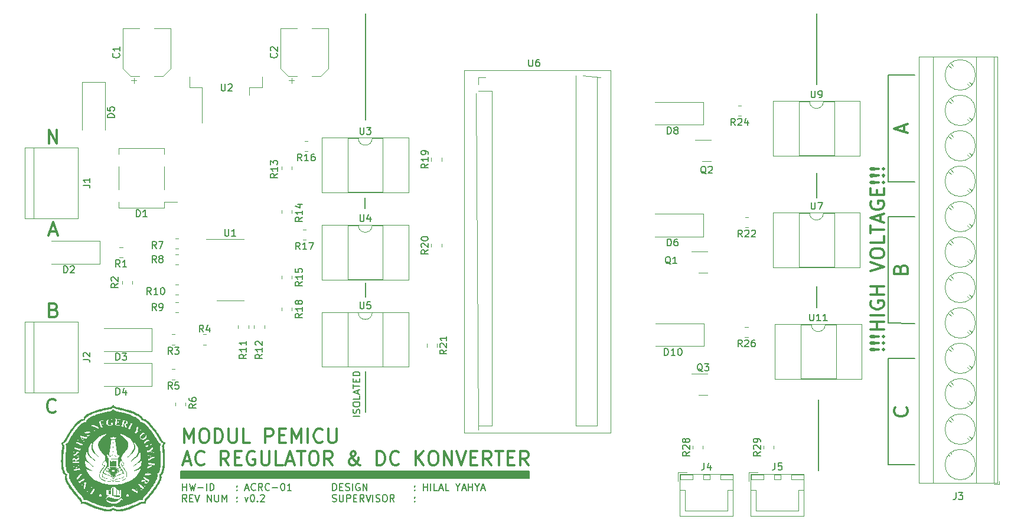
<source format=gbr>
%TF.GenerationSoftware,KiCad,Pcbnew,(6.0.9)*%
%TF.CreationDate,2022-12-21T20:26:07+07:00*%
%TF.ProjectId,3_phase_firing,335f7068-6173-4655-9f66-6972696e672e,rev?*%
%TF.SameCoordinates,Original*%
%TF.FileFunction,Legend,Top*%
%TF.FilePolarity,Positive*%
%FSLAX46Y46*%
G04 Gerber Fmt 4.6, Leading zero omitted, Abs format (unit mm)*
G04 Created by KiCad (PCBNEW (6.0.9)) date 2022-12-21 20:26:07*
%MOMM*%
%LPD*%
G01*
G04 APERTURE LIST*
%ADD10C,0.150000*%
%ADD11C,0.300000*%
%ADD12C,0.120000*%
%ADD13C,0.100000*%
G04 APERTURE END LIST*
D10*
X197485000Y-90120000D02*
X201295000Y-90170000D01*
X187198000Y-55880000D02*
X187198000Y-45720000D01*
X122428000Y-72136000D02*
X122428000Y-73660000D01*
X122500000Y-97028000D02*
X122555000Y-102870000D01*
X201295000Y-110440000D02*
X197485000Y-110440000D01*
X122500000Y-84328000D02*
X122500000Y-86360000D01*
X197485000Y-69850000D02*
X201295000Y-69850000D01*
X201295000Y-74880000D02*
X197485000Y-74880000D01*
X122500000Y-60960000D02*
X122500000Y-45720000D01*
X197485000Y-74880000D02*
X197485000Y-90120000D01*
X201295000Y-95200000D02*
X197485000Y-95200000D01*
X187198000Y-84836000D02*
X187198000Y-87884000D01*
G36*
X146000000Y-112415000D02*
G01*
X96000000Y-112415000D01*
X96000000Y-111415000D01*
X146000000Y-111415000D01*
X146000000Y-112415000D01*
G37*
X146000000Y-112415000D02*
X96000000Y-112415000D01*
X96000000Y-111415000D01*
X146000000Y-111415000D01*
X146000000Y-112415000D01*
X187452000Y-101092000D02*
X187452000Y-111252000D01*
X197485000Y-54560000D02*
X197485000Y-69850000D01*
X187198000Y-68580000D02*
X187198000Y-72136000D01*
X201295000Y-54560000D02*
X197485000Y-54560000D01*
X197485000Y-95200000D02*
X197485000Y-110440000D01*
D11*
X96556190Y-107294761D02*
X96556190Y-105294761D01*
X97222857Y-106723333D01*
X97889523Y-105294761D01*
X97889523Y-107294761D01*
X99222857Y-105294761D02*
X99603809Y-105294761D01*
X99794285Y-105390000D01*
X99984761Y-105580476D01*
X100080000Y-105961428D01*
X100080000Y-106628095D01*
X99984761Y-107009047D01*
X99794285Y-107199523D01*
X99603809Y-107294761D01*
X99222857Y-107294761D01*
X99032380Y-107199523D01*
X98841904Y-107009047D01*
X98746666Y-106628095D01*
X98746666Y-105961428D01*
X98841904Y-105580476D01*
X99032380Y-105390000D01*
X99222857Y-105294761D01*
X100937142Y-107294761D02*
X100937142Y-105294761D01*
X101413333Y-105294761D01*
X101699047Y-105390000D01*
X101889523Y-105580476D01*
X101984761Y-105770952D01*
X102080000Y-106151904D01*
X102080000Y-106437619D01*
X101984761Y-106818571D01*
X101889523Y-107009047D01*
X101699047Y-107199523D01*
X101413333Y-107294761D01*
X100937142Y-107294761D01*
X102937142Y-105294761D02*
X102937142Y-106913809D01*
X103032380Y-107104285D01*
X103127619Y-107199523D01*
X103318095Y-107294761D01*
X103699047Y-107294761D01*
X103889523Y-107199523D01*
X103984761Y-107104285D01*
X104080000Y-106913809D01*
X104080000Y-105294761D01*
X105984761Y-107294761D02*
X105032380Y-107294761D01*
X105032380Y-105294761D01*
X108175238Y-107294761D02*
X108175238Y-105294761D01*
X108937142Y-105294761D01*
X109127619Y-105390000D01*
X109222857Y-105485238D01*
X109318095Y-105675714D01*
X109318095Y-105961428D01*
X109222857Y-106151904D01*
X109127619Y-106247142D01*
X108937142Y-106342380D01*
X108175238Y-106342380D01*
X110175238Y-106247142D02*
X110841904Y-106247142D01*
X111127619Y-107294761D02*
X110175238Y-107294761D01*
X110175238Y-105294761D01*
X111127619Y-105294761D01*
X111984761Y-107294761D02*
X111984761Y-105294761D01*
X112651428Y-106723333D01*
X113318095Y-105294761D01*
X113318095Y-107294761D01*
X114270476Y-107294761D02*
X114270476Y-105294761D01*
X116365714Y-107104285D02*
X116270476Y-107199523D01*
X115984761Y-107294761D01*
X115794285Y-107294761D01*
X115508571Y-107199523D01*
X115318095Y-107009047D01*
X115222857Y-106818571D01*
X115127619Y-106437619D01*
X115127619Y-106151904D01*
X115222857Y-105770952D01*
X115318095Y-105580476D01*
X115508571Y-105390000D01*
X115794285Y-105294761D01*
X115984761Y-105294761D01*
X116270476Y-105390000D01*
X116365714Y-105485238D01*
X117222857Y-105294761D02*
X117222857Y-106913809D01*
X117318095Y-107104285D01*
X117413333Y-107199523D01*
X117603809Y-107294761D01*
X117984761Y-107294761D01*
X118175238Y-107199523D01*
X118270476Y-107104285D01*
X118365714Y-106913809D01*
X118365714Y-105294761D01*
X96460952Y-109943333D02*
X97413333Y-109943333D01*
X96270476Y-110514761D02*
X96937142Y-108514761D01*
X97603809Y-110514761D01*
X99413333Y-110324285D02*
X99318095Y-110419523D01*
X99032380Y-110514761D01*
X98841904Y-110514761D01*
X98556190Y-110419523D01*
X98365714Y-110229047D01*
X98270476Y-110038571D01*
X98175238Y-109657619D01*
X98175238Y-109371904D01*
X98270476Y-108990952D01*
X98365714Y-108800476D01*
X98556190Y-108610000D01*
X98841904Y-108514761D01*
X99032380Y-108514761D01*
X99318095Y-108610000D01*
X99413333Y-108705238D01*
X102937142Y-110514761D02*
X102270476Y-109562380D01*
X101794285Y-110514761D02*
X101794285Y-108514761D01*
X102556190Y-108514761D01*
X102746666Y-108610000D01*
X102841904Y-108705238D01*
X102937142Y-108895714D01*
X102937142Y-109181428D01*
X102841904Y-109371904D01*
X102746666Y-109467142D01*
X102556190Y-109562380D01*
X101794285Y-109562380D01*
X103794285Y-109467142D02*
X104460952Y-109467142D01*
X104746666Y-110514761D02*
X103794285Y-110514761D01*
X103794285Y-108514761D01*
X104746666Y-108514761D01*
X106651428Y-108610000D02*
X106460952Y-108514761D01*
X106175238Y-108514761D01*
X105889523Y-108610000D01*
X105699047Y-108800476D01*
X105603809Y-108990952D01*
X105508571Y-109371904D01*
X105508571Y-109657619D01*
X105603809Y-110038571D01*
X105699047Y-110229047D01*
X105889523Y-110419523D01*
X106175238Y-110514761D01*
X106365714Y-110514761D01*
X106651428Y-110419523D01*
X106746666Y-110324285D01*
X106746666Y-109657619D01*
X106365714Y-109657619D01*
X107603809Y-108514761D02*
X107603809Y-110133809D01*
X107699047Y-110324285D01*
X107794285Y-110419523D01*
X107984761Y-110514761D01*
X108365714Y-110514761D01*
X108556190Y-110419523D01*
X108651428Y-110324285D01*
X108746666Y-110133809D01*
X108746666Y-108514761D01*
X110651428Y-110514761D02*
X109699047Y-110514761D01*
X109699047Y-108514761D01*
X111222857Y-109943333D02*
X112175238Y-109943333D01*
X111032380Y-110514761D02*
X111699047Y-108514761D01*
X112365714Y-110514761D01*
X112746666Y-108514761D02*
X113889523Y-108514761D01*
X113318095Y-110514761D02*
X113318095Y-108514761D01*
X114937142Y-108514761D02*
X115318095Y-108514761D01*
X115508571Y-108610000D01*
X115699047Y-108800476D01*
X115794285Y-109181428D01*
X115794285Y-109848095D01*
X115699047Y-110229047D01*
X115508571Y-110419523D01*
X115318095Y-110514761D01*
X114937142Y-110514761D01*
X114746666Y-110419523D01*
X114556190Y-110229047D01*
X114460952Y-109848095D01*
X114460952Y-109181428D01*
X114556190Y-108800476D01*
X114746666Y-108610000D01*
X114937142Y-108514761D01*
X117794285Y-110514761D02*
X117127619Y-109562380D01*
X116651428Y-110514761D02*
X116651428Y-108514761D01*
X117413333Y-108514761D01*
X117603809Y-108610000D01*
X117699047Y-108705238D01*
X117794285Y-108895714D01*
X117794285Y-109181428D01*
X117699047Y-109371904D01*
X117603809Y-109467142D01*
X117413333Y-109562380D01*
X116651428Y-109562380D01*
X121794285Y-110514761D02*
X121699047Y-110514761D01*
X121508571Y-110419523D01*
X121222857Y-110133809D01*
X120746666Y-109562380D01*
X120556190Y-109276666D01*
X120460952Y-108990952D01*
X120460952Y-108800476D01*
X120556190Y-108610000D01*
X120746666Y-108514761D01*
X120841904Y-108514761D01*
X121032380Y-108610000D01*
X121127619Y-108800476D01*
X121127619Y-108895714D01*
X121032380Y-109086190D01*
X120937142Y-109181428D01*
X120365714Y-109562380D01*
X120270476Y-109657619D01*
X120175238Y-109848095D01*
X120175238Y-110133809D01*
X120270476Y-110324285D01*
X120365714Y-110419523D01*
X120556190Y-110514761D01*
X120841904Y-110514761D01*
X121032380Y-110419523D01*
X121127619Y-110324285D01*
X121413333Y-109943333D01*
X121508571Y-109657619D01*
X121508571Y-109467142D01*
X124175238Y-110514761D02*
X124175238Y-108514761D01*
X124651428Y-108514761D01*
X124937142Y-108610000D01*
X125127619Y-108800476D01*
X125222857Y-108990952D01*
X125318095Y-109371904D01*
X125318095Y-109657619D01*
X125222857Y-110038571D01*
X125127619Y-110229047D01*
X124937142Y-110419523D01*
X124651428Y-110514761D01*
X124175238Y-110514761D01*
X127318095Y-110324285D02*
X127222857Y-110419523D01*
X126937142Y-110514761D01*
X126746666Y-110514761D01*
X126460952Y-110419523D01*
X126270476Y-110229047D01*
X126175238Y-110038571D01*
X126080000Y-109657619D01*
X126080000Y-109371904D01*
X126175238Y-108990952D01*
X126270476Y-108800476D01*
X126460952Y-108610000D01*
X126746666Y-108514761D01*
X126937142Y-108514761D01*
X127222857Y-108610000D01*
X127318095Y-108705238D01*
X129699047Y-110514761D02*
X129699047Y-108514761D01*
X130841904Y-110514761D02*
X129984761Y-109371904D01*
X130841904Y-108514761D02*
X129699047Y-109657619D01*
X132080000Y-108514761D02*
X132460952Y-108514761D01*
X132651428Y-108610000D01*
X132841904Y-108800476D01*
X132937142Y-109181428D01*
X132937142Y-109848095D01*
X132841904Y-110229047D01*
X132651428Y-110419523D01*
X132460952Y-110514761D01*
X132080000Y-110514761D01*
X131889523Y-110419523D01*
X131699047Y-110229047D01*
X131603809Y-109848095D01*
X131603809Y-109181428D01*
X131699047Y-108800476D01*
X131889523Y-108610000D01*
X132080000Y-108514761D01*
X133794285Y-110514761D02*
X133794285Y-108514761D01*
X134937142Y-110514761D01*
X134937142Y-108514761D01*
X135603809Y-108514761D02*
X136270476Y-110514761D01*
X136937142Y-108514761D01*
X137603809Y-109467142D02*
X138270476Y-109467142D01*
X138556190Y-110514761D02*
X137603809Y-110514761D01*
X137603809Y-108514761D01*
X138556190Y-108514761D01*
X140556190Y-110514761D02*
X139889523Y-109562380D01*
X139413333Y-110514761D02*
X139413333Y-108514761D01*
X140175238Y-108514761D01*
X140365714Y-108610000D01*
X140460952Y-108705238D01*
X140556190Y-108895714D01*
X140556190Y-109181428D01*
X140460952Y-109371904D01*
X140365714Y-109467142D01*
X140175238Y-109562380D01*
X139413333Y-109562380D01*
X141127619Y-108514761D02*
X142270476Y-108514761D01*
X141699047Y-110514761D02*
X141699047Y-108514761D01*
X142937142Y-109467142D02*
X143603809Y-109467142D01*
X143889523Y-110514761D02*
X142937142Y-110514761D01*
X142937142Y-108514761D01*
X143889523Y-108514761D01*
X145889523Y-110514761D02*
X145222857Y-109562380D01*
X144746666Y-110514761D02*
X144746666Y-108514761D01*
X145508571Y-108514761D01*
X145699047Y-108610000D01*
X145794285Y-108705238D01*
X145889523Y-108895714D01*
X145889523Y-109181428D01*
X145794285Y-109371904D01*
X145699047Y-109467142D01*
X145508571Y-109562380D01*
X144746666Y-109562380D01*
X77247809Y-77041333D02*
X78200190Y-77041333D01*
X77057333Y-77612761D02*
X77724000Y-75612761D01*
X78390666Y-77612761D01*
X199723333Y-62706190D02*
X199723333Y-61753809D01*
X200294761Y-62896666D02*
X198294761Y-62230000D01*
X200294761Y-61563333D01*
D10*
X121737380Y-103496666D02*
X120737380Y-103496666D01*
X121689761Y-103068095D02*
X121737380Y-102925238D01*
X121737380Y-102687142D01*
X121689761Y-102591904D01*
X121642142Y-102544285D01*
X121546904Y-102496666D01*
X121451666Y-102496666D01*
X121356428Y-102544285D01*
X121308809Y-102591904D01*
X121261190Y-102687142D01*
X121213571Y-102877619D01*
X121165952Y-102972857D01*
X121118333Y-103020476D01*
X121023095Y-103068095D01*
X120927857Y-103068095D01*
X120832619Y-103020476D01*
X120785000Y-102972857D01*
X120737380Y-102877619D01*
X120737380Y-102639523D01*
X120785000Y-102496666D01*
X120737380Y-101877619D02*
X120737380Y-101687142D01*
X120785000Y-101591904D01*
X120880238Y-101496666D01*
X121070714Y-101449047D01*
X121404047Y-101449047D01*
X121594523Y-101496666D01*
X121689761Y-101591904D01*
X121737380Y-101687142D01*
X121737380Y-101877619D01*
X121689761Y-101972857D01*
X121594523Y-102068095D01*
X121404047Y-102115714D01*
X121070714Y-102115714D01*
X120880238Y-102068095D01*
X120785000Y-101972857D01*
X120737380Y-101877619D01*
X121737380Y-100544285D02*
X121737380Y-101020476D01*
X120737380Y-101020476D01*
X121451666Y-100258571D02*
X121451666Y-99782380D01*
X121737380Y-100353809D02*
X120737380Y-100020476D01*
X121737380Y-99687142D01*
X120737380Y-99496666D02*
X120737380Y-98925238D01*
X121737380Y-99210952D02*
X120737380Y-99210952D01*
X121213571Y-98591904D02*
X121213571Y-98258571D01*
X121737380Y-98115714D02*
X121737380Y-98591904D01*
X120737380Y-98591904D01*
X120737380Y-98115714D01*
X121737380Y-97687142D02*
X120737380Y-97687142D01*
X120737380Y-97449047D01*
X120785000Y-97306190D01*
X120880238Y-97210952D01*
X120975476Y-97163333D01*
X121165952Y-97115714D01*
X121308809Y-97115714D01*
X121499285Y-97163333D01*
X121594523Y-97210952D01*
X121689761Y-97306190D01*
X121737380Y-97449047D01*
X121737380Y-97687142D01*
D11*
X196714285Y-93952380D02*
X196809523Y-93857142D01*
X196904761Y-93952380D01*
X196809523Y-94047619D01*
X196714285Y-93952380D01*
X196904761Y-93952380D01*
X196142857Y-93952380D02*
X195000000Y-94047619D01*
X194904761Y-93952380D01*
X195000000Y-93857142D01*
X196142857Y-93952380D01*
X194904761Y-93952380D01*
X196714285Y-93000000D02*
X196809523Y-92904761D01*
X196904761Y-93000000D01*
X196809523Y-93095238D01*
X196714285Y-93000000D01*
X196904761Y-93000000D01*
X196142857Y-93000000D02*
X195000000Y-93095238D01*
X194904761Y-93000000D01*
X195000000Y-92904761D01*
X196142857Y-93000000D01*
X194904761Y-93000000D01*
X196714285Y-92047619D02*
X196809523Y-91952380D01*
X196904761Y-92047619D01*
X196809523Y-92142857D01*
X196714285Y-92047619D01*
X196904761Y-92047619D01*
X196142857Y-92047619D02*
X195000000Y-92142857D01*
X194904761Y-92047619D01*
X195000000Y-91952380D01*
X196142857Y-92047619D01*
X194904761Y-92047619D01*
X196904761Y-91095238D02*
X194904761Y-91095238D01*
X195857142Y-91095238D02*
X195857142Y-89952380D01*
X196904761Y-89952380D02*
X194904761Y-89952380D01*
X196904761Y-89000000D02*
X194904761Y-89000000D01*
X195000000Y-87000000D02*
X194904761Y-87190476D01*
X194904761Y-87476190D01*
X195000000Y-87761904D01*
X195190476Y-87952380D01*
X195380952Y-88047619D01*
X195761904Y-88142857D01*
X196047619Y-88142857D01*
X196428571Y-88047619D01*
X196619047Y-87952380D01*
X196809523Y-87761904D01*
X196904761Y-87476190D01*
X196904761Y-87285714D01*
X196809523Y-87000000D01*
X196714285Y-86904761D01*
X196047619Y-86904761D01*
X196047619Y-87285714D01*
X196904761Y-86047619D02*
X194904761Y-86047619D01*
X195857142Y-86047619D02*
X195857142Y-84904761D01*
X196904761Y-84904761D02*
X194904761Y-84904761D01*
X194904761Y-82714285D02*
X196904761Y-82047619D01*
X194904761Y-81380952D01*
X194904761Y-80333333D02*
X194904761Y-79952380D01*
X195000000Y-79761904D01*
X195190476Y-79571428D01*
X195571428Y-79476190D01*
X196238095Y-79476190D01*
X196619047Y-79571428D01*
X196809523Y-79761904D01*
X196904761Y-79952380D01*
X196904761Y-80333333D01*
X196809523Y-80523809D01*
X196619047Y-80714285D01*
X196238095Y-80809523D01*
X195571428Y-80809523D01*
X195190476Y-80714285D01*
X195000000Y-80523809D01*
X194904761Y-80333333D01*
X196904761Y-77666666D02*
X196904761Y-78619047D01*
X194904761Y-78619047D01*
X194904761Y-77285714D02*
X194904761Y-76142857D01*
X196904761Y-76714285D02*
X194904761Y-76714285D01*
X196333333Y-75571428D02*
X196333333Y-74619047D01*
X196904761Y-75761904D02*
X194904761Y-75095238D01*
X196904761Y-74428571D01*
X195000000Y-72714285D02*
X194904761Y-72904761D01*
X194904761Y-73190476D01*
X195000000Y-73476190D01*
X195190476Y-73666666D01*
X195380952Y-73761904D01*
X195761904Y-73857142D01*
X196047619Y-73857142D01*
X196428571Y-73761904D01*
X196619047Y-73666666D01*
X196809523Y-73476190D01*
X196904761Y-73190476D01*
X196904761Y-73000000D01*
X196809523Y-72714285D01*
X196714285Y-72619047D01*
X196047619Y-72619047D01*
X196047619Y-73000000D01*
X195857142Y-71761904D02*
X195857142Y-71095238D01*
X196904761Y-70809523D02*
X196904761Y-71761904D01*
X194904761Y-71761904D01*
X194904761Y-70809523D01*
X196714285Y-69952380D02*
X196809523Y-69857142D01*
X196904761Y-69952380D01*
X196809523Y-70047619D01*
X196714285Y-69952380D01*
X196904761Y-69952380D01*
X196142857Y-69952380D02*
X195000000Y-70047619D01*
X194904761Y-69952380D01*
X195000000Y-69857142D01*
X196142857Y-69952380D01*
X194904761Y-69952380D01*
X196714285Y-69000000D02*
X196809523Y-68904761D01*
X196904761Y-69000000D01*
X196809523Y-69095238D01*
X196714285Y-69000000D01*
X196904761Y-69000000D01*
X196142857Y-69000000D02*
X195000000Y-69095238D01*
X194904761Y-69000000D01*
X195000000Y-68904761D01*
X196142857Y-69000000D01*
X194904761Y-69000000D01*
X196714285Y-68047619D02*
X196809523Y-67952380D01*
X196904761Y-68047619D01*
X196809523Y-68142857D01*
X196714285Y-68047619D01*
X196904761Y-68047619D01*
X196142857Y-68047619D02*
X195000000Y-68142857D01*
X194904761Y-68047619D01*
X195000000Y-67952380D01*
X196142857Y-68047619D01*
X194904761Y-68047619D01*
X199247142Y-82407142D02*
X199342380Y-82121428D01*
X199437619Y-82026190D01*
X199628095Y-81930952D01*
X199913809Y-81930952D01*
X200104285Y-82026190D01*
X200199523Y-82121428D01*
X200294761Y-82311904D01*
X200294761Y-83073809D01*
X198294761Y-83073809D01*
X198294761Y-82407142D01*
X198390000Y-82216666D01*
X198485238Y-82121428D01*
X198675714Y-82026190D01*
X198866190Y-82026190D01*
X199056666Y-82121428D01*
X199151904Y-82216666D01*
X199247142Y-82407142D01*
X199247142Y-83073809D01*
X77866857Y-88249142D02*
X78152571Y-88344380D01*
X78247809Y-88439619D01*
X78343047Y-88630095D01*
X78343047Y-88915809D01*
X78247809Y-89106285D01*
X78152571Y-89201523D01*
X77962095Y-89296761D01*
X77200190Y-89296761D01*
X77200190Y-87296761D01*
X77866857Y-87296761D01*
X78057333Y-87392000D01*
X78152571Y-87487238D01*
X78247809Y-87677714D01*
X78247809Y-87868190D01*
X78152571Y-88058666D01*
X78057333Y-88153904D01*
X77866857Y-88249142D01*
X77200190Y-88249142D01*
D10*
X96335595Y-114147380D02*
X96335595Y-113147380D01*
X96335595Y-113623571D02*
X96907023Y-113623571D01*
X96907023Y-114147380D02*
X96907023Y-113147380D01*
X97287976Y-113147380D02*
X97526071Y-114147380D01*
X97716547Y-113433095D01*
X97907023Y-114147380D01*
X98145119Y-113147380D01*
X98526071Y-113766428D02*
X99287976Y-113766428D01*
X99764166Y-114147380D02*
X99764166Y-113147380D01*
X100240357Y-114147380D02*
X100240357Y-113147380D01*
X100478452Y-113147380D01*
X100621309Y-113195000D01*
X100716547Y-113290238D01*
X100764166Y-113385476D01*
X100811785Y-113575952D01*
X100811785Y-113718809D01*
X100764166Y-113909285D01*
X100716547Y-114004523D01*
X100621309Y-114099761D01*
X100478452Y-114147380D01*
X100240357Y-114147380D01*
X104097500Y-114052142D02*
X104145119Y-114099761D01*
X104097500Y-114147380D01*
X104049880Y-114099761D01*
X104097500Y-114052142D01*
X104097500Y-114147380D01*
X104097500Y-113528333D02*
X104145119Y-113575952D01*
X104097500Y-113623571D01*
X104049880Y-113575952D01*
X104097500Y-113528333D01*
X104097500Y-113623571D01*
X105287976Y-113861666D02*
X105764166Y-113861666D01*
X105192738Y-114147380D02*
X105526071Y-113147380D01*
X105859404Y-114147380D01*
X106764166Y-114052142D02*
X106716547Y-114099761D01*
X106573690Y-114147380D01*
X106478452Y-114147380D01*
X106335595Y-114099761D01*
X106240357Y-114004523D01*
X106192738Y-113909285D01*
X106145119Y-113718809D01*
X106145119Y-113575952D01*
X106192738Y-113385476D01*
X106240357Y-113290238D01*
X106335595Y-113195000D01*
X106478452Y-113147380D01*
X106573690Y-113147380D01*
X106716547Y-113195000D01*
X106764166Y-113242619D01*
X107764166Y-114147380D02*
X107430833Y-113671190D01*
X107192738Y-114147380D02*
X107192738Y-113147380D01*
X107573690Y-113147380D01*
X107668928Y-113195000D01*
X107716547Y-113242619D01*
X107764166Y-113337857D01*
X107764166Y-113480714D01*
X107716547Y-113575952D01*
X107668928Y-113623571D01*
X107573690Y-113671190D01*
X107192738Y-113671190D01*
X108764166Y-114052142D02*
X108716547Y-114099761D01*
X108573690Y-114147380D01*
X108478452Y-114147380D01*
X108335595Y-114099761D01*
X108240357Y-114004523D01*
X108192738Y-113909285D01*
X108145119Y-113718809D01*
X108145119Y-113575952D01*
X108192738Y-113385476D01*
X108240357Y-113290238D01*
X108335595Y-113195000D01*
X108478452Y-113147380D01*
X108573690Y-113147380D01*
X108716547Y-113195000D01*
X108764166Y-113242619D01*
X109192738Y-113766428D02*
X109954642Y-113766428D01*
X110621309Y-113147380D02*
X110716547Y-113147380D01*
X110811785Y-113195000D01*
X110859404Y-113242619D01*
X110907023Y-113337857D01*
X110954642Y-113528333D01*
X110954642Y-113766428D01*
X110907023Y-113956904D01*
X110859404Y-114052142D01*
X110811785Y-114099761D01*
X110716547Y-114147380D01*
X110621309Y-114147380D01*
X110526071Y-114099761D01*
X110478452Y-114052142D01*
X110430833Y-113956904D01*
X110383214Y-113766428D01*
X110383214Y-113528333D01*
X110430833Y-113337857D01*
X110478452Y-113242619D01*
X110526071Y-113195000D01*
X110621309Y-113147380D01*
X111907023Y-114147380D02*
X111335595Y-114147380D01*
X111621309Y-114147380D02*
X111621309Y-113147380D01*
X111526071Y-113290238D01*
X111430833Y-113385476D01*
X111335595Y-113433095D01*
X96907023Y-115757380D02*
X96573690Y-115281190D01*
X96335595Y-115757380D02*
X96335595Y-114757380D01*
X96716547Y-114757380D01*
X96811785Y-114805000D01*
X96859404Y-114852619D01*
X96907023Y-114947857D01*
X96907023Y-115090714D01*
X96859404Y-115185952D01*
X96811785Y-115233571D01*
X96716547Y-115281190D01*
X96335595Y-115281190D01*
X97335595Y-115233571D02*
X97668928Y-115233571D01*
X97811785Y-115757380D02*
X97335595Y-115757380D01*
X97335595Y-114757380D01*
X97811785Y-114757380D01*
X98097500Y-114757380D02*
X98430833Y-115757380D01*
X98764166Y-114757380D01*
X99859404Y-115757380D02*
X99859404Y-114757380D01*
X100430833Y-115757380D01*
X100430833Y-114757380D01*
X100907023Y-114757380D02*
X100907023Y-115566904D01*
X100954642Y-115662142D01*
X101002261Y-115709761D01*
X101097500Y-115757380D01*
X101287976Y-115757380D01*
X101383214Y-115709761D01*
X101430833Y-115662142D01*
X101478452Y-115566904D01*
X101478452Y-114757380D01*
X101954642Y-115757380D02*
X101954642Y-114757380D01*
X102287976Y-115471666D01*
X102621309Y-114757380D01*
X102621309Y-115757380D01*
X104097500Y-115662142D02*
X104145119Y-115709761D01*
X104097500Y-115757380D01*
X104049880Y-115709761D01*
X104097500Y-115662142D01*
X104097500Y-115757380D01*
X104097500Y-115138333D02*
X104145119Y-115185952D01*
X104097500Y-115233571D01*
X104049880Y-115185952D01*
X104097500Y-115138333D01*
X104097500Y-115233571D01*
X105240357Y-115090714D02*
X105478452Y-115757380D01*
X105716547Y-115090714D01*
X106287976Y-114757380D02*
X106383214Y-114757380D01*
X106478452Y-114805000D01*
X106526071Y-114852619D01*
X106573690Y-114947857D01*
X106621309Y-115138333D01*
X106621309Y-115376428D01*
X106573690Y-115566904D01*
X106526071Y-115662142D01*
X106478452Y-115709761D01*
X106383214Y-115757380D01*
X106287976Y-115757380D01*
X106192738Y-115709761D01*
X106145119Y-115662142D01*
X106097500Y-115566904D01*
X106049880Y-115376428D01*
X106049880Y-115138333D01*
X106097500Y-114947857D01*
X106145119Y-114852619D01*
X106192738Y-114805000D01*
X106287976Y-114757380D01*
X107049880Y-115662142D02*
X107097500Y-115709761D01*
X107049880Y-115757380D01*
X107002261Y-115709761D01*
X107049880Y-115662142D01*
X107049880Y-115757380D01*
X107478452Y-114852619D02*
X107526071Y-114805000D01*
X107621309Y-114757380D01*
X107859404Y-114757380D01*
X107954642Y-114805000D01*
X108002261Y-114852619D01*
X108049880Y-114947857D01*
X108049880Y-115043095D01*
X108002261Y-115185952D01*
X107430833Y-115757380D01*
X108049880Y-115757380D01*
D11*
X78119047Y-102822285D02*
X78023809Y-102917523D01*
X77738095Y-103012761D01*
X77547619Y-103012761D01*
X77261904Y-102917523D01*
X77071428Y-102727047D01*
X76976190Y-102536571D01*
X76880952Y-102155619D01*
X76880952Y-101869904D01*
X76976190Y-101488952D01*
X77071428Y-101298476D01*
X77261904Y-101108000D01*
X77547619Y-101012761D01*
X77738095Y-101012761D01*
X78023809Y-101108000D01*
X78119047Y-101203238D01*
X200104285Y-102250952D02*
X200199523Y-102346190D01*
X200294761Y-102631904D01*
X200294761Y-102822380D01*
X200199523Y-103108095D01*
X200009047Y-103298571D01*
X199818571Y-103393809D01*
X199437619Y-103489047D01*
X199151904Y-103489047D01*
X198770952Y-103393809D01*
X198580476Y-103298571D01*
X198390000Y-103108095D01*
X198294761Y-102822380D01*
X198294761Y-102631904D01*
X198390000Y-102346190D01*
X198485238Y-102250952D01*
D10*
X117835595Y-114147380D02*
X117835595Y-113147380D01*
X118073690Y-113147380D01*
X118216547Y-113195000D01*
X118311785Y-113290238D01*
X118359404Y-113385476D01*
X118407023Y-113575952D01*
X118407023Y-113718809D01*
X118359404Y-113909285D01*
X118311785Y-114004523D01*
X118216547Y-114099761D01*
X118073690Y-114147380D01*
X117835595Y-114147380D01*
X118835595Y-113623571D02*
X119168928Y-113623571D01*
X119311785Y-114147380D02*
X118835595Y-114147380D01*
X118835595Y-113147380D01*
X119311785Y-113147380D01*
X119692738Y-114099761D02*
X119835595Y-114147380D01*
X120073690Y-114147380D01*
X120168928Y-114099761D01*
X120216547Y-114052142D01*
X120264166Y-113956904D01*
X120264166Y-113861666D01*
X120216547Y-113766428D01*
X120168928Y-113718809D01*
X120073690Y-113671190D01*
X119883214Y-113623571D01*
X119787976Y-113575952D01*
X119740357Y-113528333D01*
X119692738Y-113433095D01*
X119692738Y-113337857D01*
X119740357Y-113242619D01*
X119787976Y-113195000D01*
X119883214Y-113147380D01*
X120121309Y-113147380D01*
X120264166Y-113195000D01*
X120692738Y-114147380D02*
X120692738Y-113147380D01*
X121692738Y-113195000D02*
X121597500Y-113147380D01*
X121454642Y-113147380D01*
X121311785Y-113195000D01*
X121216547Y-113290238D01*
X121168928Y-113385476D01*
X121121309Y-113575952D01*
X121121309Y-113718809D01*
X121168928Y-113909285D01*
X121216547Y-114004523D01*
X121311785Y-114099761D01*
X121454642Y-114147380D01*
X121549880Y-114147380D01*
X121692738Y-114099761D01*
X121740357Y-114052142D01*
X121740357Y-113718809D01*
X121549880Y-113718809D01*
X122168928Y-114147380D02*
X122168928Y-113147380D01*
X122740357Y-114147380D01*
X122740357Y-113147380D01*
X129597500Y-114052142D02*
X129645119Y-114099761D01*
X129597500Y-114147380D01*
X129549880Y-114099761D01*
X129597500Y-114052142D01*
X129597500Y-114147380D01*
X129597500Y-113528333D02*
X129645119Y-113575952D01*
X129597500Y-113623571D01*
X129549880Y-113575952D01*
X129597500Y-113528333D01*
X129597500Y-113623571D01*
X130835595Y-114147380D02*
X130835595Y-113147380D01*
X130835595Y-113623571D02*
X131407023Y-113623571D01*
X131407023Y-114147380D02*
X131407023Y-113147380D01*
X131883214Y-114147380D02*
X131883214Y-113147380D01*
X132835595Y-114147380D02*
X132359404Y-114147380D01*
X132359404Y-113147380D01*
X133121309Y-113861666D02*
X133597500Y-113861666D01*
X133026071Y-114147380D02*
X133359404Y-113147380D01*
X133692738Y-114147380D01*
X134502261Y-114147380D02*
X134026071Y-114147380D01*
X134026071Y-113147380D01*
X135787976Y-113671190D02*
X135787976Y-114147380D01*
X135454642Y-113147380D02*
X135787976Y-113671190D01*
X136121309Y-113147380D01*
X136407023Y-113861666D02*
X136883214Y-113861666D01*
X136311785Y-114147380D02*
X136645119Y-113147380D01*
X136978452Y-114147380D01*
X137311785Y-114147380D02*
X137311785Y-113147380D01*
X137311785Y-113623571D02*
X137883214Y-113623571D01*
X137883214Y-114147380D02*
X137883214Y-113147380D01*
X138549880Y-113671190D02*
X138549880Y-114147380D01*
X138216547Y-113147380D02*
X138549880Y-113671190D01*
X138883214Y-113147380D01*
X139168928Y-113861666D02*
X139645119Y-113861666D01*
X139073690Y-114147380D02*
X139407023Y-113147380D01*
X139740357Y-114147380D01*
X117787976Y-115709761D02*
X117930833Y-115757380D01*
X118168928Y-115757380D01*
X118264166Y-115709761D01*
X118311785Y-115662142D01*
X118359404Y-115566904D01*
X118359404Y-115471666D01*
X118311785Y-115376428D01*
X118264166Y-115328809D01*
X118168928Y-115281190D01*
X117978452Y-115233571D01*
X117883214Y-115185952D01*
X117835595Y-115138333D01*
X117787976Y-115043095D01*
X117787976Y-114947857D01*
X117835595Y-114852619D01*
X117883214Y-114805000D01*
X117978452Y-114757380D01*
X118216547Y-114757380D01*
X118359404Y-114805000D01*
X118787976Y-114757380D02*
X118787976Y-115566904D01*
X118835595Y-115662142D01*
X118883214Y-115709761D01*
X118978452Y-115757380D01*
X119168928Y-115757380D01*
X119264166Y-115709761D01*
X119311785Y-115662142D01*
X119359404Y-115566904D01*
X119359404Y-114757380D01*
X119835595Y-115757380D02*
X119835595Y-114757380D01*
X120216547Y-114757380D01*
X120311785Y-114805000D01*
X120359404Y-114852619D01*
X120407023Y-114947857D01*
X120407023Y-115090714D01*
X120359404Y-115185952D01*
X120311785Y-115233571D01*
X120216547Y-115281190D01*
X119835595Y-115281190D01*
X120835595Y-115233571D02*
X121168928Y-115233571D01*
X121311785Y-115757380D02*
X120835595Y-115757380D01*
X120835595Y-114757380D01*
X121311785Y-114757380D01*
X122311785Y-115757380D02*
X121978452Y-115281190D01*
X121740357Y-115757380D02*
X121740357Y-114757380D01*
X122121309Y-114757380D01*
X122216547Y-114805000D01*
X122264166Y-114852619D01*
X122311785Y-114947857D01*
X122311785Y-115090714D01*
X122264166Y-115185952D01*
X122216547Y-115233571D01*
X122121309Y-115281190D01*
X121740357Y-115281190D01*
X122597500Y-114757380D02*
X122930833Y-115757380D01*
X123264166Y-114757380D01*
X123597500Y-115757380D02*
X123597500Y-114757380D01*
X124026071Y-115709761D02*
X124168928Y-115757380D01*
X124407023Y-115757380D01*
X124502261Y-115709761D01*
X124549880Y-115662142D01*
X124597500Y-115566904D01*
X124597500Y-115471666D01*
X124549880Y-115376428D01*
X124502261Y-115328809D01*
X124407023Y-115281190D01*
X124216547Y-115233571D01*
X124121309Y-115185952D01*
X124073690Y-115138333D01*
X124026071Y-115043095D01*
X124026071Y-114947857D01*
X124073690Y-114852619D01*
X124121309Y-114805000D01*
X124216547Y-114757380D01*
X124454642Y-114757380D01*
X124597500Y-114805000D01*
X125216547Y-114757380D02*
X125407023Y-114757380D01*
X125502261Y-114805000D01*
X125597500Y-114900238D01*
X125645119Y-115090714D01*
X125645119Y-115424047D01*
X125597500Y-115614523D01*
X125502261Y-115709761D01*
X125407023Y-115757380D01*
X125216547Y-115757380D01*
X125121309Y-115709761D01*
X125026071Y-115614523D01*
X124978452Y-115424047D01*
X124978452Y-115090714D01*
X125026071Y-114900238D01*
X125121309Y-114805000D01*
X125216547Y-114757380D01*
X126645119Y-115757380D02*
X126311785Y-115281190D01*
X126073690Y-115757380D02*
X126073690Y-114757380D01*
X126454642Y-114757380D01*
X126549880Y-114805000D01*
X126597500Y-114852619D01*
X126645119Y-114947857D01*
X126645119Y-115090714D01*
X126597500Y-115185952D01*
X126549880Y-115233571D01*
X126454642Y-115281190D01*
X126073690Y-115281190D01*
X129597500Y-115662142D02*
X129645119Y-115709761D01*
X129597500Y-115757380D01*
X129549880Y-115709761D01*
X129597500Y-115662142D01*
X129597500Y-115757380D01*
X129597500Y-115138333D02*
X129645119Y-115185952D01*
X129597500Y-115233571D01*
X129549880Y-115185952D01*
X129597500Y-115138333D01*
X129597500Y-115233571D01*
D11*
X77152571Y-64404761D02*
X77152571Y-62404761D01*
X78295428Y-64404761D01*
X78295428Y-62404761D01*
D10*
%TO.C,D10*%
X165409714Y-94773380D02*
X165409714Y-93773380D01*
X165647809Y-93773380D01*
X165790666Y-93821000D01*
X165885904Y-93916238D01*
X165933523Y-94011476D01*
X165981142Y-94201952D01*
X165981142Y-94344809D01*
X165933523Y-94535285D01*
X165885904Y-94630523D01*
X165790666Y-94725761D01*
X165647809Y-94773380D01*
X165409714Y-94773380D01*
X166933523Y-94773380D02*
X166362095Y-94773380D01*
X166647809Y-94773380D02*
X166647809Y-93773380D01*
X166552571Y-93916238D01*
X166457333Y-94011476D01*
X166362095Y-94059095D01*
X167552571Y-93773380D02*
X167647809Y-93773380D01*
X167743047Y-93821000D01*
X167790666Y-93868619D01*
X167838285Y-93963857D01*
X167885904Y-94154333D01*
X167885904Y-94392428D01*
X167838285Y-94582904D01*
X167790666Y-94678142D01*
X167743047Y-94725761D01*
X167647809Y-94773380D01*
X167552571Y-94773380D01*
X167457333Y-94725761D01*
X167409714Y-94678142D01*
X167362095Y-94582904D01*
X167314476Y-94392428D01*
X167314476Y-94154333D01*
X167362095Y-93963857D01*
X167409714Y-93868619D01*
X167457333Y-93821000D01*
X167552571Y-93773380D01*
%TO.C,U3*%
X121738095Y-62082380D02*
X121738095Y-62891904D01*
X121785714Y-62987142D01*
X121833333Y-63034761D01*
X121928571Y-63082380D01*
X122119047Y-63082380D01*
X122214285Y-63034761D01*
X122261904Y-62987142D01*
X122309523Y-62891904D01*
X122309523Y-62082380D01*
X122690476Y-62082380D02*
X123309523Y-62082380D01*
X122976190Y-62463333D01*
X123119047Y-62463333D01*
X123214285Y-62510952D01*
X123261904Y-62558571D01*
X123309523Y-62653809D01*
X123309523Y-62891904D01*
X123261904Y-62987142D01*
X123214285Y-63034761D01*
X123119047Y-63082380D01*
X122833333Y-63082380D01*
X122738095Y-63034761D01*
X122690476Y-62987142D01*
%TO.C,D6*%
X165822404Y-79073284D02*
X165822404Y-78073284D01*
X166060500Y-78073284D01*
X166203357Y-78120904D01*
X166298595Y-78216142D01*
X166346214Y-78311380D01*
X166393833Y-78501856D01*
X166393833Y-78644713D01*
X166346214Y-78835189D01*
X166298595Y-78930427D01*
X166203357Y-79025665D01*
X166060500Y-79073284D01*
X165822404Y-79073284D01*
X167250976Y-78073284D02*
X167060500Y-78073284D01*
X166965261Y-78120904D01*
X166917642Y-78168523D01*
X166822404Y-78311380D01*
X166774785Y-78501856D01*
X166774785Y-78882808D01*
X166822404Y-78978046D01*
X166870023Y-79025665D01*
X166965261Y-79073284D01*
X167155738Y-79073284D01*
X167250976Y-79025665D01*
X167298595Y-78978046D01*
X167346214Y-78882808D01*
X167346214Y-78644713D01*
X167298595Y-78549475D01*
X167250976Y-78501856D01*
X167155738Y-78454237D01*
X166965261Y-78454237D01*
X166870023Y-78501856D01*
X166822404Y-78549475D01*
X166774785Y-78644713D01*
%TO.C,R17*%
X113149142Y-79572380D02*
X112815809Y-79096190D01*
X112577714Y-79572380D02*
X112577714Y-78572380D01*
X112958666Y-78572380D01*
X113053904Y-78620000D01*
X113101523Y-78667619D01*
X113149142Y-78762857D01*
X113149142Y-78905714D01*
X113101523Y-79000952D01*
X113053904Y-79048571D01*
X112958666Y-79096190D01*
X112577714Y-79096190D01*
X114101523Y-79572380D02*
X113530095Y-79572380D01*
X113815809Y-79572380D02*
X113815809Y-78572380D01*
X113720571Y-78715238D01*
X113625333Y-78810476D01*
X113530095Y-78858095D01*
X114434857Y-78572380D02*
X115101523Y-78572380D01*
X114672952Y-79572380D01*
%TO.C,R1*%
X87333333Y-82102380D02*
X87000000Y-81626190D01*
X86761904Y-82102380D02*
X86761904Y-81102380D01*
X87142857Y-81102380D01*
X87238095Y-81150000D01*
X87285714Y-81197619D01*
X87333333Y-81292857D01*
X87333333Y-81435714D01*
X87285714Y-81530952D01*
X87238095Y-81578571D01*
X87142857Y-81626190D01*
X86761904Y-81626190D01*
X88285714Y-82102380D02*
X87714285Y-82102380D01*
X88000000Y-82102380D02*
X88000000Y-81102380D01*
X87904761Y-81245238D01*
X87809523Y-81340476D01*
X87714285Y-81388095D01*
%TO.C,D8*%
X165822404Y-63023380D02*
X165822404Y-62023380D01*
X166060500Y-62023380D01*
X166203357Y-62071000D01*
X166298595Y-62166238D01*
X166346214Y-62261476D01*
X166393833Y-62451952D01*
X166393833Y-62594809D01*
X166346214Y-62785285D01*
X166298595Y-62880523D01*
X166203357Y-62975761D01*
X166060500Y-63023380D01*
X165822404Y-63023380D01*
X166965261Y-62451952D02*
X166870023Y-62404333D01*
X166822404Y-62356714D01*
X166774785Y-62261476D01*
X166774785Y-62213857D01*
X166822404Y-62118619D01*
X166870023Y-62071000D01*
X166965261Y-62023380D01*
X167155738Y-62023380D01*
X167250976Y-62071000D01*
X167298595Y-62118619D01*
X167346214Y-62213857D01*
X167346214Y-62261476D01*
X167298595Y-62356714D01*
X167250976Y-62404333D01*
X167155738Y-62451952D01*
X166965261Y-62451952D01*
X166870023Y-62499571D01*
X166822404Y-62547190D01*
X166774785Y-62642428D01*
X166774785Y-62832904D01*
X166822404Y-62928142D01*
X166870023Y-62975761D01*
X166965261Y-63023380D01*
X167155738Y-63023380D01*
X167250976Y-62975761D01*
X167298595Y-62928142D01*
X167346214Y-62832904D01*
X167346214Y-62642428D01*
X167298595Y-62547190D01*
X167250976Y-62499571D01*
X167155738Y-62451952D01*
%TO.C,R14*%
X113482380Y-74961357D02*
X113006190Y-75294690D01*
X113482380Y-75532785D02*
X112482380Y-75532785D01*
X112482380Y-75151833D01*
X112530000Y-75056595D01*
X112577619Y-75008976D01*
X112672857Y-74961357D01*
X112815714Y-74961357D01*
X112910952Y-75008976D01*
X112958571Y-75056595D01*
X113006190Y-75151833D01*
X113006190Y-75532785D01*
X113482380Y-74008976D02*
X113482380Y-74580404D01*
X113482380Y-74294690D02*
X112482380Y-74294690D01*
X112625238Y-74389928D01*
X112720476Y-74485166D01*
X112768095Y-74580404D01*
X112815714Y-73151833D02*
X113482380Y-73151833D01*
X112434761Y-73389928D02*
X113149047Y-73628023D01*
X113149047Y-73008976D01*
%TO.C,U9*%
X186436095Y-56812380D02*
X186436095Y-57621904D01*
X186483714Y-57717142D01*
X186531333Y-57764761D01*
X186626571Y-57812380D01*
X186817047Y-57812380D01*
X186912285Y-57764761D01*
X186959904Y-57717142D01*
X187007523Y-57621904D01*
X187007523Y-56812380D01*
X187531333Y-57812380D02*
X187721809Y-57812380D01*
X187817047Y-57764761D01*
X187864666Y-57717142D01*
X187959904Y-57574285D01*
X188007523Y-57383809D01*
X188007523Y-57002857D01*
X187959904Y-56907619D01*
X187912285Y-56860000D01*
X187817047Y-56812380D01*
X187626571Y-56812380D01*
X187531333Y-56860000D01*
X187483714Y-56907619D01*
X187436095Y-57002857D01*
X187436095Y-57240952D01*
X187483714Y-57336190D01*
X187531333Y-57383809D01*
X187626571Y-57431428D01*
X187817047Y-57431428D01*
X187912285Y-57383809D01*
X187959904Y-57336190D01*
X188007523Y-57240952D01*
%TO.C,U1*%
X102362095Y-76672380D02*
X102362095Y-77481904D01*
X102409714Y-77577142D01*
X102457333Y-77624761D01*
X102552571Y-77672380D01*
X102743047Y-77672380D01*
X102838285Y-77624761D01*
X102885904Y-77577142D01*
X102933523Y-77481904D01*
X102933523Y-76672380D01*
X103933523Y-77672380D02*
X103362095Y-77672380D01*
X103647809Y-77672380D02*
X103647809Y-76672380D01*
X103552571Y-76815238D01*
X103457333Y-76910476D01*
X103362095Y-76958095D01*
%TO.C,U7*%
X186436095Y-72814380D02*
X186436095Y-73623904D01*
X186483714Y-73719142D01*
X186531333Y-73766761D01*
X186626571Y-73814380D01*
X186817047Y-73814380D01*
X186912285Y-73766761D01*
X186959904Y-73719142D01*
X187007523Y-73623904D01*
X187007523Y-72814380D01*
X187388476Y-72814380D02*
X188055142Y-72814380D01*
X187626571Y-73814380D01*
%TO.C,R16*%
X113403142Y-66872380D02*
X113069809Y-66396190D01*
X112831714Y-66872380D02*
X112831714Y-65872380D01*
X113212666Y-65872380D01*
X113307904Y-65920000D01*
X113355523Y-65967619D01*
X113403142Y-66062857D01*
X113403142Y-66205714D01*
X113355523Y-66300952D01*
X113307904Y-66348571D01*
X113212666Y-66396190D01*
X112831714Y-66396190D01*
X114355523Y-66872380D02*
X113784095Y-66872380D01*
X114069809Y-66872380D02*
X114069809Y-65872380D01*
X113974571Y-66015238D01*
X113879333Y-66110476D01*
X113784095Y-66158095D01*
X115212666Y-65872380D02*
X115022190Y-65872380D01*
X114926952Y-65920000D01*
X114879333Y-65967619D01*
X114784095Y-66110476D01*
X114736476Y-66300952D01*
X114736476Y-66681904D01*
X114784095Y-66777142D01*
X114831714Y-66824761D01*
X114926952Y-66872380D01*
X115117428Y-66872380D01*
X115212666Y-66824761D01*
X115260285Y-66777142D01*
X115307904Y-66681904D01*
X115307904Y-66443809D01*
X115260285Y-66348571D01*
X115212666Y-66300952D01*
X115117428Y-66253333D01*
X114926952Y-66253333D01*
X114831714Y-66300952D01*
X114784095Y-66348571D01*
X114736476Y-66443809D01*
%TO.C,R29*%
X179142380Y-108592857D02*
X178666190Y-108926190D01*
X179142380Y-109164285D02*
X178142380Y-109164285D01*
X178142380Y-108783333D01*
X178190000Y-108688095D01*
X178237619Y-108640476D01*
X178332857Y-108592857D01*
X178475714Y-108592857D01*
X178570952Y-108640476D01*
X178618571Y-108688095D01*
X178666190Y-108783333D01*
X178666190Y-109164285D01*
X178237619Y-108211904D02*
X178190000Y-108164285D01*
X178142380Y-108069047D01*
X178142380Y-107830952D01*
X178190000Y-107735714D01*
X178237619Y-107688095D01*
X178332857Y-107640476D01*
X178428095Y-107640476D01*
X178570952Y-107688095D01*
X179142380Y-108259523D01*
X179142380Y-107640476D01*
X179142380Y-107164285D02*
X179142380Y-106973809D01*
X179094761Y-106878571D01*
X179047142Y-106830952D01*
X178904285Y-106735714D01*
X178713809Y-106688095D01*
X178332857Y-106688095D01*
X178237619Y-106735714D01*
X178190000Y-106783333D01*
X178142380Y-106878571D01*
X178142380Y-107069047D01*
X178190000Y-107164285D01*
X178237619Y-107211904D01*
X178332857Y-107259523D01*
X178570952Y-107259523D01*
X178666190Y-107211904D01*
X178713809Y-107164285D01*
X178761428Y-107069047D01*
X178761428Y-106878571D01*
X178713809Y-106783333D01*
X178666190Y-106735714D01*
X178570952Y-106688095D01*
%TO.C,R18*%
X113482380Y-88780857D02*
X113006190Y-89114190D01*
X113482380Y-89352285D02*
X112482380Y-89352285D01*
X112482380Y-88971333D01*
X112530000Y-88876095D01*
X112577619Y-88828476D01*
X112672857Y-88780857D01*
X112815714Y-88780857D01*
X112910952Y-88828476D01*
X112958571Y-88876095D01*
X113006190Y-88971333D01*
X113006190Y-89352285D01*
X113482380Y-87828476D02*
X113482380Y-88399904D01*
X113482380Y-88114190D02*
X112482380Y-88114190D01*
X112625238Y-88209428D01*
X112720476Y-88304666D01*
X112768095Y-88399904D01*
X112910952Y-87257047D02*
X112863333Y-87352285D01*
X112815714Y-87399904D01*
X112720476Y-87447523D01*
X112672857Y-87447523D01*
X112577619Y-87399904D01*
X112530000Y-87352285D01*
X112482380Y-87257047D01*
X112482380Y-87066571D01*
X112530000Y-86971333D01*
X112577619Y-86923714D01*
X112672857Y-86876095D01*
X112720476Y-86876095D01*
X112815714Y-86923714D01*
X112863333Y-86971333D01*
X112910952Y-87066571D01*
X112910952Y-87257047D01*
X112958571Y-87352285D01*
X113006190Y-87399904D01*
X113101428Y-87447523D01*
X113291904Y-87447523D01*
X113387142Y-87399904D01*
X113434761Y-87352285D01*
X113482380Y-87257047D01*
X113482380Y-87066571D01*
X113434761Y-86971333D01*
X113387142Y-86923714D01*
X113291904Y-86876095D01*
X113101428Y-86876095D01*
X113006190Y-86923714D01*
X112958571Y-86971333D01*
X112910952Y-87066571D01*
%TO.C,U5*%
X121738095Y-87082380D02*
X121738095Y-87891904D01*
X121785714Y-87987142D01*
X121833333Y-88034761D01*
X121928571Y-88082380D01*
X122119047Y-88082380D01*
X122214285Y-88034761D01*
X122261904Y-87987142D01*
X122309523Y-87891904D01*
X122309523Y-87082380D01*
X123261904Y-87082380D02*
X122785714Y-87082380D01*
X122738095Y-87558571D01*
X122785714Y-87510952D01*
X122880952Y-87463333D01*
X123119047Y-87463333D01*
X123214285Y-87510952D01*
X123261904Y-87558571D01*
X123309523Y-87653809D01*
X123309523Y-87891904D01*
X123261904Y-87987142D01*
X123214285Y-88034761D01*
X123119047Y-88082380D01*
X122880952Y-88082380D01*
X122785714Y-88034761D01*
X122738095Y-87987142D01*
%TO.C,C1*%
X87193142Y-51474666D02*
X87240761Y-51522285D01*
X87288380Y-51665142D01*
X87288380Y-51760380D01*
X87240761Y-51903238D01*
X87145523Y-51998476D01*
X87050285Y-52046095D01*
X86859809Y-52093714D01*
X86716952Y-52093714D01*
X86526476Y-52046095D01*
X86431238Y-51998476D01*
X86336000Y-51903238D01*
X86288380Y-51760380D01*
X86288380Y-51665142D01*
X86336000Y-51522285D01*
X86383619Y-51474666D01*
X87288380Y-50522285D02*
X87288380Y-51093714D01*
X87288380Y-50808000D02*
X86288380Y-50808000D01*
X86431238Y-50903238D01*
X86526476Y-50998476D01*
X86574095Y-51093714D01*
%TO.C,U11*%
X186213904Y-88816380D02*
X186213904Y-89625904D01*
X186261523Y-89721142D01*
X186309142Y-89768761D01*
X186404380Y-89816380D01*
X186594857Y-89816380D01*
X186690095Y-89768761D01*
X186737714Y-89721142D01*
X186785333Y-89625904D01*
X186785333Y-88816380D01*
X187785333Y-89816380D02*
X187213904Y-89816380D01*
X187499619Y-89816380D02*
X187499619Y-88816380D01*
X187404380Y-88959238D01*
X187309142Y-89054476D01*
X187213904Y-89102095D01*
X188737714Y-89816380D02*
X188166285Y-89816380D01*
X188452000Y-89816380D02*
X188452000Y-88816380D01*
X188356761Y-88959238D01*
X188261523Y-89054476D01*
X188166285Y-89102095D01*
%TO.C,R7*%
X92543333Y-79446380D02*
X92210000Y-78970190D01*
X91971904Y-79446380D02*
X91971904Y-78446380D01*
X92352857Y-78446380D01*
X92448095Y-78494000D01*
X92495714Y-78541619D01*
X92543333Y-78636857D01*
X92543333Y-78779714D01*
X92495714Y-78874952D01*
X92448095Y-78922571D01*
X92352857Y-78970190D01*
X91971904Y-78970190D01*
X92876666Y-78446380D02*
X93543333Y-78446380D01*
X93114761Y-79446380D01*
%TO.C,R5*%
X94833333Y-99602380D02*
X94500000Y-99126190D01*
X94261904Y-99602380D02*
X94261904Y-98602380D01*
X94642857Y-98602380D01*
X94738095Y-98650000D01*
X94785714Y-98697619D01*
X94833333Y-98792857D01*
X94833333Y-98935714D01*
X94785714Y-99030952D01*
X94738095Y-99078571D01*
X94642857Y-99126190D01*
X94261904Y-99126190D01*
X95738095Y-98602380D02*
X95261904Y-98602380D01*
X95214285Y-99078571D01*
X95261904Y-99030952D01*
X95357142Y-98983333D01*
X95595238Y-98983333D01*
X95690476Y-99030952D01*
X95738095Y-99078571D01*
X95785714Y-99173809D01*
X95785714Y-99411904D01*
X95738095Y-99507142D01*
X95690476Y-99554761D01*
X95595238Y-99602380D01*
X95357142Y-99602380D01*
X95261904Y-99554761D01*
X95214285Y-99507142D01*
%TO.C,D5*%
X86518380Y-60682095D02*
X85518380Y-60682095D01*
X85518380Y-60444000D01*
X85566000Y-60301142D01*
X85661238Y-60205904D01*
X85756476Y-60158285D01*
X85946952Y-60110666D01*
X86089809Y-60110666D01*
X86280285Y-60158285D01*
X86375523Y-60205904D01*
X86470761Y-60301142D01*
X86518380Y-60444000D01*
X86518380Y-60682095D01*
X85518380Y-59205904D02*
X85518380Y-59682095D01*
X85994571Y-59729714D01*
X85946952Y-59682095D01*
X85899333Y-59586857D01*
X85899333Y-59348761D01*
X85946952Y-59253523D01*
X85994571Y-59205904D01*
X86089809Y-59158285D01*
X86327904Y-59158285D01*
X86423142Y-59205904D01*
X86470761Y-59253523D01*
X86518380Y-59348761D01*
X86518380Y-59586857D01*
X86470761Y-59682095D01*
X86423142Y-59729714D01*
%TO.C,R15*%
X113482380Y-84208857D02*
X113006190Y-84542190D01*
X113482380Y-84780285D02*
X112482380Y-84780285D01*
X112482380Y-84399333D01*
X112530000Y-84304095D01*
X112577619Y-84256476D01*
X112672857Y-84208857D01*
X112815714Y-84208857D01*
X112910952Y-84256476D01*
X112958571Y-84304095D01*
X113006190Y-84399333D01*
X113006190Y-84780285D01*
X113482380Y-83256476D02*
X113482380Y-83827904D01*
X113482380Y-83542190D02*
X112482380Y-83542190D01*
X112625238Y-83637428D01*
X112720476Y-83732666D01*
X112768095Y-83827904D01*
X112482380Y-82351714D02*
X112482380Y-82827904D01*
X112958571Y-82875523D01*
X112910952Y-82827904D01*
X112863333Y-82732666D01*
X112863333Y-82494571D01*
X112910952Y-82399333D01*
X112958571Y-82351714D01*
X113053809Y-82304095D01*
X113291904Y-82304095D01*
X113387142Y-82351714D01*
X113434761Y-82399333D01*
X113482380Y-82494571D01*
X113482380Y-82732666D01*
X113434761Y-82827904D01*
X113387142Y-82875523D01*
%TO.C,R6*%
X98242380Y-101766666D02*
X97766190Y-102100000D01*
X98242380Y-102338095D02*
X97242380Y-102338095D01*
X97242380Y-101957142D01*
X97290000Y-101861904D01*
X97337619Y-101814285D01*
X97432857Y-101766666D01*
X97575714Y-101766666D01*
X97670952Y-101814285D01*
X97718571Y-101861904D01*
X97766190Y-101957142D01*
X97766190Y-102338095D01*
X97242380Y-100909523D02*
X97242380Y-101100000D01*
X97290000Y-101195238D01*
X97337619Y-101242857D01*
X97480476Y-101338095D01*
X97670952Y-101385714D01*
X98051904Y-101385714D01*
X98147142Y-101338095D01*
X98194761Y-101290476D01*
X98242380Y-101195238D01*
X98242380Y-101004761D01*
X98194761Y-100909523D01*
X98147142Y-100861904D01*
X98051904Y-100814285D01*
X97813809Y-100814285D01*
X97718571Y-100861904D01*
X97670952Y-100909523D01*
X97623333Y-101004761D01*
X97623333Y-101195238D01*
X97670952Y-101290476D01*
X97718571Y-101338095D01*
X97813809Y-101385714D01*
%TO.C,U6*%
X145938095Y-52332380D02*
X145938095Y-53141904D01*
X145985714Y-53237142D01*
X146033333Y-53284761D01*
X146128571Y-53332380D01*
X146319047Y-53332380D01*
X146414285Y-53284761D01*
X146461904Y-53237142D01*
X146509523Y-53141904D01*
X146509523Y-52332380D01*
X147414285Y-52332380D02*
X147223809Y-52332380D01*
X147128571Y-52380000D01*
X147080952Y-52427619D01*
X146985714Y-52570476D01*
X146938095Y-52760952D01*
X146938095Y-53141904D01*
X146985714Y-53237142D01*
X147033333Y-53284761D01*
X147128571Y-53332380D01*
X147319047Y-53332380D01*
X147414285Y-53284761D01*
X147461904Y-53237142D01*
X147509523Y-53141904D01*
X147509523Y-52903809D01*
X147461904Y-52808571D01*
X147414285Y-52760952D01*
X147319047Y-52713333D01*
X147128571Y-52713333D01*
X147033333Y-52760952D01*
X146985714Y-52808571D01*
X146938095Y-52903809D01*
%TO.C,Q3*%
X170846761Y-97080619D02*
X170751523Y-97033000D01*
X170656285Y-96937761D01*
X170513428Y-96794904D01*
X170418190Y-96747285D01*
X170322952Y-96747285D01*
X170370571Y-96985380D02*
X170275333Y-96937761D01*
X170180095Y-96842523D01*
X170132476Y-96652047D01*
X170132476Y-96318714D01*
X170180095Y-96128238D01*
X170275333Y-96033000D01*
X170370571Y-95985380D01*
X170561047Y-95985380D01*
X170656285Y-96033000D01*
X170751523Y-96128238D01*
X170799142Y-96318714D01*
X170799142Y-96652047D01*
X170751523Y-96842523D01*
X170656285Y-96937761D01*
X170561047Y-96985380D01*
X170370571Y-96985380D01*
X171132476Y-95985380D02*
X171751523Y-95985380D01*
X171418190Y-96366333D01*
X171561047Y-96366333D01*
X171656285Y-96413952D01*
X171703904Y-96461571D01*
X171751523Y-96556809D01*
X171751523Y-96794904D01*
X171703904Y-96890142D01*
X171656285Y-96937761D01*
X171561047Y-96985380D01*
X171275333Y-96985380D01*
X171180095Y-96937761D01*
X171132476Y-96890142D01*
%TO.C,Q1*%
X166274761Y-81700619D02*
X166179523Y-81653000D01*
X166084285Y-81557761D01*
X165941428Y-81414904D01*
X165846190Y-81367285D01*
X165750952Y-81367285D01*
X165798571Y-81605380D02*
X165703333Y-81557761D01*
X165608095Y-81462523D01*
X165560476Y-81272047D01*
X165560476Y-80938714D01*
X165608095Y-80748238D01*
X165703333Y-80653000D01*
X165798571Y-80605380D01*
X165989047Y-80605380D01*
X166084285Y-80653000D01*
X166179523Y-80748238D01*
X166227142Y-80938714D01*
X166227142Y-81272047D01*
X166179523Y-81462523D01*
X166084285Y-81557761D01*
X165989047Y-81605380D01*
X165798571Y-81605380D01*
X167179523Y-81605380D02*
X166608095Y-81605380D01*
X166893809Y-81605380D02*
X166893809Y-80605380D01*
X166798571Y-80748238D01*
X166703333Y-80843476D01*
X166608095Y-80891095D01*
%TO.C,D2*%
X79261904Y-82952380D02*
X79261904Y-81952380D01*
X79500000Y-81952380D01*
X79642857Y-82000000D01*
X79738095Y-82095238D01*
X79785714Y-82190476D01*
X79833333Y-82380952D01*
X79833333Y-82523809D01*
X79785714Y-82714285D01*
X79738095Y-82809523D01*
X79642857Y-82904761D01*
X79500000Y-82952380D01*
X79261904Y-82952380D01*
X80214285Y-82047619D02*
X80261904Y-82000000D01*
X80357142Y-81952380D01*
X80595238Y-81952380D01*
X80690476Y-82000000D01*
X80738095Y-82047619D01*
X80785714Y-82142857D01*
X80785714Y-82238095D01*
X80738095Y-82380952D01*
X80166666Y-82952380D01*
X80785714Y-82952380D01*
%TO.C,R13*%
X109926380Y-68714857D02*
X109450190Y-69048190D01*
X109926380Y-69286285D02*
X108926380Y-69286285D01*
X108926380Y-68905333D01*
X108974000Y-68810095D01*
X109021619Y-68762476D01*
X109116857Y-68714857D01*
X109259714Y-68714857D01*
X109354952Y-68762476D01*
X109402571Y-68810095D01*
X109450190Y-68905333D01*
X109450190Y-69286285D01*
X109926380Y-67762476D02*
X109926380Y-68333904D01*
X109926380Y-68048190D02*
X108926380Y-68048190D01*
X109069238Y-68143428D01*
X109164476Y-68238666D01*
X109212095Y-68333904D01*
X108926380Y-67429142D02*
X108926380Y-66810095D01*
X109307333Y-67143428D01*
X109307333Y-67000571D01*
X109354952Y-66905333D01*
X109402571Y-66857714D01*
X109497809Y-66810095D01*
X109735904Y-66810095D01*
X109831142Y-66857714D01*
X109878761Y-66905333D01*
X109926380Y-67000571D01*
X109926380Y-67286285D01*
X109878761Y-67381523D01*
X109831142Y-67429142D01*
%TO.C,J5*%
X181256666Y-110202380D02*
X181256666Y-110916666D01*
X181209047Y-111059523D01*
X181113809Y-111154761D01*
X180970952Y-111202380D01*
X180875714Y-111202380D01*
X182209047Y-110202380D02*
X181732857Y-110202380D01*
X181685238Y-110678571D01*
X181732857Y-110630952D01*
X181828095Y-110583333D01*
X182066190Y-110583333D01*
X182161428Y-110630952D01*
X182209047Y-110678571D01*
X182256666Y-110773809D01*
X182256666Y-111011904D01*
X182209047Y-111107142D01*
X182161428Y-111154761D01*
X182066190Y-111202380D01*
X181828095Y-111202380D01*
X181732857Y-111154761D01*
X181685238Y-111107142D01*
%TO.C,D1*%
X89685904Y-74894380D02*
X89685904Y-73894380D01*
X89924000Y-73894380D01*
X90066857Y-73942000D01*
X90162095Y-74037238D01*
X90209714Y-74132476D01*
X90257333Y-74322952D01*
X90257333Y-74465809D01*
X90209714Y-74656285D01*
X90162095Y-74751523D01*
X90066857Y-74846761D01*
X89924000Y-74894380D01*
X89685904Y-74894380D01*
X91209714Y-74894380D02*
X90638285Y-74894380D01*
X90924000Y-74894380D02*
X90924000Y-73894380D01*
X90828761Y-74037238D01*
X90733523Y-74132476D01*
X90638285Y-74180095D01*
%TO.C,R4*%
X99297833Y-91435180D02*
X98964500Y-90958990D01*
X98726404Y-91435180D02*
X98726404Y-90435180D01*
X99107357Y-90435180D01*
X99202595Y-90482800D01*
X99250214Y-90530419D01*
X99297833Y-90625657D01*
X99297833Y-90768514D01*
X99250214Y-90863752D01*
X99202595Y-90911371D01*
X99107357Y-90958990D01*
X98726404Y-90958990D01*
X100154976Y-90768514D02*
X100154976Y-91435180D01*
X99916880Y-90387561D02*
X99678785Y-91101847D01*
X100297833Y-91101847D01*
%TO.C,R8*%
X92543333Y-81478380D02*
X92210000Y-81002190D01*
X91971904Y-81478380D02*
X91971904Y-80478380D01*
X92352857Y-80478380D01*
X92448095Y-80526000D01*
X92495714Y-80573619D01*
X92543333Y-80668857D01*
X92543333Y-80811714D01*
X92495714Y-80906952D01*
X92448095Y-80954571D01*
X92352857Y-81002190D01*
X91971904Y-81002190D01*
X93114761Y-80906952D02*
X93019523Y-80859333D01*
X92971904Y-80811714D01*
X92924285Y-80716476D01*
X92924285Y-80668857D01*
X92971904Y-80573619D01*
X93019523Y-80526000D01*
X93114761Y-80478380D01*
X93305238Y-80478380D01*
X93400476Y-80526000D01*
X93448095Y-80573619D01*
X93495714Y-80668857D01*
X93495714Y-80716476D01*
X93448095Y-80811714D01*
X93400476Y-80859333D01*
X93305238Y-80906952D01*
X93114761Y-80906952D01*
X93019523Y-80954571D01*
X92971904Y-81002190D01*
X92924285Y-81097428D01*
X92924285Y-81287904D01*
X92971904Y-81383142D01*
X93019523Y-81430761D01*
X93114761Y-81478380D01*
X93305238Y-81478380D01*
X93400476Y-81430761D01*
X93448095Y-81383142D01*
X93495714Y-81287904D01*
X93495714Y-81097428D01*
X93448095Y-81002190D01*
X93400476Y-80954571D01*
X93305238Y-80906952D01*
%TO.C,R3*%
X94833333Y-94602380D02*
X94500000Y-94126190D01*
X94261904Y-94602380D02*
X94261904Y-93602380D01*
X94642857Y-93602380D01*
X94738095Y-93650000D01*
X94785714Y-93697619D01*
X94833333Y-93792857D01*
X94833333Y-93935714D01*
X94785714Y-94030952D01*
X94738095Y-94078571D01*
X94642857Y-94126190D01*
X94261904Y-94126190D01*
X95166666Y-93602380D02*
X95785714Y-93602380D01*
X95452380Y-93983333D01*
X95595238Y-93983333D01*
X95690476Y-94030952D01*
X95738095Y-94078571D01*
X95785714Y-94173809D01*
X95785714Y-94411904D01*
X95738095Y-94507142D01*
X95690476Y-94554761D01*
X95595238Y-94602380D01*
X95309523Y-94602380D01*
X95214285Y-94554761D01*
X95166666Y-94507142D01*
%TO.C,R9*%
X92543333Y-88336380D02*
X92210000Y-87860190D01*
X91971904Y-88336380D02*
X91971904Y-87336380D01*
X92352857Y-87336380D01*
X92448095Y-87384000D01*
X92495714Y-87431619D01*
X92543333Y-87526857D01*
X92543333Y-87669714D01*
X92495714Y-87764952D01*
X92448095Y-87812571D01*
X92352857Y-87860190D01*
X91971904Y-87860190D01*
X93019523Y-88336380D02*
X93210000Y-88336380D01*
X93305238Y-88288761D01*
X93352857Y-88241142D01*
X93448095Y-88098285D01*
X93495714Y-87907809D01*
X93495714Y-87526857D01*
X93448095Y-87431619D01*
X93400476Y-87384000D01*
X93305238Y-87336380D01*
X93114761Y-87336380D01*
X93019523Y-87384000D01*
X92971904Y-87431619D01*
X92924285Y-87526857D01*
X92924285Y-87764952D01*
X92971904Y-87860190D01*
X93019523Y-87907809D01*
X93114761Y-87955428D01*
X93305238Y-87955428D01*
X93400476Y-87907809D01*
X93448095Y-87860190D01*
X93495714Y-87764952D01*
%TO.C,U4*%
X121738095Y-74582380D02*
X121738095Y-75391904D01*
X121785714Y-75487142D01*
X121833333Y-75534761D01*
X121928571Y-75582380D01*
X122119047Y-75582380D01*
X122214285Y-75534761D01*
X122261904Y-75487142D01*
X122309523Y-75391904D01*
X122309523Y-74582380D01*
X123214285Y-74915714D02*
X123214285Y-75582380D01*
X122976190Y-74534761D02*
X122738095Y-75249047D01*
X123357142Y-75249047D01*
%TO.C,R20*%
X131517380Y-79660357D02*
X131041190Y-79993690D01*
X131517380Y-80231785D02*
X130517380Y-80231785D01*
X130517380Y-79850833D01*
X130565000Y-79755595D01*
X130612619Y-79707976D01*
X130707857Y-79660357D01*
X130850714Y-79660357D01*
X130945952Y-79707976D01*
X130993571Y-79755595D01*
X131041190Y-79850833D01*
X131041190Y-80231785D01*
X130612619Y-79279404D02*
X130565000Y-79231785D01*
X130517380Y-79136547D01*
X130517380Y-78898452D01*
X130565000Y-78803214D01*
X130612619Y-78755595D01*
X130707857Y-78707976D01*
X130803095Y-78707976D01*
X130945952Y-78755595D01*
X131517380Y-79327023D01*
X131517380Y-78707976D01*
X130517380Y-78088928D02*
X130517380Y-77993690D01*
X130565000Y-77898452D01*
X130612619Y-77850833D01*
X130707857Y-77803214D01*
X130898333Y-77755595D01*
X131136428Y-77755595D01*
X131326904Y-77803214D01*
X131422142Y-77850833D01*
X131469761Y-77898452D01*
X131517380Y-77993690D01*
X131517380Y-78088928D01*
X131469761Y-78184166D01*
X131422142Y-78231785D01*
X131326904Y-78279404D01*
X131136428Y-78327023D01*
X130898333Y-78327023D01*
X130707857Y-78279404D01*
X130612619Y-78231785D01*
X130565000Y-78184166D01*
X130517380Y-78088928D01*
%TO.C,J1*%
X82032380Y-70373333D02*
X82746666Y-70373333D01*
X82889523Y-70420952D01*
X82984761Y-70516190D01*
X83032380Y-70659047D01*
X83032380Y-70754285D01*
X83032380Y-69373333D02*
X83032380Y-69944761D01*
X83032380Y-69659047D02*
X82032380Y-69659047D01*
X82175238Y-69754285D01*
X82270476Y-69849523D01*
X82318095Y-69944761D01*
%TO.C,Q2*%
X171354761Y-68746619D02*
X171259523Y-68699000D01*
X171164285Y-68603761D01*
X171021428Y-68460904D01*
X170926190Y-68413285D01*
X170830952Y-68413285D01*
X170878571Y-68651380D02*
X170783333Y-68603761D01*
X170688095Y-68508523D01*
X170640476Y-68318047D01*
X170640476Y-67984714D01*
X170688095Y-67794238D01*
X170783333Y-67699000D01*
X170878571Y-67651380D01*
X171069047Y-67651380D01*
X171164285Y-67699000D01*
X171259523Y-67794238D01*
X171307142Y-67984714D01*
X171307142Y-68318047D01*
X171259523Y-68508523D01*
X171164285Y-68603761D01*
X171069047Y-68651380D01*
X170878571Y-68651380D01*
X171688095Y-67746619D02*
X171735714Y-67699000D01*
X171830952Y-67651380D01*
X172069047Y-67651380D01*
X172164285Y-67699000D01*
X172211904Y-67746619D01*
X172259523Y-67841857D01*
X172259523Y-67937095D01*
X172211904Y-68079952D01*
X171640476Y-68651380D01*
X172259523Y-68651380D01*
%TO.C,R28*%
X168982380Y-108592857D02*
X168506190Y-108926190D01*
X168982380Y-109164285D02*
X167982380Y-109164285D01*
X167982380Y-108783333D01*
X168030000Y-108688095D01*
X168077619Y-108640476D01*
X168172857Y-108592857D01*
X168315714Y-108592857D01*
X168410952Y-108640476D01*
X168458571Y-108688095D01*
X168506190Y-108783333D01*
X168506190Y-109164285D01*
X168077619Y-108211904D02*
X168030000Y-108164285D01*
X167982380Y-108069047D01*
X167982380Y-107830952D01*
X168030000Y-107735714D01*
X168077619Y-107688095D01*
X168172857Y-107640476D01*
X168268095Y-107640476D01*
X168410952Y-107688095D01*
X168982380Y-108259523D01*
X168982380Y-107640476D01*
X168410952Y-107069047D02*
X168363333Y-107164285D01*
X168315714Y-107211904D01*
X168220476Y-107259523D01*
X168172857Y-107259523D01*
X168077619Y-107211904D01*
X168030000Y-107164285D01*
X167982380Y-107069047D01*
X167982380Y-106878571D01*
X168030000Y-106783333D01*
X168077619Y-106735714D01*
X168172857Y-106688095D01*
X168220476Y-106688095D01*
X168315714Y-106735714D01*
X168363333Y-106783333D01*
X168410952Y-106878571D01*
X168410952Y-107069047D01*
X168458571Y-107164285D01*
X168506190Y-107211904D01*
X168601428Y-107259523D01*
X168791904Y-107259523D01*
X168887142Y-107211904D01*
X168934761Y-107164285D01*
X168982380Y-107069047D01*
X168982380Y-106878571D01*
X168934761Y-106783333D01*
X168887142Y-106735714D01*
X168791904Y-106688095D01*
X168601428Y-106688095D01*
X168506190Y-106735714D01*
X168458571Y-106783333D01*
X168410952Y-106878571D01*
%TO.C,U2*%
X101854095Y-55840380D02*
X101854095Y-56649904D01*
X101901714Y-56745142D01*
X101949333Y-56792761D01*
X102044571Y-56840380D01*
X102235047Y-56840380D01*
X102330285Y-56792761D01*
X102377904Y-56745142D01*
X102425523Y-56649904D01*
X102425523Y-55840380D01*
X102854095Y-55935619D02*
X102901714Y-55888000D01*
X102996952Y-55840380D01*
X103235047Y-55840380D01*
X103330285Y-55888000D01*
X103377904Y-55935619D01*
X103425523Y-56030857D01*
X103425523Y-56126095D01*
X103377904Y-56268952D01*
X102806476Y-56840380D01*
X103425523Y-56840380D01*
%TO.C,R24*%
X175529642Y-61792380D02*
X175196309Y-61316190D01*
X174958214Y-61792380D02*
X174958214Y-60792380D01*
X175339166Y-60792380D01*
X175434404Y-60840000D01*
X175482023Y-60887619D01*
X175529642Y-60982857D01*
X175529642Y-61125714D01*
X175482023Y-61220952D01*
X175434404Y-61268571D01*
X175339166Y-61316190D01*
X174958214Y-61316190D01*
X175910595Y-60887619D02*
X175958214Y-60840000D01*
X176053452Y-60792380D01*
X176291547Y-60792380D01*
X176386785Y-60840000D01*
X176434404Y-60887619D01*
X176482023Y-60982857D01*
X176482023Y-61078095D01*
X176434404Y-61220952D01*
X175862976Y-61792380D01*
X176482023Y-61792380D01*
X177339166Y-61125714D02*
X177339166Y-61792380D01*
X177101071Y-60744761D02*
X176862976Y-61459047D01*
X177482023Y-61459047D01*
%TO.C,R22*%
X176545642Y-77794380D02*
X176212309Y-77318190D01*
X175974214Y-77794380D02*
X175974214Y-76794380D01*
X176355166Y-76794380D01*
X176450404Y-76842000D01*
X176498023Y-76889619D01*
X176545642Y-76984857D01*
X176545642Y-77127714D01*
X176498023Y-77222952D01*
X176450404Y-77270571D01*
X176355166Y-77318190D01*
X175974214Y-77318190D01*
X176926595Y-76889619D02*
X176974214Y-76842000D01*
X177069452Y-76794380D01*
X177307547Y-76794380D01*
X177402785Y-76842000D01*
X177450404Y-76889619D01*
X177498023Y-76984857D01*
X177498023Y-77080095D01*
X177450404Y-77222952D01*
X176878976Y-77794380D01*
X177498023Y-77794380D01*
X177878976Y-76889619D02*
X177926595Y-76842000D01*
X178021833Y-76794380D01*
X178259928Y-76794380D01*
X178355166Y-76842000D01*
X178402785Y-76889619D01*
X178450404Y-76984857D01*
X178450404Y-77080095D01*
X178402785Y-77222952D01*
X177831357Y-77794380D01*
X178450404Y-77794380D01*
%TO.C,R26*%
X176522142Y-93542380D02*
X176188809Y-93066190D01*
X175950714Y-93542380D02*
X175950714Y-92542380D01*
X176331666Y-92542380D01*
X176426904Y-92590000D01*
X176474523Y-92637619D01*
X176522142Y-92732857D01*
X176522142Y-92875714D01*
X176474523Y-92970952D01*
X176426904Y-93018571D01*
X176331666Y-93066190D01*
X175950714Y-93066190D01*
X176903095Y-92637619D02*
X176950714Y-92590000D01*
X177045952Y-92542380D01*
X177284047Y-92542380D01*
X177379285Y-92590000D01*
X177426904Y-92637619D01*
X177474523Y-92732857D01*
X177474523Y-92828095D01*
X177426904Y-92970952D01*
X176855476Y-93542380D01*
X177474523Y-93542380D01*
X178331666Y-92542380D02*
X178141190Y-92542380D01*
X178045952Y-92590000D01*
X177998333Y-92637619D01*
X177903095Y-92780476D01*
X177855476Y-92970952D01*
X177855476Y-93351904D01*
X177903095Y-93447142D01*
X177950714Y-93494761D01*
X178045952Y-93542380D01*
X178236428Y-93542380D01*
X178331666Y-93494761D01*
X178379285Y-93447142D01*
X178426904Y-93351904D01*
X178426904Y-93113809D01*
X178379285Y-93018571D01*
X178331666Y-92970952D01*
X178236428Y-92923333D01*
X178045952Y-92923333D01*
X177950714Y-92970952D01*
X177903095Y-93018571D01*
X177855476Y-93113809D01*
%TO.C,R11*%
X105455980Y-94622857D02*
X104979790Y-94956190D01*
X105455980Y-95194285D02*
X104455980Y-95194285D01*
X104455980Y-94813333D01*
X104503600Y-94718095D01*
X104551219Y-94670476D01*
X104646457Y-94622857D01*
X104789314Y-94622857D01*
X104884552Y-94670476D01*
X104932171Y-94718095D01*
X104979790Y-94813333D01*
X104979790Y-95194285D01*
X105455980Y-93670476D02*
X105455980Y-94241904D01*
X105455980Y-93956190D02*
X104455980Y-93956190D01*
X104598838Y-94051428D01*
X104694076Y-94146666D01*
X104741695Y-94241904D01*
X105455980Y-92718095D02*
X105455980Y-93289523D01*
X105455980Y-93003809D02*
X104455980Y-93003809D01*
X104598838Y-93099047D01*
X104694076Y-93194285D01*
X104741695Y-93289523D01*
%TO.C,R12*%
X107741980Y-94622857D02*
X107265790Y-94956190D01*
X107741980Y-95194285D02*
X106741980Y-95194285D01*
X106741980Y-94813333D01*
X106789600Y-94718095D01*
X106837219Y-94670476D01*
X106932457Y-94622857D01*
X107075314Y-94622857D01*
X107170552Y-94670476D01*
X107218171Y-94718095D01*
X107265790Y-94813333D01*
X107265790Y-95194285D01*
X107741980Y-93670476D02*
X107741980Y-94241904D01*
X107741980Y-93956190D02*
X106741980Y-93956190D01*
X106884838Y-94051428D01*
X106980076Y-94146666D01*
X107027695Y-94241904D01*
X106837219Y-93289523D02*
X106789600Y-93241904D01*
X106741980Y-93146666D01*
X106741980Y-92908571D01*
X106789600Y-92813333D01*
X106837219Y-92765714D01*
X106932457Y-92718095D01*
X107027695Y-92718095D01*
X107170552Y-92765714D01*
X107741980Y-93337142D01*
X107741980Y-92718095D01*
%TO.C,C2*%
X109799142Y-51474666D02*
X109846761Y-51522285D01*
X109894380Y-51665142D01*
X109894380Y-51760380D01*
X109846761Y-51903238D01*
X109751523Y-51998476D01*
X109656285Y-52046095D01*
X109465809Y-52093714D01*
X109322952Y-52093714D01*
X109132476Y-52046095D01*
X109037238Y-51998476D01*
X108942000Y-51903238D01*
X108894380Y-51760380D01*
X108894380Y-51665142D01*
X108942000Y-51522285D01*
X108989619Y-51474666D01*
X108989619Y-51093714D02*
X108942000Y-51046095D01*
X108894380Y-50950857D01*
X108894380Y-50712761D01*
X108942000Y-50617523D01*
X108989619Y-50569904D01*
X109084857Y-50522285D01*
X109180095Y-50522285D01*
X109322952Y-50569904D01*
X109894380Y-51141333D01*
X109894380Y-50522285D01*
%TO.C,D3*%
X86761904Y-95452380D02*
X86761904Y-94452380D01*
X87000000Y-94452380D01*
X87142857Y-94500000D01*
X87238095Y-94595238D01*
X87285714Y-94690476D01*
X87333333Y-94880952D01*
X87333333Y-95023809D01*
X87285714Y-95214285D01*
X87238095Y-95309523D01*
X87142857Y-95404761D01*
X87000000Y-95452380D01*
X86761904Y-95452380D01*
X87666666Y-94452380D02*
X88285714Y-94452380D01*
X87952380Y-94833333D01*
X88095238Y-94833333D01*
X88190476Y-94880952D01*
X88238095Y-94928571D01*
X88285714Y-95023809D01*
X88285714Y-95261904D01*
X88238095Y-95357142D01*
X88190476Y-95404761D01*
X88095238Y-95452380D01*
X87809523Y-95452380D01*
X87714285Y-95404761D01*
X87666666Y-95357142D01*
%TO.C,J3*%
X207166666Y-114452380D02*
X207166666Y-115166666D01*
X207119047Y-115309523D01*
X207023809Y-115404761D01*
X206880952Y-115452380D01*
X206785714Y-115452380D01*
X207547619Y-114452380D02*
X208166666Y-114452380D01*
X207833333Y-114833333D01*
X207976190Y-114833333D01*
X208071428Y-114880952D01*
X208119047Y-114928571D01*
X208166666Y-115023809D01*
X208166666Y-115261904D01*
X208119047Y-115357142D01*
X208071428Y-115404761D01*
X207976190Y-115452380D01*
X207690476Y-115452380D01*
X207595238Y-115404761D01*
X207547619Y-115357142D01*
%TO.C,R10*%
X91813142Y-86050380D02*
X91479809Y-85574190D01*
X91241714Y-86050380D02*
X91241714Y-85050380D01*
X91622666Y-85050380D01*
X91717904Y-85098000D01*
X91765523Y-85145619D01*
X91813142Y-85240857D01*
X91813142Y-85383714D01*
X91765523Y-85478952D01*
X91717904Y-85526571D01*
X91622666Y-85574190D01*
X91241714Y-85574190D01*
X92765523Y-86050380D02*
X92194095Y-86050380D01*
X92479809Y-86050380D02*
X92479809Y-85050380D01*
X92384571Y-85193238D01*
X92289333Y-85288476D01*
X92194095Y-85336095D01*
X93384571Y-85050380D02*
X93479809Y-85050380D01*
X93575047Y-85098000D01*
X93622666Y-85145619D01*
X93670285Y-85240857D01*
X93717904Y-85431333D01*
X93717904Y-85669428D01*
X93670285Y-85859904D01*
X93622666Y-85955142D01*
X93575047Y-86002761D01*
X93479809Y-86050380D01*
X93384571Y-86050380D01*
X93289333Y-86002761D01*
X93241714Y-85955142D01*
X93194095Y-85859904D01*
X93146476Y-85669428D01*
X93146476Y-85431333D01*
X93194095Y-85240857D01*
X93241714Y-85145619D01*
X93289333Y-85098000D01*
X93384571Y-85050380D01*
%TO.C,J4*%
X171096666Y-110202380D02*
X171096666Y-110916666D01*
X171049047Y-111059523D01*
X170953809Y-111154761D01*
X170810952Y-111202380D01*
X170715714Y-111202380D01*
X172001428Y-110535714D02*
X172001428Y-111202380D01*
X171763333Y-110154761D02*
X171525238Y-110869047D01*
X172144285Y-110869047D01*
%TO.C,R2*%
X87066380Y-84494666D02*
X86590190Y-84828000D01*
X87066380Y-85066095D02*
X86066380Y-85066095D01*
X86066380Y-84685142D01*
X86114000Y-84589904D01*
X86161619Y-84542285D01*
X86256857Y-84494666D01*
X86399714Y-84494666D01*
X86494952Y-84542285D01*
X86542571Y-84589904D01*
X86590190Y-84685142D01*
X86590190Y-85066095D01*
X86161619Y-84113714D02*
X86114000Y-84066095D01*
X86066380Y-83970857D01*
X86066380Y-83732761D01*
X86114000Y-83637523D01*
X86161619Y-83589904D01*
X86256857Y-83542285D01*
X86352095Y-83542285D01*
X86494952Y-83589904D01*
X87066380Y-84161333D01*
X87066380Y-83542285D01*
%TO.C,D4*%
X86761904Y-100452380D02*
X86761904Y-99452380D01*
X87000000Y-99452380D01*
X87142857Y-99500000D01*
X87238095Y-99595238D01*
X87285714Y-99690476D01*
X87333333Y-99880952D01*
X87333333Y-100023809D01*
X87285714Y-100214285D01*
X87238095Y-100309523D01*
X87142857Y-100404761D01*
X87000000Y-100452380D01*
X86761904Y-100452380D01*
X88190476Y-99785714D02*
X88190476Y-100452380D01*
X87952380Y-99404761D02*
X87714285Y-100119047D01*
X88333333Y-100119047D01*
%TO.C,R21*%
X134182380Y-93987857D02*
X133706190Y-94321190D01*
X134182380Y-94559285D02*
X133182380Y-94559285D01*
X133182380Y-94178333D01*
X133230000Y-94083095D01*
X133277619Y-94035476D01*
X133372857Y-93987857D01*
X133515714Y-93987857D01*
X133610952Y-94035476D01*
X133658571Y-94083095D01*
X133706190Y-94178333D01*
X133706190Y-94559285D01*
X133277619Y-93606904D02*
X133230000Y-93559285D01*
X133182380Y-93464047D01*
X133182380Y-93225952D01*
X133230000Y-93130714D01*
X133277619Y-93083095D01*
X133372857Y-93035476D01*
X133468095Y-93035476D01*
X133610952Y-93083095D01*
X134182380Y-93654523D01*
X134182380Y-93035476D01*
X134182380Y-92083095D02*
X134182380Y-92654523D01*
X134182380Y-92368809D02*
X133182380Y-92368809D01*
X133325238Y-92464047D01*
X133420476Y-92559285D01*
X133468095Y-92654523D01*
%TO.C,R19*%
X131517380Y-67317857D02*
X131041190Y-67651190D01*
X131517380Y-67889285D02*
X130517380Y-67889285D01*
X130517380Y-67508333D01*
X130565000Y-67413095D01*
X130612619Y-67365476D01*
X130707857Y-67317857D01*
X130850714Y-67317857D01*
X130945952Y-67365476D01*
X130993571Y-67413095D01*
X131041190Y-67508333D01*
X131041190Y-67889285D01*
X131517380Y-66365476D02*
X131517380Y-66936904D01*
X131517380Y-66651190D02*
X130517380Y-66651190D01*
X130660238Y-66746428D01*
X130755476Y-66841666D01*
X130803095Y-66936904D01*
X131517380Y-65889285D02*
X131517380Y-65698809D01*
X131469761Y-65603571D01*
X131422142Y-65555952D01*
X131279285Y-65460714D01*
X131088809Y-65413095D01*
X130707857Y-65413095D01*
X130612619Y-65460714D01*
X130565000Y-65508333D01*
X130517380Y-65603571D01*
X130517380Y-65794047D01*
X130565000Y-65889285D01*
X130612619Y-65936904D01*
X130707857Y-65984523D01*
X130945952Y-65984523D01*
X131041190Y-65936904D01*
X131088809Y-65889285D01*
X131136428Y-65794047D01*
X131136428Y-65603571D01*
X131088809Y-65508333D01*
X131041190Y-65460714D01*
X130945952Y-65413095D01*
%TO.C,J2*%
X82032380Y-95373333D02*
X82746666Y-95373333D01*
X82889523Y-95420952D01*
X82984761Y-95516190D01*
X83032380Y-95659047D01*
X83032380Y-95754285D01*
X82127619Y-94944761D02*
X82080000Y-94897142D01*
X82032380Y-94801904D01*
X82032380Y-94563809D01*
X82080000Y-94468571D01*
X82127619Y-94420952D01*
X82222857Y-94373333D01*
X82318095Y-94373333D01*
X82460952Y-94420952D01*
X83032380Y-94992380D01*
X83032380Y-94373333D01*
D12*
%TO.C,D10*%
X171024000Y-93471000D02*
X164124000Y-93471000D01*
X171024000Y-90171000D02*
X164124000Y-90171000D01*
X171024000Y-93471000D02*
X171024000Y-90171000D01*
%TO.C,U3*%
X128735000Y-71430000D02*
X128735000Y-63570000D01*
X119965000Y-63630000D02*
X119965000Y-71370000D01*
X121500000Y-63630000D02*
X119965000Y-63630000D01*
X128735000Y-63570000D02*
X116265000Y-63570000D01*
X119965000Y-71370000D02*
X125035000Y-71370000D01*
X125035000Y-71370000D02*
X125035000Y-63630000D01*
X116265000Y-71430000D02*
X128735000Y-71430000D01*
X125035000Y-63630000D02*
X123500000Y-63630000D01*
X116265000Y-63570000D02*
X116265000Y-71430000D01*
X121500000Y-63630000D02*
G75*
G03*
X123500000Y-63630000I1000000J0D01*
G01*
%TO.C,D6*%
X170960500Y-74470904D02*
X164060500Y-74470904D01*
X170960500Y-77770904D02*
X164060500Y-77770904D01*
X170960500Y-77770904D02*
X170960500Y-74470904D01*
%TO.C,R17*%
X114019064Y-78205000D02*
X113564936Y-78205000D01*
X114019064Y-76735000D02*
X113564936Y-76735000D01*
%TO.C,R1*%
X87727064Y-80735000D02*
X87272936Y-80735000D01*
X87727064Y-79265000D02*
X87272936Y-79265000D01*
%TO.C,D8*%
X170960500Y-58421000D02*
X164060500Y-58421000D01*
X170960500Y-61721000D02*
X170960500Y-58421000D01*
X170960500Y-61721000D02*
X164060500Y-61721000D01*
%TO.C,R14*%
X110517000Y-74395064D02*
X110517000Y-73940936D01*
X111987000Y-74395064D02*
X111987000Y-73940936D01*
%TO.C,U9*%
X189733000Y-66100000D02*
X189733000Y-58360000D01*
X180963000Y-66160000D02*
X193433000Y-66160000D01*
X193433000Y-58300000D02*
X180963000Y-58300000D01*
X180963000Y-58300000D02*
X180963000Y-66160000D01*
X189733000Y-58360000D02*
X188198000Y-58360000D01*
X184663000Y-66100000D02*
X189733000Y-66100000D01*
X193433000Y-66160000D02*
X193433000Y-58300000D01*
X186198000Y-58360000D02*
X184663000Y-58360000D01*
X184663000Y-58360000D02*
X184663000Y-66100000D01*
X186198000Y-58360000D02*
G75*
G03*
X188198000Y-58360000I1000000J0D01*
G01*
%TO.C,U1*%
X103124000Y-86935000D02*
X101174000Y-86935000D01*
X103124000Y-78065000D02*
X99674000Y-78065000D01*
X103124000Y-86935000D02*
X105074000Y-86935000D01*
X103124000Y-78065000D02*
X105074000Y-78065000D01*
%TO.C,G\u002A\u002A\u002A*%
G36*
X89714266Y-113923271D02*
G01*
X89725386Y-113944850D01*
X89738949Y-113991809D01*
X89752040Y-114054031D01*
X89752163Y-114054724D01*
X89764409Y-114121122D01*
X89775369Y-114176454D01*
X89782373Y-114207526D01*
X89782887Y-114230778D01*
X89764846Y-114235413D01*
X89725373Y-114220583D01*
X89661595Y-114185436D01*
X89618021Y-114158943D01*
X89560456Y-114121348D01*
X89517379Y-114089605D01*
X89495870Y-114069063D01*
X89494697Y-114065731D01*
X89510248Y-114046498D01*
X89546833Y-114017153D01*
X89594895Y-113983897D01*
X89644877Y-113952931D01*
X89687220Y-113930457D01*
X89712368Y-113922674D01*
X89714266Y-113923271D01*
G37*
G36*
X91540443Y-111568620D02*
G01*
X91592095Y-111620074D01*
X91631722Y-111664505D01*
X91653236Y-111694867D01*
X91655406Y-111701608D01*
X91646642Y-111713744D01*
X91616824Y-111721295D01*
X91560665Y-111725054D01*
X91493852Y-111725866D01*
X91415961Y-111724970D01*
X91367470Y-111721505D01*
X91341906Y-111714300D01*
X91332796Y-111702188D01*
X91332297Y-111696697D01*
X91339342Y-111665625D01*
X91357655Y-111614249D01*
X91378888Y-111563708D01*
X91425480Y-111459888D01*
X91540443Y-111568620D01*
G37*
G36*
X90934116Y-106042818D02*
G01*
X90994806Y-106096707D01*
X91002903Y-106108196D01*
X91033596Y-106164076D01*
X91042958Y-106214235D01*
X91040319Y-106249956D01*
X91011633Y-106339528D01*
X90950181Y-106433847D01*
X90858208Y-106529725D01*
X90820360Y-106562132D01*
X90702159Y-106647160D01*
X90593070Y-106702053D01*
X90495055Y-106726138D01*
X90410075Y-106718742D01*
X90388108Y-106710594D01*
X90337583Y-106674425D01*
X90292496Y-106619609D01*
X90262363Y-106559668D01*
X90255265Y-106521866D01*
X90270638Y-106451448D01*
X90313930Y-106370633D01*
X90380903Y-106284979D01*
X90467317Y-106200050D01*
X90550918Y-106133985D01*
X90663884Y-106065407D01*
X90766706Y-106027279D01*
X90857433Y-106019712D01*
X90934116Y-106042818D01*
G37*
G36*
X86352257Y-108439176D02*
G01*
X86355970Y-108343063D01*
X86353475Y-108216606D01*
X86352641Y-108196983D01*
X86347791Y-108087013D01*
X86344585Y-108003285D01*
X86343023Y-107936181D01*
X86343058Y-107909882D01*
X86361417Y-107909882D01*
X86364718Y-107933164D01*
X86370845Y-107933442D01*
X86375130Y-107909417D01*
X86372262Y-107899037D01*
X86364292Y-107892238D01*
X86361417Y-107909882D01*
X86343058Y-107909882D01*
X86343104Y-107876078D01*
X86344826Y-107813357D01*
X86348189Y-107738397D01*
X86352584Y-107653153D01*
X86356122Y-107521382D01*
X86351071Y-107423365D01*
X86341432Y-107370656D01*
X86329087Y-107310461D01*
X86330022Y-107299564D01*
X86361417Y-107299564D01*
X86364718Y-107322846D01*
X86370845Y-107323124D01*
X86375130Y-107299099D01*
X86372262Y-107288719D01*
X86364292Y-107281920D01*
X86361417Y-107299564D01*
X86330022Y-107299564D01*
X86333069Y-107264038D01*
X86341957Y-107238456D01*
X86361410Y-107201367D01*
X86378341Y-107184480D01*
X86379285Y-107184381D01*
X86396851Y-107200265D01*
X86410348Y-107239749D01*
X86417600Y-107290581D01*
X86416433Y-107340511D01*
X86411151Y-107363919D01*
X86404098Y-107405557D01*
X86400456Y-107475941D01*
X86400434Y-107568056D01*
X86402856Y-107645818D01*
X86407304Y-107748678D01*
X86410357Y-107825230D01*
X86412014Y-107885041D01*
X86412277Y-107937675D01*
X86411147Y-107992698D01*
X86408624Y-108059678D01*
X86404710Y-108148179D01*
X86402908Y-108188316D01*
X86399483Y-108309189D01*
X86400885Y-108405704D01*
X86406987Y-108473309D01*
X86411486Y-108493954D01*
X86421256Y-108550212D01*
X86418554Y-108601306D01*
X86406492Y-108641379D01*
X86388183Y-108664570D01*
X86366739Y-108665019D01*
X86345271Y-108636868D01*
X86341005Y-108626652D01*
X86330932Y-108570386D01*
X86333347Y-108556101D01*
X86361417Y-108556101D01*
X86364718Y-108579383D01*
X86370845Y-108579661D01*
X86375130Y-108555636D01*
X86372262Y-108545256D01*
X86364292Y-108538457D01*
X86361417Y-108556101D01*
X86333347Y-108556101D01*
X86342420Y-108502423D01*
X86352257Y-108439176D01*
G37*
G36*
X81904178Y-106580839D02*
G01*
X81987576Y-106594868D01*
X82070238Y-106611730D01*
X82120963Y-106624827D01*
X82153333Y-106637446D01*
X82159576Y-106643348D01*
X82149295Y-106663988D01*
X82123117Y-106702996D01*
X82088040Y-106751085D01*
X82051062Y-106798971D01*
X82019181Y-106837368D01*
X81999396Y-106856990D01*
X81998036Y-106857694D01*
X81983457Y-106845585D01*
X81957029Y-106808631D01*
X81923544Y-106753796D01*
X81910028Y-106729830D01*
X81876484Y-106667564D01*
X81850958Y-106617324D01*
X81837543Y-106587281D01*
X81836466Y-106583022D01*
X81853532Y-106576857D01*
X81904178Y-106580839D01*
G37*
G36*
X78909684Y-107350515D02*
G01*
X78886100Y-107312498D01*
X78882232Y-107293702D01*
X78897287Y-107283881D01*
X78904337Y-107281490D01*
X78989532Y-107246512D01*
X79083371Y-107196629D01*
X79172206Y-107139915D01*
X79242385Y-107084445D01*
X79250362Y-107076826D01*
X79300501Y-107017896D01*
X79358388Y-106934338D01*
X79418210Y-106834768D01*
X79438147Y-106798445D01*
X79485436Y-106710977D01*
X79533004Y-106624370D01*
X79574892Y-106549401D01*
X79601940Y-106502261D01*
X79637169Y-106442146D01*
X79682888Y-106363904D01*
X79731554Y-106280454D01*
X79753956Y-106241979D01*
X79790046Y-106180102D01*
X79820543Y-106128489D01*
X79849139Y-106081313D01*
X79879531Y-106032749D01*
X79915414Y-105976971D01*
X79960481Y-105908153D01*
X80018429Y-105820470D01*
X80084115Y-105721413D01*
X80151226Y-105620267D01*
X80203168Y-105542252D01*
X80244670Y-105480617D01*
X80280465Y-105428614D01*
X80315286Y-105379495D01*
X80353863Y-105326509D01*
X80400929Y-105262908D01*
X80461216Y-105181942D01*
X80480371Y-105156232D01*
X80598761Y-104999638D01*
X80704520Y-104865345D01*
X80804349Y-104745405D01*
X80904950Y-104631867D01*
X81013022Y-104516783D01*
X81061445Y-104466899D01*
X81234959Y-104298448D01*
X81395899Y-104161237D01*
X81546626Y-104053861D01*
X81689496Y-103974911D01*
X81826870Y-103922979D01*
X81961105Y-103896659D01*
X82023619Y-103892740D01*
X82132547Y-103890459D01*
X82127040Y-103826680D01*
X82135875Y-103722406D01*
X82179446Y-103615482D01*
X82256756Y-103506741D01*
X82366810Y-103397022D01*
X82508611Y-103287158D01*
X82681165Y-103177987D01*
X82883475Y-103070343D01*
X83114546Y-102965063D01*
X83191732Y-102933090D01*
X83333940Y-102875912D01*
X83455922Y-102828156D01*
X83565917Y-102786983D01*
X83672165Y-102749551D01*
X83782907Y-102713020D01*
X83906383Y-102674548D01*
X84050833Y-102631297D01*
X84161060Y-102598928D01*
X84405867Y-102529136D01*
X84638084Y-102466867D01*
X84866992Y-102409921D01*
X85101876Y-102356098D01*
X85352018Y-102303201D01*
X85626703Y-102249030D01*
X85685578Y-102237816D01*
X85779950Y-102219159D01*
X85865003Y-102200917D01*
X85932803Y-102184894D01*
X85975420Y-102172893D01*
X85981762Y-102170498D01*
X86038212Y-102138857D01*
X86108567Y-102089253D01*
X86182322Y-102030045D01*
X86248968Y-101969591D01*
X86291990Y-101923698D01*
X86353056Y-101850183D01*
X86486669Y-101982734D01*
X86550858Y-102042747D01*
X86614550Y-102096079D01*
X86668457Y-102135223D01*
X86692047Y-102148688D01*
X86731121Y-102162266D01*
X86798978Y-102180978D01*
X86889132Y-102203241D01*
X86995100Y-102227471D01*
X87110395Y-102252084D01*
X87140810Y-102258292D01*
X87593966Y-102355756D01*
X88018425Y-102459581D01*
X88421127Y-102571799D01*
X88809015Y-102694444D01*
X89189029Y-102829550D01*
X89483392Y-102944465D01*
X89731426Y-103051826D01*
X89950097Y-103160762D01*
X90138518Y-103270569D01*
X90295800Y-103380545D01*
X90421056Y-103489985D01*
X90513397Y-103598186D01*
X90571936Y-103704447D01*
X90595784Y-103808062D01*
X90596325Y-103825778D01*
X90596325Y-103892750D01*
X90699541Y-103885519D01*
X90822239Y-103894079D01*
X90957347Y-103935922D01*
X91104311Y-104010855D01*
X91162333Y-104047425D01*
X91295757Y-104145790D01*
X91442697Y-104272553D01*
X91599975Y-104424332D01*
X91764409Y-104597742D01*
X91932819Y-104789401D01*
X92102027Y-104995926D01*
X92268851Y-105213932D01*
X92304764Y-105262889D01*
X92359887Y-105338423D01*
X92410325Y-105407183D01*
X92450755Y-105461937D01*
X92475857Y-105495455D01*
X92477066Y-105497032D01*
X92536143Y-105577804D01*
X92609447Y-105684396D01*
X92693567Y-105811356D01*
X92785092Y-105953234D01*
X92880614Y-106104578D01*
X92976721Y-106259938D01*
X93070003Y-106413862D01*
X93157050Y-106560900D01*
X93234451Y-106695601D01*
X93291100Y-106798160D01*
X93338600Y-106880136D01*
X93389863Y-106958552D01*
X93437618Y-107022732D01*
X93464632Y-107053043D01*
X93534888Y-107113176D01*
X93617268Y-107170263D01*
X93699937Y-107216955D01*
X93771065Y-107245902D01*
X93778226Y-107247826D01*
X93822626Y-107264383D01*
X93837434Y-107288738D01*
X93824118Y-107327500D01*
X93803217Y-107360453D01*
X93726744Y-107502773D01*
X93681118Y-107660402D01*
X93667231Y-107828861D01*
X93680786Y-107975697D01*
X93695779Y-108075029D01*
X93709974Y-108193642D01*
X93723664Y-108334857D01*
X93737142Y-108502000D01*
X93750700Y-108698393D01*
X93764619Y-108927133D01*
X93781518Y-109283712D01*
X93789229Y-109614617D01*
X93787747Y-109928882D01*
X93777070Y-110235540D01*
X93764061Y-110451378D01*
X93744357Y-110693000D01*
X93721064Y-110903447D01*
X93693315Y-111087345D01*
X93660239Y-111249315D01*
X93620968Y-111393983D01*
X93574632Y-111525972D01*
X93551567Y-111581718D01*
X93487599Y-111710359D01*
X93419785Y-111807594D01*
X93344656Y-111877913D01*
X93301733Y-111905230D01*
X93256323Y-111930502D01*
X93226149Y-111947802D01*
X93220010Y-111951644D01*
X93225649Y-111967465D01*
X93247152Y-112001071D01*
X93255911Y-112013225D01*
X93275740Y-112043904D01*
X93288093Y-112076787D01*
X93294616Y-112121103D01*
X93296957Y-112186085D01*
X93297019Y-112243506D01*
X93294275Y-112340849D01*
X93285423Y-112418586D01*
X93267858Y-112492839D01*
X93245783Y-112560565D01*
X93209641Y-112654569D01*
X93160586Y-112769624D01*
X93103401Y-112895544D01*
X93042867Y-113022142D01*
X92983766Y-113139232D01*
X92930881Y-113236628D01*
X92918181Y-113258408D01*
X92748171Y-113531691D01*
X92555032Y-113820251D01*
X92343921Y-114117255D01*
X92119992Y-114415872D01*
X91888402Y-114709268D01*
X91654307Y-114990610D01*
X91422863Y-115253066D01*
X91367870Y-115312932D01*
X91293168Y-115394993D01*
X91225200Y-115472333D01*
X91168573Y-115539501D01*
X91127893Y-115591044D01*
X91108645Y-115619720D01*
X91061010Y-115728755D01*
X91026911Y-115841328D01*
X91010221Y-115943762D01*
X91009187Y-115970984D01*
X91007539Y-116025379D01*
X91003321Y-116063269D01*
X90999924Y-116073173D01*
X90978894Y-116074033D01*
X90934649Y-116066389D01*
X90896709Y-116057139D01*
X90807993Y-116042156D01*
X90694705Y-116037042D01*
X90638591Y-116038152D01*
X90474425Y-116044463D01*
X90135976Y-116208421D01*
X89910591Y-116316601D01*
X89709668Y-116410610D01*
X89526121Y-116493421D01*
X89352865Y-116568002D01*
X89182815Y-116637323D01*
X89008888Y-116704355D01*
X88823997Y-116772067D01*
X88621767Y-116843185D01*
X88292298Y-116949905D01*
X87984067Y-117034790D01*
X87697898Y-117097788D01*
X87434612Y-117138849D01*
X87195031Y-117157923D01*
X86979979Y-117154958D01*
X86790277Y-117129906D01*
X86626748Y-117082714D01*
X86490214Y-117013332D01*
X86440777Y-116977287D01*
X86368975Y-116919087D01*
X86283858Y-116986785D01*
X86161845Y-117063487D01*
X86016291Y-117117713D01*
X85845938Y-117149688D01*
X85649526Y-117159638D01*
X85425796Y-117147788D01*
X85399647Y-117145182D01*
X85167222Y-117112527D01*
X84909117Y-117060695D01*
X84629234Y-116990855D01*
X84331472Y-116904178D01*
X84019730Y-116801833D01*
X83697908Y-116684989D01*
X83369907Y-116554816D01*
X83218657Y-116491055D01*
X83134318Y-116455011D01*
X83047048Y-116417998D01*
X82972823Y-116386783D01*
X82958375Y-116380761D01*
X82904724Y-116357209D01*
X82827339Y-116321594D01*
X82734621Y-116277861D01*
X82634971Y-116229952D01*
X82579412Y-116202840D01*
X82447757Y-116140060D01*
X82340322Y-116093927D01*
X82250446Y-116062778D01*
X82171470Y-116044950D01*
X82096733Y-116038778D01*
X82019575Y-116042599D01*
X81965678Y-116049547D01*
X81892431Y-116061028D01*
X81827561Y-116071918D01*
X81783895Y-116080054D01*
X81780774Y-116080724D01*
X81755858Y-116084757D01*
X81741619Y-116078139D01*
X81734690Y-116053533D01*
X81731706Y-116003600D01*
X81730776Y-115971730D01*
X81721697Y-115866472D01*
X81698548Y-115769957D01*
X81658251Y-115676472D01*
X81597730Y-115580301D01*
X81513910Y-115475731D01*
X81403712Y-115357049D01*
X81395064Y-115348200D01*
X81212595Y-115155705D01*
X81020391Y-114941454D01*
X80824319Y-114712634D01*
X80630249Y-114476428D01*
X80444047Y-114240024D01*
X80271583Y-114010606D01*
X80118724Y-113795359D01*
X80078706Y-113736325D01*
X80029708Y-113663218D01*
X79985246Y-113596982D01*
X79950807Y-113545786D01*
X79934005Y-113520919D01*
X79831811Y-113359182D01*
X79731050Y-113178812D01*
X79637162Y-112990789D01*
X79555587Y-112806091D01*
X79491767Y-112635698D01*
X79484817Y-112614417D01*
X79443870Y-112457391D01*
X79424631Y-112312893D01*
X79427001Y-112184947D01*
X79450887Y-112077582D01*
X79496190Y-111994825D01*
X79499760Y-111990526D01*
X79515061Y-111972204D01*
X79518596Y-111959030D01*
X79505274Y-111945063D01*
X79470005Y-111924361D01*
X79420232Y-111897707D01*
X79314163Y-111821825D01*
X79220251Y-111714108D01*
X79138410Y-111574273D01*
X79068557Y-111402037D01*
X79010606Y-111197117D01*
X78964473Y-110959232D01*
X78930073Y-110688098D01*
X78907321Y-110383433D01*
X78898414Y-110155194D01*
X78896417Y-109925258D01*
X78901290Y-109668363D01*
X78912486Y-109392676D01*
X78929463Y-109106365D01*
X78951675Y-108817599D01*
X78978579Y-108534546D01*
X79009629Y-108265373D01*
X79038156Y-108058383D01*
X79053550Y-107950615D01*
X79062793Y-107870065D01*
X79066284Y-107808653D01*
X79064425Y-107758297D01*
X79057615Y-107710918D01*
X79055810Y-107701664D01*
X79022637Y-107584735D01*
X78971828Y-107462119D01*
X78934839Y-107395395D01*
X79190864Y-107395395D01*
X79203699Y-107426478D01*
X79232733Y-107478981D01*
X79288518Y-107590482D01*
X79330292Y-107702546D01*
X79354561Y-107804634D01*
X79359293Y-107860530D01*
X79356411Y-107914268D01*
X79348726Y-107989940D01*
X79337680Y-108074127D01*
X79333063Y-108104539D01*
X79323578Y-108170184D01*
X79311241Y-108264109D01*
X79296964Y-108378888D01*
X79281658Y-108507099D01*
X79266235Y-108641317D01*
X79257578Y-108719152D01*
X79244871Y-108837366D01*
X79234537Y-108941192D01*
X79226328Y-109036404D01*
X79219998Y-109128776D01*
X79215300Y-109224081D01*
X79211987Y-109328096D01*
X79209812Y-109446592D01*
X79208529Y-109585346D01*
X79207890Y-109750130D01*
X79207692Y-109885936D01*
X79207590Y-110065977D01*
X79207785Y-110214729D01*
X79208505Y-110336806D01*
X79209977Y-110436819D01*
X79212431Y-110519380D01*
X79216094Y-110589104D01*
X79221194Y-110650601D01*
X79227960Y-110708485D01*
X79236619Y-110767369D01*
X79247401Y-110831863D01*
X79257274Y-110888146D01*
X79305022Y-111120071D01*
X79360220Y-111317300D01*
X79423011Y-111480286D01*
X79476363Y-111582305D01*
X79531313Y-111664902D01*
X79585312Y-111724068D01*
X79649234Y-111770265D01*
X79700353Y-111797848D01*
X79747502Y-111821575D01*
X79778910Y-111837948D01*
X79785836Y-111841976D01*
X79782025Y-111859108D01*
X79767059Y-111898259D01*
X79755605Y-111925035D01*
X79719363Y-112038449D01*
X79705739Y-112164794D01*
X79715180Y-112305040D01*
X79748132Y-112460161D01*
X79805045Y-112631127D01*
X79886364Y-112818911D01*
X79992536Y-113024484D01*
X80124009Y-113248819D01*
X80281231Y-113492887D01*
X80464647Y-113757661D01*
X80674706Y-114044111D01*
X80816162Y-114229964D01*
X80869609Y-114296855D01*
X80942378Y-114384404D01*
X81029456Y-114486877D01*
X81125827Y-114598537D01*
X81226479Y-114713651D01*
X81326397Y-114826482D01*
X81420567Y-114931296D01*
X81503975Y-115022357D01*
X81570157Y-115092432D01*
X81636189Y-115161682D01*
X81698426Y-115228757D01*
X81749532Y-115285643D01*
X81780384Y-115322057D01*
X81841622Y-115421120D01*
X81888981Y-115541823D01*
X81917669Y-115671074D01*
X81921814Y-115708320D01*
X81931443Y-115822436D01*
X81996146Y-115807729D01*
X82041726Y-115801403D01*
X82111984Y-115796293D01*
X82195699Y-115793081D01*
X82249329Y-115792341D01*
X82437809Y-115791661D01*
X82635265Y-115888485D01*
X82968029Y-116046279D01*
X83300506Y-116193515D01*
X83629241Y-116329013D01*
X83950778Y-116451594D01*
X84261663Y-116560078D01*
X84558442Y-116653284D01*
X84837659Y-116730034D01*
X85095859Y-116789148D01*
X85329589Y-116829445D01*
X85424563Y-116840991D01*
X85537732Y-116848632D01*
X85661427Y-116850200D01*
X85785593Y-116846158D01*
X85900174Y-116836967D01*
X85995117Y-116823091D01*
X86038211Y-116812786D01*
X86180702Y-116754690D01*
X86300906Y-116672834D01*
X86316121Y-116659176D01*
X86370969Y-116608134D01*
X86420791Y-116660137D01*
X86498281Y-116720673D01*
X86603960Y-116773110D01*
X86730495Y-116814549D01*
X86870553Y-116842091D01*
X86886042Y-116844095D01*
X87067313Y-116854464D01*
X87275315Y-116844966D01*
X87507301Y-116816231D01*
X87760529Y-116768890D01*
X88032254Y-116703573D01*
X88319731Y-116620912D01*
X88620217Y-116521536D01*
X88930967Y-116406077D01*
X89115406Y-116331749D01*
X89261180Y-116271138D01*
X89380813Y-116220857D01*
X89481442Y-116177752D01*
X89570199Y-116138672D01*
X89654219Y-116100463D01*
X89740635Y-116059975D01*
X89836583Y-116014054D01*
X89860353Y-116002584D01*
X89960424Y-115954430D01*
X90057070Y-115908260D01*
X90142342Y-115867847D01*
X90208290Y-115836967D01*
X90236372Y-115824089D01*
X90370549Y-115781889D01*
X90516021Y-115768324D01*
X90661303Y-115784285D01*
X90683040Y-115789453D01*
X90742204Y-115804347D01*
X90785953Y-115814849D01*
X90804206Y-115818586D01*
X90809771Y-115803057D01*
X90812043Y-115769222D01*
X90818632Y-115699885D01*
X90835316Y-115612338D01*
X90858524Y-115521132D01*
X90884684Y-115440819D01*
X90903067Y-115398432D01*
X90928751Y-115359391D01*
X90973878Y-115301135D01*
X91032993Y-115230314D01*
X91100640Y-115153576D01*
X91132753Y-115118516D01*
X91466213Y-114744566D01*
X91784672Y-114358612D01*
X92080494Y-113970084D01*
X92214972Y-113781478D01*
X92269271Y-113703876D01*
X92319116Y-113633284D01*
X92359421Y-113576858D01*
X92385105Y-113541755D01*
X92387306Y-113538869D01*
X92418014Y-113494671D01*
X92462137Y-113425364D01*
X92515926Y-113337375D01*
X92575633Y-113237128D01*
X92637508Y-113131048D01*
X92697803Y-113025559D01*
X92752768Y-112927087D01*
X92798656Y-112842056D01*
X92830833Y-112778736D01*
X92904494Y-112610319D01*
X92960607Y-112449571D01*
X92998681Y-112300047D01*
X93018227Y-112165306D01*
X93018755Y-112048905D01*
X92999775Y-111954400D01*
X92960798Y-111885350D01*
X92954723Y-111878913D01*
X92943505Y-111861917D01*
X92952053Y-111845716D01*
X92985542Y-111824357D01*
X93015900Y-111808542D01*
X93087457Y-111763255D01*
X93148304Y-111702544D01*
X93205085Y-111618839D01*
X93241261Y-111551879D01*
X93301912Y-111407125D01*
X93354492Y-111229740D01*
X93398866Y-111022107D01*
X93434898Y-110786609D01*
X93462455Y-110525627D01*
X93481401Y-110241546D01*
X93491602Y-109936746D01*
X93492923Y-109613610D01*
X93485230Y-109274522D01*
X93468388Y-108921862D01*
X93442261Y-108558015D01*
X93422742Y-108342191D01*
X93412102Y-108237658D01*
X93400971Y-108136578D01*
X93390480Y-108048700D01*
X93381758Y-107983776D01*
X93379571Y-107969717D01*
X93373153Y-107829540D01*
X93396319Y-107683983D01*
X93446623Y-107543878D01*
X93495621Y-107456428D01*
X93526051Y-107403460D01*
X93530580Y-107369879D01*
X93507927Y-107348948D01*
X93473067Y-107337679D01*
X93421452Y-107317472D01*
X93353818Y-107281136D01*
X93281643Y-107235628D01*
X93216405Y-107187899D01*
X93192630Y-107167783D01*
X93158363Y-107133489D01*
X93124373Y-107090876D01*
X93086695Y-107033953D01*
X93041368Y-106956728D01*
X92984426Y-106853210D01*
X92983933Y-106852297D01*
X92891496Y-106687146D01*
X92782154Y-106501975D01*
X92661091Y-106305064D01*
X92533488Y-106104694D01*
X92404528Y-105909148D01*
X92280676Y-105728532D01*
X92228977Y-105654822D01*
X92176517Y-105580026D01*
X92132680Y-105517525D01*
X92123300Y-105504151D01*
X92069153Y-105430110D01*
X91997160Y-105336205D01*
X91913117Y-105229587D01*
X91822822Y-105117406D01*
X91732072Y-105006814D01*
X91646663Y-104904964D01*
X91572393Y-104819005D01*
X91528203Y-104770035D01*
X91368703Y-104604053D01*
X91224415Y-104466141D01*
X91092120Y-104353563D01*
X90968596Y-104263580D01*
X90850621Y-104193457D01*
X90847919Y-104192041D01*
X90777471Y-104157045D01*
X90722741Y-104136584D01*
X90668594Y-104126833D01*
X90599897Y-104123968D01*
X90578211Y-104123879D01*
X90438872Y-104123816D01*
X90428837Y-104039779D01*
X90410247Y-103953305D01*
X90373480Y-103873506D01*
X90313966Y-103792808D01*
X90227134Y-103703641D01*
X90224340Y-103701019D01*
X90102228Y-103599610D01*
X89952432Y-103498597D01*
X89773648Y-103397350D01*
X89564571Y-103295239D01*
X89323898Y-103191635D01*
X89050323Y-103085908D01*
X88742543Y-102977428D01*
X88686865Y-102958714D01*
X88470181Y-102889786D01*
X88228036Y-102818732D01*
X87970552Y-102748212D01*
X87707848Y-102680885D01*
X87450045Y-102619411D01*
X87207263Y-102566450D01*
X87149823Y-102554796D01*
X86995804Y-102523540D01*
X86871975Y-102496367D01*
X86773200Y-102470954D01*
X86694345Y-102444980D01*
X86630273Y-102416125D01*
X86575850Y-102382066D01*
X86525940Y-102340483D01*
X86475407Y-102289054D01*
X86419117Y-102225458D01*
X86417754Y-102223880D01*
X86358830Y-102155651D01*
X86274150Y-102249928D01*
X86192378Y-102329539D01*
X86101344Y-102399380D01*
X86010122Y-102453515D01*
X85927788Y-102486005D01*
X85906286Y-102490626D01*
X85755064Y-102517307D01*
X85576902Y-102552365D01*
X85379255Y-102594057D01*
X85169572Y-102640641D01*
X84955307Y-102690373D01*
X84743911Y-102741511D01*
X84542835Y-102792313D01*
X84359532Y-102841036D01*
X84201454Y-102885938D01*
X84152085Y-102900853D01*
X83809690Y-103011540D01*
X83502960Y-103121585D01*
X83231665Y-103231130D01*
X82995577Y-103340314D01*
X82794469Y-103449278D01*
X82628111Y-103558163D01*
X82496276Y-103667109D01*
X82398734Y-103776256D01*
X82335258Y-103885745D01*
X82305619Y-103995717D01*
X82303180Y-104037800D01*
X82303180Y-104133216D01*
X82234158Y-104122178D01*
X82113951Y-104120616D01*
X81981998Y-104151851D01*
X81839115Y-104215052D01*
X81686122Y-104309385D01*
X81523836Y-104434018D01*
X81353074Y-104588119D01*
X81174655Y-104770853D01*
X80989396Y-104981390D01*
X80798116Y-105218896D01*
X80601633Y-105482539D01*
X80400763Y-105771485D01*
X80196326Y-106084903D01*
X80010937Y-106385583D01*
X79948616Y-106490602D01*
X79884323Y-106601236D01*
X79823988Y-106707132D01*
X79773539Y-106797938D01*
X79753928Y-106834346D01*
X79696299Y-106941739D01*
X79650647Y-107022869D01*
X79612984Y-107083631D01*
X79579325Y-107129919D01*
X79545683Y-107167630D01*
X79508073Y-107202657D01*
X79500387Y-107209292D01*
X79421954Y-107266132D01*
X79326055Y-107320851D01*
X79230296Y-107363655D01*
X79209857Y-107370880D01*
X79193469Y-107379472D01*
X79190864Y-107395395D01*
X78934839Y-107395395D01*
X78911447Y-107353199D01*
X78909684Y-107350515D01*
G37*
G36*
X88089130Y-104164851D02*
G01*
X88154660Y-104200862D01*
X88198840Y-104244386D01*
X88222986Y-104307350D01*
X88222859Y-104382022D01*
X88201489Y-104456796D01*
X88161907Y-104520070D01*
X88117623Y-104555420D01*
X88083937Y-104571225D01*
X88054550Y-104577559D01*
X88016166Y-104575263D01*
X87957597Y-104565558D01*
X87915824Y-104554980D01*
X87899788Y-104535561D01*
X87899535Y-104494575D01*
X87899766Y-104491631D01*
X87906908Y-104443669D01*
X87921137Y-104375030D01*
X87939554Y-104299520D01*
X87942121Y-104289858D01*
X87961875Y-104220211D01*
X87977687Y-104178544D01*
X87993648Y-104157845D01*
X88013848Y-104151103D01*
X88023282Y-104150742D01*
X88089130Y-104164851D01*
G37*
G36*
X86382992Y-113792864D02*
G01*
X86401487Y-113802309D01*
X86414610Y-113822562D01*
X86423282Y-113857681D01*
X86428420Y-113911722D01*
X86430941Y-113988742D01*
X86431764Y-114092797D01*
X86431806Y-114227944D01*
X86431802Y-114256717D01*
X86431693Y-114394389D01*
X86431143Y-114500409D01*
X86429815Y-114579025D01*
X86427375Y-114634486D01*
X86423485Y-114671041D01*
X86417810Y-114692938D01*
X86410014Y-114704427D01*
X86399761Y-114709755D01*
X86395901Y-114710855D01*
X86366710Y-114730227D01*
X86360000Y-114748218D01*
X86372971Y-114780522D01*
X86413443Y-114802657D01*
X86483757Y-114815283D01*
X86586253Y-114819059D01*
X86610555Y-114818814D01*
X86693653Y-114816323D01*
X86748183Y-114811200D01*
X86781455Y-114802142D01*
X86800777Y-114787843D01*
X86803523Y-114784359D01*
X86812725Y-114759970D01*
X86819409Y-114713263D01*
X86823808Y-114640683D01*
X86826155Y-114538679D01*
X86826714Y-114431648D01*
X86826954Y-114316978D01*
X86827990Y-114233468D01*
X86830294Y-114176379D01*
X86834339Y-114140971D01*
X86840598Y-114122506D01*
X86849543Y-114116243D01*
X86858127Y-114116669D01*
X86869620Y-114122091D01*
X86878274Y-114136626D01*
X86884714Y-114165218D01*
X86889563Y-114212808D01*
X86893446Y-114284339D01*
X86896985Y-114384754D01*
X86898516Y-114436607D01*
X86903812Y-114575726D01*
X86910809Y-114680246D01*
X86919626Y-114751438D01*
X86930378Y-114790569D01*
X86931374Y-114792438D01*
X86975201Y-114836614D01*
X87042387Y-114867548D01*
X87122195Y-114883227D01*
X87203885Y-114881641D01*
X87276717Y-114860777D01*
X87282017Y-114858122D01*
X87323131Y-114839361D01*
X87350963Y-114831312D01*
X87351329Y-114831307D01*
X87360256Y-114846372D01*
X87358586Y-114884485D01*
X87348184Y-114935029D01*
X87330916Y-114987383D01*
X87319504Y-115012455D01*
X87274176Y-115062500D01*
X87201281Y-115096428D01*
X87105661Y-115113569D01*
X86992156Y-115113256D01*
X86865608Y-115094819D01*
X86813096Y-115082398D01*
X86733939Y-115059363D01*
X86655092Y-115032715D01*
X86597690Y-115009941D01*
X86457169Y-114952885D01*
X86314081Y-114905935D01*
X86178910Y-114872084D01*
X86062144Y-114854328D01*
X86049640Y-114853407D01*
X85970946Y-114845936D01*
X85926675Y-114835732D01*
X85916828Y-114824472D01*
X85937692Y-114811073D01*
X85966905Y-114809946D01*
X86012942Y-114815878D01*
X86072027Y-114823472D01*
X86084580Y-114825083D01*
X86139758Y-114827417D01*
X86176937Y-114813948D01*
X86196771Y-114797081D01*
X86208208Y-114784245D01*
X86217055Y-114768478D01*
X86223644Y-114745354D01*
X86228306Y-114710453D01*
X86231374Y-114659350D01*
X86233179Y-114587622D01*
X86234054Y-114490847D01*
X86234329Y-114364602D01*
X86234346Y-114296381D01*
X86234527Y-114148547D01*
X86235540Y-114032713D01*
X86238094Y-113944977D01*
X86242897Y-113881439D01*
X86250657Y-113838197D01*
X86262082Y-113811352D01*
X86277880Y-113797000D01*
X86298759Y-113791242D01*
X86325427Y-113790177D01*
X86326221Y-113790177D01*
X86358210Y-113790172D01*
X86382992Y-113792864D01*
G37*
G36*
X91102461Y-112636538D02*
G01*
X91159162Y-112666124D01*
X91238218Y-112714481D01*
X91283450Y-112743299D01*
X91347340Y-112785937D01*
X91381987Y-112818178D01*
X91388786Y-112848342D01*
X91369129Y-112884747D01*
X91324412Y-112935713D01*
X91317020Y-112943640D01*
X91253739Y-112988882D01*
X91181103Y-112999574D01*
X91099804Y-112975635D01*
X91089965Y-112970676D01*
X91018852Y-112917530D01*
X90980671Y-112850234D01*
X90975590Y-112769313D01*
X90999296Y-112685642D01*
X91016530Y-112650276D01*
X91036139Y-112629628D01*
X91063117Y-112624711D01*
X91102461Y-112636538D01*
G37*
G36*
X81480492Y-114520526D02*
G01*
X81258468Y-114262548D01*
X82572404Y-114262548D01*
X82572475Y-114262618D01*
X82602113Y-114287533D01*
X82647077Y-114321412D01*
X82698167Y-114357820D01*
X82746181Y-114390322D01*
X82781916Y-114412480D01*
X82795280Y-114418445D01*
X82796994Y-114410029D01*
X82780056Y-114394607D01*
X82755267Y-114366859D01*
X82749241Y-114330202D01*
X82763303Y-114280526D01*
X82798776Y-114213721D01*
X82856984Y-114125676D01*
X82874760Y-114100540D01*
X82961903Y-113981140D01*
X83033559Y-113889379D01*
X83092668Y-113822086D01*
X83142175Y-113776093D01*
X83185022Y-113748229D01*
X83211061Y-113738235D01*
X83292909Y-113731077D01*
X83368922Y-113751717D01*
X83431687Y-113795156D01*
X83473793Y-113856397D01*
X83487915Y-113924936D01*
X83485135Y-113960419D01*
X83474495Y-113996604D01*
X83452544Y-114040230D01*
X83415831Y-114098038D01*
X83360905Y-114176766D01*
X83354063Y-114186348D01*
X83270956Y-114301875D01*
X83205315Y-114391155D01*
X83154314Y-114457557D01*
X83115129Y-114504451D01*
X83084937Y-114535208D01*
X83060912Y-114553196D01*
X83040231Y-114561787D01*
X83039188Y-114562041D01*
X83017651Y-114568936D01*
X83014103Y-114579238D01*
X83031974Y-114598183D01*
X83074689Y-114631011D01*
X83093212Y-114644607D01*
X83154493Y-114689052D01*
X83210617Y-114729098D01*
X83254509Y-114759763D01*
X83279093Y-114776063D01*
X83281874Y-114777456D01*
X83281280Y-114761804D01*
X83277988Y-114723666D01*
X83277548Y-114719116D01*
X83278192Y-114692106D01*
X83287439Y-114661418D01*
X83308351Y-114621668D01*
X83343991Y-114567468D01*
X83397423Y-114493433D01*
X83433207Y-114445371D01*
X83518941Y-114328432D01*
X83583084Y-114234010D01*
X83627588Y-114157518D01*
X83654404Y-114094366D01*
X83659426Y-114069708D01*
X85292210Y-114069708D01*
X85310059Y-114093194D01*
X85327273Y-114105587D01*
X85344403Y-114117692D01*
X85356576Y-114131802D01*
X85364639Y-114153710D01*
X85369438Y-114189208D01*
X85371821Y-114244089D01*
X85372633Y-114324146D01*
X85372721Y-114416515D01*
X85373591Y-114536249D01*
X85377313Y-114625594D01*
X85385556Y-114690044D01*
X85399990Y-114735091D01*
X85422285Y-114766228D01*
X85454109Y-114788948D01*
X85491169Y-114806278D01*
X85538902Y-114818686D01*
X85609273Y-114828043D01*
X85689043Y-114832665D01*
X85699742Y-114832834D01*
X85848410Y-114834360D01*
X85758657Y-114856600D01*
X85622115Y-114903772D01*
X85507036Y-114970671D01*
X85416581Y-115054061D01*
X85353915Y-115150709D01*
X85322202Y-115257381D01*
X85318869Y-115306228D01*
X85336402Y-115429429D01*
X85387528Y-115547876D01*
X85470038Y-115659477D01*
X85581723Y-115762141D01*
X85720373Y-115853778D01*
X85883781Y-115932297D01*
X86037196Y-115986176D01*
X86117735Y-116010029D01*
X86180541Y-116026875D01*
X86234782Y-116037789D01*
X86289624Y-116043846D01*
X86354235Y-116046119D01*
X86437780Y-116045682D01*
X86530530Y-116043983D01*
X86638053Y-116041033D01*
X86719057Y-116036233D01*
X86782919Y-116028316D01*
X86839016Y-116016012D01*
X86896725Y-115998055D01*
X86913399Y-115992216D01*
X87023497Y-115948760D01*
X87113634Y-115901562D01*
X87199372Y-115841686D01*
X87255137Y-115795991D01*
X87305421Y-115745961D01*
X87357731Y-115682338D01*
X87406252Y-115613730D01*
X87445167Y-115548742D01*
X87468659Y-115495981D01*
X87472933Y-115473709D01*
X87483817Y-115440332D01*
X87517172Y-115432794D01*
X87574055Y-115451046D01*
X87607070Y-115467373D01*
X87657116Y-115491219D01*
X87694368Y-115503920D01*
X87706762Y-115504160D01*
X87715943Y-115479746D01*
X87701010Y-115438258D01*
X87665069Y-115386027D01*
X87629600Y-115346985D01*
X87586444Y-115306316D01*
X87552760Y-115286210D01*
X87513607Y-115280907D01*
X87465437Y-115283690D01*
X87387957Y-115300360D01*
X87304152Y-115339431D01*
X87210061Y-115403308D01*
X87101722Y-115494397D01*
X87069046Y-115524404D01*
X86977719Y-115603899D01*
X86894511Y-115661231D01*
X86806656Y-115703439D01*
X86701389Y-115737561D01*
X86665159Y-115747108D01*
X86515579Y-115774706D01*
X86358340Y-115785172D01*
X86198559Y-115779754D01*
X86041355Y-115759697D01*
X85891847Y-115726249D01*
X85755154Y-115680656D01*
X85636393Y-115624164D01*
X85540685Y-115558020D01*
X85473148Y-115483470D01*
X85455628Y-115452554D01*
X85431180Y-115373162D01*
X85430276Y-115295723D01*
X85452974Y-115232480D01*
X85454588Y-115230110D01*
X85509830Y-115176245D01*
X85587012Y-115142255D01*
X85687328Y-115128230D01*
X85811970Y-115134256D01*
X85962130Y-115160423D01*
X86139001Y-115206820D01*
X86343775Y-115273534D01*
X86422827Y-115301909D01*
X86521587Y-115337709D01*
X86596025Y-115362817D01*
X86655428Y-115379165D01*
X86709084Y-115388683D01*
X86766278Y-115393302D01*
X86836298Y-115394955D01*
X86871590Y-115395227D01*
X86961158Y-115395049D01*
X87024578Y-115392150D01*
X87071587Y-115384924D01*
X87111922Y-115371769D01*
X87155318Y-115351078D01*
X87162624Y-115347261D01*
X87274487Y-115277821D01*
X87359523Y-115198670D01*
X87426788Y-115101313D01*
X87429019Y-115097313D01*
X87481908Y-115001837D01*
X87480851Y-114892946D01*
X88246829Y-114892946D01*
X88256390Y-114927839D01*
X88284940Y-114964340D01*
X88303541Y-114983386D01*
X88372651Y-115032405D01*
X88445967Y-115049322D01*
X88517112Y-115033561D01*
X88558255Y-115006325D01*
X88606642Y-114944293D01*
X88626081Y-114874696D01*
X88619219Y-114805079D01*
X88588706Y-114742987D01*
X88537189Y-114695965D01*
X88467317Y-114671558D01*
X88440124Y-114669752D01*
X88363237Y-114686195D01*
X88301379Y-114731577D01*
X88260983Y-114799984D01*
X88250376Y-114844269D01*
X88246829Y-114892946D01*
X87480851Y-114892946D01*
X87477466Y-114544099D01*
X87475890Y-114396880D01*
X87473759Y-114281644D01*
X87470182Y-114194473D01*
X87464264Y-114131452D01*
X87455112Y-114088662D01*
X87444462Y-114067429D01*
X88953927Y-114067429D01*
X89025692Y-114079880D01*
X89065052Y-114093409D01*
X89131115Y-114124115D01*
X89220183Y-114170075D01*
X89328560Y-114229366D01*
X89452551Y-114300064D01*
X89483392Y-114318031D01*
X89589888Y-114380015D01*
X89686205Y-114435507D01*
X89768003Y-114482056D01*
X89830942Y-114517205D01*
X89870683Y-114538500D01*
X89882792Y-114543915D01*
X89895990Y-114531114D01*
X89895989Y-114530636D01*
X89891980Y-114507449D01*
X89881747Y-114459846D01*
X89868059Y-114400495D01*
X89837133Y-114265593D01*
X89807773Y-114129176D01*
X89780999Y-113996785D01*
X89757833Y-113873961D01*
X89739296Y-113766243D01*
X89726409Y-113679173D01*
X89720192Y-113618291D01*
X89720041Y-113597208D01*
X89720860Y-113550720D01*
X89715916Y-113523695D01*
X89712546Y-113520919D01*
X89693758Y-113530754D01*
X89656349Y-113555591D01*
X89610065Y-113588428D01*
X89564652Y-113622262D01*
X89529857Y-113650092D01*
X89519293Y-113659765D01*
X89526434Y-113662436D01*
X89550707Y-113656568D01*
X89610572Y-113651538D01*
X89654058Y-113678420D01*
X89680189Y-113732870D01*
X89692383Y-113783559D01*
X89698527Y-113822364D01*
X89698699Y-113826525D01*
X89684904Y-113849575D01*
X89648839Y-113884954D01*
X89598647Y-113926598D01*
X89542469Y-113968444D01*
X89488447Y-114004428D01*
X89444723Y-114028488D01*
X89419440Y-114034560D01*
X89419371Y-114034534D01*
X89391344Y-114020194D01*
X89346324Y-113993820D01*
X89321375Y-113978365D01*
X89275239Y-113945387D01*
X89255249Y-113918010D01*
X89254589Y-113888068D01*
X89258085Y-113867751D01*
X89256172Y-113857245D01*
X89244296Y-113858749D01*
X89217901Y-113874463D01*
X89172431Y-113906585D01*
X89103331Y-113957315D01*
X89088519Y-113968234D01*
X88953927Y-114067429D01*
X87444462Y-114067429D01*
X87441833Y-114062188D01*
X87423535Y-114048111D01*
X87399324Y-114042517D01*
X87368306Y-114041487D01*
X87362858Y-114041484D01*
X87316178Y-114050175D01*
X87299405Y-114073679D01*
X87315141Y-114108143D01*
X87316690Y-114109930D01*
X87327089Y-114138480D01*
X87336886Y-114194962D01*
X87345625Y-114271406D01*
X87352849Y-114359844D01*
X87358104Y-114452306D01*
X87360933Y-114540823D01*
X87360880Y-114617426D01*
X87357489Y-114674145D01*
X87350596Y-114702603D01*
X87321987Y-114718386D01*
X87282505Y-114720554D01*
X87230601Y-114714629D01*
X87221625Y-114436396D01*
X87216440Y-114319508D01*
X87209340Y-114224966D01*
X87200759Y-114157205D01*
X87191134Y-114120663D01*
X87190591Y-114119662D01*
X87146152Y-114078006D01*
X87069745Y-114051961D01*
X86961799Y-114041662D01*
X86942936Y-114041484D01*
X86831159Y-114041484D01*
X86822939Y-113942359D01*
X86812406Y-113872793D01*
X86790882Y-113823359D01*
X86763966Y-113790259D01*
X86688622Y-113734792D01*
X86592205Y-113697644D01*
X86483473Y-113678914D01*
X86371187Y-113678695D01*
X86264108Y-113697084D01*
X86170996Y-113734178D01*
X86106910Y-113783064D01*
X86093486Y-113798188D01*
X86083126Y-113814506D01*
X86075365Y-113836657D01*
X86069740Y-113869279D01*
X86065786Y-113917011D01*
X86063039Y-113984490D01*
X86061034Y-114076355D01*
X86059307Y-114197244D01*
X86058437Y-114267277D01*
X86056441Y-114406455D01*
X86054109Y-114513627D01*
X86051161Y-114592683D01*
X86047318Y-114647519D01*
X86042301Y-114682028D01*
X86035832Y-114700102D01*
X86027631Y-114705635D01*
X86027023Y-114705654D01*
X86017221Y-114700391D01*
X86010151Y-114681485D01*
X86005404Y-114644260D01*
X86002572Y-114584038D01*
X86001244Y-114496143D01*
X86000989Y-114408290D01*
X85999877Y-114300041D01*
X85996766Y-114206449D01*
X85991995Y-114133567D01*
X85985902Y-114087448D01*
X85982407Y-114076205D01*
X85959018Y-114052552D01*
X85915925Y-114042527D01*
X85884739Y-114041484D01*
X85824981Y-114045689D01*
X85797988Y-114060254D01*
X85801403Y-114088107D01*
X85822202Y-114119097D01*
X85836058Y-114139436D01*
X85845662Y-114163468D01*
X85851621Y-114197440D01*
X85854541Y-114247601D01*
X85855031Y-114320196D01*
X85853696Y-114421476D01*
X85853371Y-114439829D01*
X85848410Y-114714629D01*
X85799055Y-114720308D01*
X85768539Y-114718612D01*
X85746038Y-114702672D01*
X85730433Y-114668260D01*
X85720603Y-114611144D01*
X85715430Y-114527094D01*
X85713793Y-114411881D01*
X85713781Y-114398146D01*
X85712404Y-114307409D01*
X85708642Y-114227471D01*
X85703050Y-114166374D01*
X85696184Y-114132163D01*
X85695298Y-114130242D01*
X85652874Y-114084676D01*
X85582208Y-114055628D01*
X85481448Y-114042460D01*
X85437499Y-114041484D01*
X85354941Y-114044428D01*
X85306842Y-114053645D01*
X85292210Y-114069708D01*
X83659426Y-114069708D01*
X83665483Y-114039968D01*
X83662776Y-113989736D01*
X83648369Y-113939437D01*
X83603196Y-113863409D01*
X83532069Y-113793015D01*
X83444920Y-113734943D01*
X83351680Y-113695882D01*
X83266785Y-113682473D01*
X83211508Y-113687740D01*
X83160413Y-113706064D01*
X83108737Y-113741225D01*
X83051714Y-113797007D01*
X82984581Y-113877192D01*
X82927628Y-113951731D01*
X82847042Y-114058863D01*
X82784020Y-114139955D01*
X82735339Y-114198237D01*
X82697773Y-114236937D01*
X82668097Y-114259284D01*
X82643086Y-114268509D01*
X82619515Y-114267839D01*
X82613297Y-114266461D01*
X82580889Y-114260191D01*
X82572404Y-114262548D01*
X81258468Y-114262548D01*
X81231282Y-114230959D01*
X81000530Y-113946724D01*
X80789674Y-113669887D01*
X80600150Y-113402517D01*
X80556368Y-113335347D01*
X81713249Y-113335347D01*
X81729482Y-113364819D01*
X81763899Y-113413578D01*
X81791590Y-113449494D01*
X81863392Y-113540335D01*
X81872368Y-113473098D01*
X81879171Y-113442429D01*
X81893847Y-113413073D01*
X81921067Y-113379589D01*
X81965504Y-113336533D01*
X82031829Y-113278464D01*
X82060022Y-113254481D01*
X82126605Y-113199741D01*
X82182873Y-113156645D01*
X82223632Y-113128936D01*
X82243686Y-113120357D01*
X82244783Y-113121345D01*
X82243345Y-113144072D01*
X82235618Y-113195961D01*
X82222632Y-113271029D01*
X82205416Y-113363292D01*
X82187270Y-113455522D01*
X82166725Y-113559323D01*
X82148954Y-113652430D01*
X82135111Y-113728519D01*
X82126352Y-113781268D01*
X82123764Y-113803253D01*
X82134599Y-113832026D01*
X82163103Y-113878495D01*
X82203412Y-113933241D01*
X82209029Y-113940246D01*
X82294205Y-114045439D01*
X82303180Y-113972523D01*
X82316688Y-113918238D01*
X82347419Y-113873019D01*
X82383958Y-113838896D01*
X82423683Y-113805668D01*
X82484084Y-113755590D01*
X82558047Y-113694541D01*
X82638456Y-113628400D01*
X82669645Y-113602808D01*
X82752253Y-113535642D01*
X82812754Y-113488504D01*
X82856426Y-113458209D01*
X82888547Y-113441570D01*
X82914395Y-113435402D01*
X82939248Y-113436519D01*
X82943958Y-113437237D01*
X83004387Y-113447044D01*
X82921420Y-113346262D01*
X89881354Y-113346262D01*
X89888496Y-113352433D01*
X89914443Y-113341286D01*
X89953145Y-113331528D01*
X89975228Y-113336167D01*
X89995800Y-113352656D01*
X90037667Y-113389629D01*
X90096123Y-113442812D01*
X90166465Y-113507933D01*
X90233377Y-113570695D01*
X90312268Y-113644723D01*
X90385280Y-113712487D01*
X90447128Y-113769139D01*
X90492531Y-113809833D01*
X90513651Y-113827793D01*
X90550312Y-113864918D01*
X90555675Y-113898733D01*
X90528981Y-113935738D01*
X90498037Y-113961588D01*
X90422927Y-113999904D01*
X90343215Y-114008278D01*
X90273852Y-113987973D01*
X90241171Y-113974650D01*
X90226435Y-113974578D01*
X90233864Y-113989688D01*
X90260910Y-114019498D01*
X90299150Y-114056283D01*
X90340167Y-114092316D01*
X90375541Y-114119873D01*
X90396851Y-114131227D01*
X90397165Y-114131237D01*
X90419017Y-114118408D01*
X90448752Y-114087303D01*
X90450555Y-114085036D01*
X90470950Y-114061597D01*
X90511117Y-114017344D01*
X90566149Y-113957534D01*
X90631140Y-113887426D01*
X90701181Y-113812278D01*
X90771366Y-113737349D01*
X90836788Y-113667897D01*
X90892538Y-113609180D01*
X90933709Y-113566455D01*
X90947773Y-113552261D01*
X90945795Y-113531437D01*
X90920868Y-113496331D01*
X90879005Y-113453872D01*
X90826218Y-113410991D01*
X90823464Y-113409006D01*
X90772370Y-113372406D01*
X90801026Y-113427820D01*
X90827416Y-113511792D01*
X90818112Y-113592219D01*
X90782675Y-113656745D01*
X90750476Y-113694582D01*
X90725507Y-113716324D01*
X90719921Y-113718374D01*
X90700373Y-113706067D01*
X90658044Y-113670729D01*
X90595519Y-113614740D01*
X90515380Y-113540479D01*
X90420210Y-113450324D01*
X90312594Y-113346655D01*
X90249073Y-113284776D01*
X90185880Y-113221540D01*
X90145549Y-113176689D01*
X90124128Y-113144734D01*
X90117666Y-113120187D01*
X90119745Y-113105128D01*
X90115450Y-113095335D01*
X90089465Y-113113443D01*
X90041615Y-113159591D01*
X90005134Y-113197809D01*
X89938861Y-113270235D01*
X89897872Y-113319291D01*
X89881354Y-113346262D01*
X82921420Y-113346262D01*
X82918554Y-113342780D01*
X82867697Y-113283167D01*
X82836351Y-113251428D01*
X82825001Y-113247917D01*
X82834130Y-113272990D01*
X82840676Y-113285656D01*
X82852408Y-113332916D01*
X82850076Y-113364319D01*
X82834655Y-113386250D01*
X82797846Y-113425010D01*
X82744777Y-113476126D01*
X82680577Y-113535123D01*
X82610373Y-113597529D01*
X82539293Y-113658869D01*
X82472466Y-113714669D01*
X82415018Y-113760456D01*
X82372079Y-113791755D01*
X82348776Y-113804094D01*
X82346538Y-113803617D01*
X82346434Y-113782925D01*
X82353127Y-113730576D01*
X82366004Y-113650040D01*
X82384453Y-113544788D01*
X82407861Y-113418290D01*
X82435617Y-113274017D01*
X82467108Y-113115439D01*
X82473559Y-113083506D01*
X82490262Y-112997019D01*
X82502863Y-112923797D01*
X82510299Y-112870675D01*
X82511507Y-112844490D01*
X82510925Y-112843104D01*
X82507859Y-112839802D01*
X82503694Y-112838740D01*
X82495224Y-112842429D01*
X82479240Y-112853378D01*
X82452537Y-112874098D01*
X82411906Y-112907097D01*
X82354142Y-112954887D01*
X82276035Y-113019978D01*
X82174381Y-113104878D01*
X82143712Y-113130495D01*
X82054189Y-113203914D01*
X81972259Y-113268562D01*
X81902459Y-113321060D01*
X81849329Y-113358026D01*
X81817406Y-113376082D01*
X81812330Y-113377314D01*
X81771599Y-113365781D01*
X81741017Y-113345901D01*
X81716620Y-113328070D01*
X81713249Y-113335347D01*
X80556368Y-113335347D01*
X80433396Y-113146682D01*
X80290849Y-112904448D01*
X80215623Y-112758656D01*
X81344511Y-112758656D01*
X81388545Y-112832614D01*
X81422155Y-112889077D01*
X81463697Y-112958879D01*
X81494765Y-113011093D01*
X81527734Y-113064956D01*
X81547645Y-113091254D01*
X81558981Y-113093746D01*
X81566221Y-113076190D01*
X81567267Y-113071909D01*
X81590057Y-113034373D01*
X81639315Y-112988911D01*
X81675612Y-112962706D01*
X81766199Y-112903187D01*
X81862401Y-112841706D01*
X81959065Y-112781368D01*
X82051041Y-112725278D01*
X82133177Y-112676540D01*
X82200321Y-112638259D01*
X82247321Y-112613540D01*
X82268468Y-112605442D01*
X82302057Y-112615025D01*
X82339575Y-112635614D01*
X82369358Y-112655175D01*
X82373009Y-112653395D01*
X82355454Y-112631127D01*
X82334189Y-112601295D01*
X82300080Y-112549123D01*
X82258622Y-112483137D01*
X82231863Y-112439399D01*
X82192144Y-112374101D01*
X82160143Y-112322075D01*
X82139842Y-112289763D01*
X82134713Y-112282320D01*
X82133381Y-112298184D01*
X82132681Y-112337479D01*
X82132650Y-112348965D01*
X82132650Y-112415622D01*
X81818516Y-112616400D01*
X81722439Y-112677300D01*
X81635174Y-112731660D01*
X81561745Y-112776427D01*
X81507176Y-112808547D01*
X81476491Y-112824969D01*
X81473182Y-112826251D01*
X81438702Y-112822069D01*
X81396771Y-112799679D01*
X81393246Y-112796991D01*
X81344511Y-112758656D01*
X80215623Y-112758656D01*
X80173945Y-112677883D01*
X80084123Y-112469055D01*
X80049864Y-112372085D01*
X80015920Y-112240113D01*
X79998496Y-112109263D01*
X79997771Y-111987617D01*
X80013923Y-111883256D01*
X80037621Y-111820430D01*
X80077713Y-111744465D01*
X80040459Y-111728899D01*
X80841095Y-111728899D01*
X80846089Y-111746570D01*
X80863831Y-111788107D01*
X80890792Y-111845377D01*
X80898209Y-111860495D01*
X80925213Y-111912155D01*
X80943521Y-111941313D01*
X80950329Y-111943770D01*
X80949368Y-111937058D01*
X80950604Y-111886544D01*
X80974568Y-111851793D01*
X80991143Y-111837933D01*
X81012629Y-111828129D01*
X81045022Y-111821689D01*
X81094316Y-111817919D01*
X81166506Y-111816129D01*
X81267588Y-111815626D01*
X81287916Y-111815618D01*
X81383899Y-111816461D01*
X81466587Y-111818786D01*
X81529615Y-111822288D01*
X81566614Y-111826661D01*
X81573563Y-111829329D01*
X81565737Y-111847939D01*
X81536700Y-111886057D01*
X81491392Y-111938591D01*
X81434752Y-112000449D01*
X81371719Y-112066540D01*
X81307231Y-112131773D01*
X81246229Y-112191056D01*
X81193652Y-112239298D01*
X81154437Y-112271408D01*
X81134110Y-112282332D01*
X81100881Y-112267237D01*
X81083104Y-112241943D01*
X81070841Y-112219786D01*
X81065732Y-112224708D01*
X81072724Y-112254085D01*
X81091623Y-112300054D01*
X81100436Y-112318118D01*
X81127740Y-112376460D01*
X81157992Y-112448075D01*
X81173528Y-112487933D01*
X81194388Y-112540868D01*
X81210634Y-112576976D01*
X81217621Y-112587491D01*
X81228978Y-112573052D01*
X81248165Y-112537480D01*
X81252193Y-112529152D01*
X81271907Y-112500010D01*
X81312562Y-112449137D01*
X81370422Y-112380880D01*
X81441752Y-112299583D01*
X81522815Y-112209594D01*
X81585120Y-112141848D01*
X81668749Y-112051170D01*
X81743631Y-111968947D01*
X81806470Y-111898881D01*
X81853973Y-111844675D01*
X81882847Y-111810028D01*
X81890318Y-111798903D01*
X81873142Y-111794879D01*
X81824708Y-111790623D01*
X81749656Y-111786358D01*
X81652626Y-111782308D01*
X81538257Y-111778697D01*
X81411189Y-111775748D01*
X81408883Y-111775704D01*
X81236409Y-111771632D01*
X81099031Y-111766671D01*
X80995951Y-111760773D01*
X80926374Y-111753893D01*
X80889504Y-111745981D01*
X80886780Y-111744721D01*
X80854700Y-111730462D01*
X80841095Y-111728899D01*
X80040459Y-111728899D01*
X80015449Y-111718449D01*
X79941242Y-111673107D01*
X79864474Y-111601388D01*
X79792509Y-111511419D01*
X79732708Y-111411327D01*
X79727437Y-111400568D01*
X79688304Y-111303880D01*
X79649143Y-111179890D01*
X79612021Y-111037138D01*
X79579004Y-110884160D01*
X79554439Y-110742630D01*
X80597883Y-110742630D01*
X80601519Y-110774804D01*
X80611221Y-110832794D01*
X80625189Y-110907383D01*
X80641622Y-110989359D01*
X80658720Y-111069507D01*
X80674682Y-111138614D01*
X80677443Y-111149754D01*
X80696358Y-111227686D01*
X80716518Y-111314749D01*
X80726103Y-111357880D01*
X80738930Y-111413822D01*
X80746935Y-111437649D01*
X80752040Y-111432508D01*
X80755682Y-111406309D01*
X80772695Y-111353232D01*
X80801030Y-111330541D01*
X80835001Y-111320088D01*
X80895513Y-111305201D01*
X80976178Y-111287134D01*
X81070608Y-111267145D01*
X81172414Y-111246488D01*
X81275207Y-111226420D01*
X81372599Y-111208197D01*
X81458201Y-111193074D01*
X81525625Y-111182308D01*
X81568481Y-111177154D01*
X81580096Y-111177392D01*
X81605437Y-111199834D01*
X81621922Y-111227340D01*
X81631799Y-111242040D01*
X81633723Y-111224235D01*
X81628058Y-111176346D01*
X81615169Y-111100793D01*
X81595422Y-110999996D01*
X81569181Y-110876373D01*
X81568490Y-110873215D01*
X81548211Y-110779630D01*
X81529776Y-110692714D01*
X81515100Y-110621614D01*
X81506098Y-110575482D01*
X81505575Y-110572544D01*
X81493780Y-110505230D01*
X81391377Y-110506491D01*
X81337232Y-110509332D01*
X81288174Y-110515430D01*
X81250456Y-110523169D01*
X81230327Y-110530932D01*
X81234040Y-110537104D01*
X81262050Y-110539936D01*
X81338503Y-110559331D01*
X81407370Y-110609578D01*
X81464201Y-110685765D01*
X81504549Y-110782979D01*
X81513156Y-110817270D01*
X81523042Y-110874724D01*
X81521103Y-110909357D01*
X81506669Y-110932470D01*
X81506324Y-110932818D01*
X81478723Y-110947318D01*
X81427041Y-110964723D01*
X81361109Y-110982738D01*
X81290760Y-110999067D01*
X81225823Y-111011418D01*
X81176132Y-111017495D01*
X81152167Y-111015473D01*
X81140532Y-110992131D01*
X81136396Y-110956292D01*
X81152099Y-110905987D01*
X81194348Y-110852405D01*
X81255848Y-110804265D01*
X81271025Y-110795386D01*
X81291484Y-110781209D01*
X81284624Y-110775847D01*
X81248761Y-110779510D01*
X81182215Y-110792408D01*
X81083301Y-110814752D01*
X81046643Y-110823429D01*
X80959881Y-110844313D01*
X80904623Y-110858614D01*
X80877431Y-110867997D01*
X80874868Y-110874125D01*
X80893497Y-110878663D01*
X80924368Y-110882624D01*
X81006062Y-110903912D01*
X81062734Y-110943874D01*
X81087877Y-110990396D01*
X81086037Y-111026180D01*
X81076203Y-111040777D01*
X81048683Y-111052237D01*
X80997633Y-111065599D01*
X80932598Y-111079205D01*
X80863127Y-111091399D01*
X80798766Y-111100523D01*
X80749060Y-111104922D01*
X80723557Y-111102937D01*
X80722548Y-111102159D01*
X80712963Y-111078362D01*
X80700400Y-111030680D01*
X80690491Y-110984045D01*
X80681544Y-110888451D01*
X80698208Y-110812078D01*
X80743281Y-110746425D01*
X80779704Y-110713020D01*
X80840212Y-110663507D01*
X80764976Y-110674164D01*
X80682691Y-110690430D01*
X80625971Y-110711486D01*
X80599335Y-110735480D01*
X80597883Y-110742630D01*
X79554439Y-110742630D01*
X79552159Y-110729496D01*
X79536806Y-110612933D01*
X79529447Y-110522385D01*
X79523658Y-110402298D01*
X79519438Y-110259002D01*
X79516785Y-110098824D01*
X79516304Y-110023278D01*
X80527216Y-110023278D01*
X80528500Y-110144650D01*
X80531328Y-110231191D01*
X80535679Y-110282600D01*
X80541533Y-110298577D01*
X80544684Y-110294050D01*
X80573449Y-110256948D01*
X80607542Y-110235710D01*
X80639149Y-110230364D01*
X80700477Y-110225666D01*
X80785347Y-110221877D01*
X80887583Y-110219257D01*
X81001006Y-110218066D01*
X81027672Y-110218021D01*
X81152497Y-110218138D01*
X81246315Y-110218817D01*
X81314019Y-110220549D01*
X81360502Y-110223827D01*
X81390659Y-110229142D01*
X81409384Y-110236987D01*
X81421568Y-110247853D01*
X81429449Y-110258410D01*
X81442415Y-110274682D01*
X81450708Y-110275261D01*
X81455425Y-110255177D01*
X81457665Y-110209464D01*
X81458528Y-110133154D01*
X81458564Y-110126772D01*
X81457941Y-110064988D01*
X82310457Y-110064988D01*
X82329953Y-110274687D01*
X82372039Y-110456995D01*
X82436770Y-110612214D01*
X82469015Y-110666784D01*
X82592148Y-110823534D01*
X82743357Y-110957917D01*
X82922649Y-111069936D01*
X83044328Y-111126673D01*
X83148357Y-111171056D01*
X83225138Y-111207215D01*
X83281226Y-111239028D01*
X83323172Y-111270372D01*
X83357530Y-111305123D01*
X83368866Y-111318673D01*
X83403187Y-111366506D01*
X83410418Y-111391275D01*
X83390780Y-111392573D01*
X83344491Y-111369990D01*
X83342086Y-111368583D01*
X83299273Y-111349599D01*
X83231751Y-111326602D01*
X83149950Y-111302932D01*
X83089261Y-111287628D01*
X83003496Y-111266367D01*
X82924353Y-111244900D01*
X82862334Y-111226174D01*
X82834555Y-111216199D01*
X82772358Y-111183463D01*
X82694327Y-111132590D01*
X82610226Y-111070620D01*
X82529814Y-111004590D01*
X82486986Y-110965557D01*
X82410509Y-110892299D01*
X82462188Y-111044312D01*
X82582272Y-111343676D01*
X82732438Y-111625019D01*
X82911320Y-111886130D01*
X83117550Y-112124801D01*
X83152612Y-112160377D01*
X83216246Y-112223115D01*
X83274802Y-112279626D01*
X83321227Y-112323175D01*
X83346113Y-112345159D01*
X83485280Y-112455850D01*
X83606398Y-112546860D01*
X83706722Y-112616178D01*
X83766148Y-112652434D01*
X83797340Y-112669911D01*
X83850626Y-112699771D01*
X83916781Y-112736844D01*
X83949713Y-112755300D01*
X84140551Y-112855239D01*
X84337740Y-112943783D01*
X84550168Y-113024506D01*
X84786723Y-113100982D01*
X84870106Y-113125468D01*
X84990315Y-113156810D01*
X85134593Y-113189356D01*
X85292874Y-113221265D01*
X85455092Y-113250692D01*
X85611182Y-113275797D01*
X85751079Y-113294734D01*
X85847650Y-113304447D01*
X86004191Y-113313448D01*
X86184119Y-113318736D01*
X86375116Y-113320304D01*
X86564859Y-113318145D01*
X86741028Y-113312254D01*
X86862615Y-113304949D01*
X87195471Y-113267660D01*
X87532173Y-113207147D01*
X87864471Y-113125572D01*
X88184118Y-113025097D01*
X88482867Y-112907885D01*
X88507863Y-112896336D01*
X90316814Y-112896336D01*
X90319554Y-112904616D01*
X90343812Y-112893295D01*
X90344707Y-112892816D01*
X90374051Y-112885350D01*
X90430464Y-112877196D01*
X90505141Y-112869049D01*
X90589277Y-112861603D01*
X90674066Y-112855555D01*
X90750703Y-112851599D01*
X90810383Y-112850430D01*
X90844300Y-112852743D01*
X90846079Y-112853239D01*
X90854786Y-112872708D01*
X90854059Y-112913103D01*
X90853006Y-112920342D01*
X90855591Y-113002904D01*
X90886968Y-113074794D01*
X90940539Y-113131355D01*
X91009701Y-113167929D01*
X91087855Y-113179861D01*
X91168400Y-113162494D01*
X91185096Y-113154638D01*
X91218893Y-113134209D01*
X91251418Y-113106909D01*
X91286571Y-113067939D01*
X91328255Y-113012502D01*
X91380372Y-112935801D01*
X91446821Y-112833038D01*
X91447518Y-112831947D01*
X91508740Y-112734040D01*
X91552525Y-112659752D01*
X91578200Y-112610431D01*
X91585094Y-112587427D01*
X91572534Y-112592089D01*
X91562064Y-112601851D01*
X91527402Y-112621067D01*
X91512700Y-112623312D01*
X91490094Y-112614195D01*
X91442906Y-112589182D01*
X91376808Y-112551705D01*
X91297471Y-112505199D01*
X91210565Y-112453095D01*
X91121763Y-112398829D01*
X91036736Y-112345831D01*
X90961155Y-112297537D01*
X90900691Y-112257379D01*
X90861095Y-112228853D01*
X90820652Y-112180153D01*
X90811563Y-112141850D01*
X90809614Y-112118378D01*
X90801332Y-112117532D01*
X90782706Y-112142393D01*
X90757215Y-112183604D01*
X90714361Y-112254167D01*
X90667836Y-112330157D01*
X90648561Y-112361420D01*
X90618676Y-112410384D01*
X90606965Y-112433683D01*
X90612673Y-112436156D01*
X90635045Y-112422642D01*
X90639450Y-112419759D01*
X90676372Y-112398507D01*
X90699644Y-112390035D01*
X90723615Y-112399307D01*
X90767087Y-112423595D01*
X90822069Y-112457604D01*
X90880570Y-112496041D01*
X90934598Y-112533612D01*
X90976162Y-112565022D01*
X90997270Y-112584979D01*
X90998417Y-112587955D01*
X90994038Y-112620873D01*
X90993929Y-112621526D01*
X90976051Y-112628048D01*
X90928668Y-112635174D01*
X90858155Y-112642201D01*
X90770883Y-112648425D01*
X90729440Y-112650698D01*
X90467643Y-112663785D01*
X90413700Y-112737829D01*
X90375871Y-112792660D01*
X90343128Y-112844941D01*
X90333348Y-112862451D01*
X90316814Y-112896336D01*
X88507863Y-112896336D01*
X88621767Y-112843708D01*
X88711644Y-112799412D01*
X88783235Y-112762752D01*
X88846462Y-112728106D01*
X88911246Y-112689852D01*
X88987509Y-112642367D01*
X89070530Y-112589420D01*
X89313370Y-112414577D01*
X89540749Y-112212734D01*
X89742415Y-111995104D01*
X90883534Y-111995104D01*
X90897268Y-111998490D01*
X90930851Y-111986644D01*
X90936007Y-111984145D01*
X90972401Y-111973102D01*
X91036296Y-111963167D01*
X91129967Y-111954104D01*
X91255691Y-111945678D01*
X91362332Y-111940113D01*
X91481547Y-111934159D01*
X91594875Y-111928021D01*
X91695095Y-111922126D01*
X91774985Y-111916903D01*
X91827323Y-111912779D01*
X91832386Y-111912277D01*
X91928589Y-111902297D01*
X91588223Y-111558286D01*
X91466889Y-111434183D01*
X91371597Y-111333416D01*
X91301725Y-111255283D01*
X91256649Y-111199084D01*
X91235745Y-111164116D01*
X91234597Y-111160424D01*
X91221337Y-111106572D01*
X91186970Y-111196325D01*
X91158856Y-111270164D01*
X91143007Y-111315433D01*
X91139014Y-111337148D01*
X91146464Y-111340329D01*
X91164948Y-111329993D01*
X91176657Y-111322334D01*
X91210988Y-111303794D01*
X91240248Y-111304598D01*
X91276908Y-111321184D01*
X91337205Y-111363751D01*
X91370612Y-111412409D01*
X91373583Y-111461162D01*
X91367903Y-111475109D01*
X91350602Y-111513462D01*
X91328103Y-111571018D01*
X91312506Y-111614536D01*
X91287162Y-111680669D01*
X91261970Y-111719309D01*
X91228231Y-111737754D01*
X91177245Y-111743304D01*
X91158747Y-111743541D01*
X91088816Y-111739888D01*
X91047717Y-111726075D01*
X91029036Y-111698770D01*
X91025923Y-111674581D01*
X91023779Y-111643408D01*
X91017206Y-111645464D01*
X91008826Y-111663039D01*
X90988256Y-111711924D01*
X90963114Y-111775044D01*
X90936768Y-111843467D01*
X90912590Y-111908261D01*
X90893950Y-111960495D01*
X90884217Y-111991237D01*
X90883534Y-111995104D01*
X89742415Y-111995104D01*
X89747988Y-111989090D01*
X89930409Y-111748846D01*
X90083335Y-111497203D01*
X90123505Y-111418747D01*
X90156704Y-111347823D01*
X90193302Y-111264605D01*
X90230417Y-111176286D01*
X90265167Y-111090059D01*
X90276946Y-111059340D01*
X91227972Y-111059340D01*
X91237945Y-111059050D01*
X91265849Y-111035806D01*
X91283825Y-111019048D01*
X91320832Y-110990178D01*
X91379288Y-110951530D01*
X91453041Y-110906486D01*
X91535938Y-110858430D01*
X91621826Y-110810745D01*
X91704551Y-110766815D01*
X91777961Y-110730023D01*
X91835903Y-110703752D01*
X91872223Y-110691386D01*
X91879917Y-110691276D01*
X91896952Y-110710020D01*
X91925621Y-110753765D01*
X91961964Y-110815171D01*
X92002023Y-110886900D01*
X92041837Y-110961614D01*
X92077449Y-111031975D01*
X92104899Y-111090643D01*
X92120229Y-111130282D01*
X92122120Y-111140214D01*
X92130145Y-111165533D01*
X92138038Y-111169399D01*
X92148865Y-111153161D01*
X92162161Y-111110512D01*
X92175111Y-111050551D01*
X92175527Y-111048233D01*
X92187879Y-110980975D01*
X92199030Y-110923902D01*
X92206147Y-110891166D01*
X92210312Y-110868824D01*
X92201706Y-110874426D01*
X92185591Y-110895654D01*
X92159049Y-110925295D01*
X92132943Y-110937191D01*
X92104659Y-110928890D01*
X92071583Y-110897938D01*
X92031101Y-110841881D01*
X91980598Y-110758265D01*
X91917460Y-110644638D01*
X91916761Y-110643351D01*
X91881711Y-110575854D01*
X91855908Y-110520365D01*
X91842528Y-110484086D01*
X91842087Y-110474120D01*
X91864493Y-110471173D01*
X91912068Y-110474380D01*
X91974902Y-110482263D01*
X92043083Y-110493345D01*
X92106701Y-110506145D01*
X92155846Y-110519186D01*
X92164440Y-110522208D01*
X92205796Y-110549621D01*
X92228372Y-110581258D01*
X92243907Y-110621908D01*
X92254938Y-110577032D01*
X92266917Y-110523176D01*
X92280651Y-110453803D01*
X92294393Y-110378839D01*
X92306395Y-110308206D01*
X92314909Y-110251830D01*
X92318188Y-110219635D01*
X92318156Y-110218021D01*
X92312314Y-110212860D01*
X92300040Y-110236811D01*
X92298986Y-110239637D01*
X92275523Y-110278711D01*
X92249401Y-110298282D01*
X92220634Y-110298916D01*
X92164193Y-110293560D01*
X92087631Y-110283143D01*
X91998501Y-110268595D01*
X91976877Y-110264737D01*
X91880087Y-110247385D01*
X91788574Y-110231336D01*
X91711942Y-110218252D01*
X91659793Y-110209794D01*
X91655406Y-110209134D01*
X91562999Y-110193809D01*
X91500069Y-110178263D01*
X91460290Y-110159639D01*
X91437335Y-110135078D01*
X91425792Y-110105376D01*
X91418692Y-110083957D01*
X91411648Y-110081282D01*
X91403131Y-110101298D01*
X91391607Y-110147947D01*
X91375548Y-110225175D01*
X91371567Y-110245088D01*
X91351337Y-110349599D01*
X91338955Y-110421583D01*
X91334226Y-110463504D01*
X91336959Y-110477824D01*
X91346960Y-110467006D01*
X91355416Y-110451378D01*
X91375929Y-110423016D01*
X91406769Y-110406741D01*
X91454219Y-110401791D01*
X91524566Y-110407406D01*
X91610530Y-110420505D01*
X91688659Y-110436075D01*
X91737123Y-110452862D01*
X91755318Y-110473143D01*
X91742635Y-110499194D01*
X91698469Y-110533293D01*
X91622214Y-110577715D01*
X91559859Y-110610763D01*
X91478261Y-110652777D01*
X91422447Y-110679807D01*
X91386461Y-110693650D01*
X91364350Y-110696103D01*
X91350159Y-110688964D01*
X91340151Y-110677070D01*
X91318449Y-110653441D01*
X91308111Y-110650144D01*
X91302317Y-110670010D01*
X91292129Y-110717167D01*
X91279232Y-110783521D01*
X91271044Y-110828339D01*
X91256737Y-110906918D01*
X91243722Y-110975713D01*
X91233946Y-111024548D01*
X91230818Y-111038560D01*
X91227972Y-111059340D01*
X90276946Y-111059340D01*
X90294669Y-111013119D01*
X90316042Y-110952658D01*
X90326404Y-110915870D01*
X90326939Y-110911000D01*
X90315233Y-110914328D01*
X90284198Y-110937889D01*
X90240158Y-110976802D01*
X90232827Y-110983656D01*
X90122595Y-111080913D01*
X90020876Y-111154047D01*
X89916508Y-111208965D01*
X89798329Y-111251574D01*
X89660249Y-111286663D01*
X89573586Y-111307870D01*
X89494303Y-111330922D01*
X89432437Y-111352696D01*
X89402810Y-111366734D01*
X89354569Y-111394244D01*
X89332611Y-111399287D01*
X89334506Y-111380949D01*
X89352236Y-111347684D01*
X89391647Y-111294858D01*
X89446503Y-111248302D01*
X89523095Y-111203767D01*
X89627715Y-111157006D01*
X89644947Y-111150044D01*
X89843760Y-111057227D01*
X90012302Y-110949145D01*
X90151414Y-110824281D01*
X90261937Y-110681117D01*
X90344711Y-110518136D01*
X90400576Y-110333822D01*
X90430375Y-110126655D01*
X90434947Y-109895120D01*
X90425669Y-109740832D01*
X90411824Y-109580777D01*
X90372705Y-109706431D01*
X90328276Y-109829210D01*
X90275680Y-109930571D01*
X90209384Y-110016635D01*
X90123849Y-110093524D01*
X90013539Y-110167360D01*
X89897938Y-110231367D01*
X89685748Y-110356906D01*
X89506133Y-110495866D01*
X89358031Y-110649126D01*
X89299709Y-110725353D01*
X89262878Y-110775130D01*
X89234272Y-110809502D01*
X89219614Y-110821644D01*
X89219168Y-110821405D01*
X89216293Y-110795948D01*
X89228803Y-110749434D01*
X89252898Y-110691154D01*
X89284780Y-110630399D01*
X89317775Y-110580236D01*
X89376813Y-110512369D01*
X89460973Y-110430837D01*
X89564685Y-110340598D01*
X89682376Y-110246608D01*
X89748707Y-110196828D01*
X89924167Y-110052286D01*
X90067854Y-109900042D01*
X90178446Y-109741720D01*
X90254621Y-109578944D01*
X90257129Y-109571802D01*
X90293079Y-109423902D01*
X90307543Y-109255065D01*
X90300434Y-109073179D01*
X90285591Y-108976673D01*
X91332297Y-108976673D01*
X91333627Y-109045368D01*
X91337527Y-109108956D01*
X91345508Y-109179866D01*
X91347733Y-109194841D01*
X91360508Y-109275618D01*
X91372784Y-109217758D01*
X91397789Y-109167917D01*
X91444668Y-109145631D01*
X91511584Y-109151499D01*
X91543796Y-109161959D01*
X91589257Y-109184601D01*
X91612259Y-109216218D01*
X91622763Y-109258339D01*
X91630265Y-109318592D01*
X91635313Y-109392848D01*
X91636421Y-109431988D01*
X91637456Y-109534505D01*
X91544348Y-109579065D01*
X91484221Y-109605355D01*
X91446436Y-109612672D01*
X91422357Y-109600189D01*
X91403349Y-109567078D01*
X91402644Y-109565477D01*
X91396453Y-109563925D01*
X91393676Y-109591138D01*
X91394023Y-109640170D01*
X91397203Y-109704077D01*
X91402928Y-109775913D01*
X91410905Y-109848734D01*
X91416035Y-109885936D01*
X91423782Y-109928318D01*
X91430991Y-109938731D01*
X91440465Y-109920952D01*
X91440982Y-109919568D01*
X91465429Y-109882779D01*
X91504790Y-109846894D01*
X91505915Y-109846105D01*
X91535915Y-109827574D01*
X91592317Y-109794887D01*
X91669940Y-109750961D01*
X91763606Y-109698714D01*
X91868135Y-109641063D01*
X91929152Y-109607688D01*
X92033891Y-109550041D01*
X92127241Y-109497650D01*
X92204842Y-109453044D01*
X92262333Y-109418756D01*
X92295351Y-109397316D01*
X92301625Y-109391509D01*
X92285463Y-109382672D01*
X92240352Y-109364164D01*
X92171358Y-109337805D01*
X92083543Y-109305414D01*
X91981974Y-109268810D01*
X91871714Y-109229813D01*
X91757828Y-109190241D01*
X91645379Y-109151914D01*
X91539434Y-109116652D01*
X91507298Y-109106172D01*
X91449068Y-109078098D01*
X91393471Y-109037483D01*
X91386132Y-109030508D01*
X91332297Y-108976673D01*
X90285591Y-108976673D01*
X90271666Y-108886132D01*
X90264949Y-108855827D01*
X90253029Y-108808904D01*
X91314346Y-108808904D01*
X91323322Y-108817880D01*
X91332297Y-108808904D01*
X91323322Y-108799929D01*
X91314346Y-108808904D01*
X90253029Y-108808904D01*
X90245895Y-108780819D01*
X90221541Y-108695578D01*
X90194021Y-108606367D01*
X90165465Y-108519447D01*
X90138006Y-108441081D01*
X90116049Y-108383490D01*
X91191667Y-108383490D01*
X91205286Y-108443617D01*
X91216957Y-108489606D01*
X91235513Y-108556874D01*
X91257335Y-108632372D01*
X91261785Y-108647350D01*
X91282762Y-108715294D01*
X91296613Y-108752352D01*
X91305542Y-108762305D01*
X91311753Y-108748934D01*
X91314112Y-108737102D01*
X91321848Y-108709541D01*
X91338467Y-108688563D01*
X91371193Y-108669209D01*
X91427252Y-108646519D01*
X91467045Y-108632103D01*
X91519002Y-108613579D01*
X91560542Y-108600558D01*
X91598058Y-108593456D01*
X91637941Y-108592690D01*
X91686582Y-108598677D01*
X91750374Y-108611832D01*
X91835708Y-108632573D01*
X91948975Y-108661316D01*
X91960565Y-108664261D01*
X92043937Y-108687603D01*
X92119111Y-108712550D01*
X92176134Y-108735590D01*
X92199821Y-108748633D01*
X92234625Y-108771295D01*
X92254170Y-108779546D01*
X92255151Y-108779072D01*
X92253289Y-108759998D01*
X92244007Y-108715917D01*
X92229669Y-108657757D01*
X92213565Y-108598082D01*
X92203355Y-108569537D01*
X92196383Y-108568385D01*
X92189997Y-108590886D01*
X92188251Y-108599418D01*
X92174777Y-108639700D01*
X92149251Y-108654781D01*
X92127057Y-108656214D01*
X92092861Y-108651546D01*
X92035610Y-108639202D01*
X91963948Y-108621540D01*
X91886515Y-108600916D01*
X91811956Y-108579688D01*
X91748912Y-108560212D01*
X91706026Y-108544847D01*
X91692531Y-108537702D01*
X91700671Y-108522324D01*
X91730183Y-108488950D01*
X91775247Y-108443023D01*
X91830044Y-108389986D01*
X91888752Y-108335284D01*
X91945552Y-108284359D01*
X91994625Y-108242655D01*
X92030148Y-108215617D01*
X92044813Y-108208204D01*
X92070244Y-108220890D01*
X92095838Y-108247950D01*
X92109363Y-108266021D01*
X92117231Y-108273515D01*
X92118609Y-108266146D01*
X92112668Y-108239629D01*
X92098574Y-108189678D01*
X92075497Y-108112008D01*
X92058392Y-108054982D01*
X92028552Y-107961065D01*
X92005397Y-107900214D01*
X91989214Y-107872970D01*
X91980291Y-107879873D01*
X91978516Y-107904350D01*
X91971193Y-107929644D01*
X91947435Y-107966272D01*
X91904560Y-108017470D01*
X91839888Y-108086474D01*
X91763579Y-108163735D01*
X91677761Y-108248026D01*
X91611144Y-108309926D01*
X91558668Y-108353509D01*
X91515269Y-108382846D01*
X91475889Y-108402008D01*
X91460414Y-108407641D01*
X91376027Y-108434635D01*
X91317767Y-108449014D01*
X91278326Y-108451237D01*
X91250395Y-108441762D01*
X91227764Y-108422236D01*
X91191667Y-108383490D01*
X90116049Y-108383490D01*
X90113776Y-108377529D01*
X90094907Y-108335054D01*
X90083530Y-108319917D01*
X90082636Y-108320356D01*
X90082260Y-108339723D01*
X90087113Y-108384536D01*
X90095653Y-108441970D01*
X90106527Y-108615953D01*
X90083200Y-108788223D01*
X90027294Y-108954709D01*
X89940433Y-109111338D01*
X89824239Y-109254038D01*
X89741426Y-109331019D01*
X89708666Y-109357871D01*
X89674237Y-109384431D01*
X89633620Y-109413778D01*
X89582297Y-109448991D01*
X89515749Y-109493149D01*
X89429458Y-109549329D01*
X89318906Y-109620611D01*
X89274932Y-109648870D01*
X89165907Y-109728698D01*
X89078949Y-109812606D01*
X89018911Y-109895452D01*
X88997866Y-109942400D01*
X88977742Y-109986851D01*
X88959436Y-110000869D01*
X88947337Y-109983353D01*
X88944876Y-109955680D01*
X88960588Y-109882753D01*
X89004847Y-109801569D01*
X89073341Y-109718328D01*
X89161756Y-109639231D01*
X89168674Y-109633938D01*
X89369756Y-109471674D01*
X89537597Y-109313773D01*
X89674186Y-109157692D01*
X89781511Y-109000885D01*
X89861562Y-108840810D01*
X89915311Y-108678927D01*
X89946820Y-108485853D01*
X89943271Y-108289645D01*
X89904567Y-108089984D01*
X89830610Y-107886556D01*
X89721303Y-107679043D01*
X89576549Y-107467129D01*
X89521771Y-107397152D01*
X89487166Y-107355289D01*
X90820707Y-107355289D01*
X90822674Y-107435553D01*
X90830898Y-107495778D01*
X90848866Y-107551719D01*
X90878298Y-107615572D01*
X90918659Y-107687248D01*
X90967465Y-107759328D01*
X91019196Y-107825181D01*
X91068334Y-107878178D01*
X91109361Y-107911690D01*
X91131745Y-107920047D01*
X91162977Y-107911113D01*
X91211998Y-107888392D01*
X91251519Y-107866502D01*
X91319875Y-107829869D01*
X91367613Y-107815297D01*
X91401581Y-107821723D01*
X91422410Y-107840010D01*
X91445751Y-107863590D01*
X91451929Y-107858342D01*
X91441677Y-107826563D01*
X91415728Y-107770546D01*
X91376092Y-107694931D01*
X91290906Y-107538655D01*
X91266130Y-107585942D01*
X91234341Y-107621941D01*
X91178065Y-107662546D01*
X91130378Y-107689249D01*
X91019402Y-107745270D01*
X90968817Y-107684720D01*
X90911386Y-107593943D01*
X90888914Y-107501763D01*
X90899039Y-107418821D01*
X90935867Y-107348638D01*
X91000496Y-107277229D01*
X91085303Y-107209183D01*
X91182663Y-107149090D01*
X91284952Y-107101543D01*
X91384544Y-107071130D01*
X91473816Y-107062442D01*
X91488998Y-107063628D01*
X91582381Y-107090066D01*
X91656609Y-107142633D01*
X91709395Y-107215766D01*
X91738453Y-107303904D01*
X91741497Y-107401484D01*
X91716240Y-107502943D01*
X91691154Y-107555404D01*
X91664665Y-107605204D01*
X91649346Y-107639812D01*
X91648140Y-107651095D01*
X91672476Y-107642912D01*
X91716199Y-107621817D01*
X91770122Y-107592992D01*
X91825058Y-107561616D01*
X91871822Y-107532871D01*
X91901226Y-107511939D01*
X91906714Y-107505267D01*
X91891687Y-107492408D01*
X91871444Y-107489540D01*
X91838821Y-107479062D01*
X91815462Y-107444461D01*
X91798850Y-107380993D01*
X91792858Y-107341391D01*
X91761245Y-107222637D01*
X91697338Y-107111209D01*
X91617950Y-107021312D01*
X91537984Y-106954409D01*
X91457198Y-106913311D01*
X91363760Y-106893437D01*
X91277935Y-106889706D01*
X91146234Y-106906251D01*
X91030332Y-106954997D01*
X90942821Y-107022974D01*
X90882283Y-107093818D01*
X90844244Y-107170264D01*
X90825018Y-107262341D01*
X90820707Y-107355289D01*
X89487166Y-107355289D01*
X89468906Y-107333200D01*
X89418578Y-107275022D01*
X89378910Y-107231914D01*
X89367458Y-107220607D01*
X89319635Y-107176054D01*
X89380660Y-107319334D01*
X89461577Y-107540316D01*
X89509747Y-107747707D01*
X89524982Y-107943033D01*
X89507097Y-108127822D01*
X89455906Y-108303602D01*
X89371223Y-108471901D01*
X89252861Y-108634245D01*
X89215344Y-108676993D01*
X89160384Y-108733022D01*
X89085833Y-108802926D01*
X89000549Y-108878683D01*
X88913392Y-108952273D01*
X88892836Y-108968998D01*
X88751899Y-109085534D01*
X88640409Y-109184088D01*
X88557351Y-109265681D01*
X88501712Y-109331328D01*
X88472476Y-109382050D01*
X88468650Y-109394743D01*
X88456170Y-109430745D01*
X88440737Y-109433440D01*
X88437432Y-109430548D01*
X88427689Y-109402405D01*
X88436392Y-109351320D01*
X88439317Y-109341195D01*
X88458364Y-109300053D01*
X88495558Y-109247290D01*
X88553834Y-109179248D01*
X88636124Y-109092270D01*
X88651701Y-109076366D01*
X88830381Y-108885654D01*
X88978948Y-108706951D01*
X89099730Y-108536883D01*
X89195052Y-108372077D01*
X89267241Y-108209159D01*
X89285832Y-108156883D01*
X89311942Y-108074059D01*
X89328367Y-108005295D01*
X89337265Y-107936562D01*
X89340790Y-107853829D01*
X89341222Y-107796491D01*
X89336668Y-107666220D01*
X89320612Y-107553304D01*
X89289847Y-107443953D01*
X89241173Y-107324377D01*
X89221961Y-107283109D01*
X89184896Y-107216802D01*
X89130261Y-107133436D01*
X89064830Y-107042340D01*
X88995378Y-106952841D01*
X88928682Y-106874266D01*
X88911062Y-106855107D01*
X88806314Y-106754818D01*
X88676646Y-106648186D01*
X88530731Y-106541529D01*
X88377243Y-106441163D01*
X88224858Y-106353405D01*
X88214903Y-106348132D01*
X88149258Y-106315361D01*
X90168137Y-106315361D01*
X90171484Y-106440075D01*
X90203211Y-106555143D01*
X90207828Y-106565452D01*
X90251546Y-106636596D01*
X90313582Y-106709213D01*
X90384299Y-106774035D01*
X90454064Y-106821797D01*
X90491719Y-106838493D01*
X90596872Y-106858095D01*
X90710797Y-106856424D01*
X90817370Y-106834346D01*
X90856608Y-106818940D01*
X90953579Y-106757194D01*
X91037289Y-106672642D01*
X91102059Y-106573591D01*
X91142210Y-106468350D01*
X91152792Y-106385583D01*
X91138527Y-106294699D01*
X91099780Y-106195268D01*
X91042614Y-106097597D01*
X90973098Y-106011995D01*
X90897297Y-105948771D01*
X90894822Y-105947225D01*
X90787277Y-105900535D01*
X90667075Y-105881771D01*
X90545820Y-105892393D01*
X90517205Y-105899664D01*
X90420141Y-105942189D01*
X90328784Y-106007838D01*
X90252473Y-106088153D01*
X90200542Y-106174677D01*
X90193619Y-106192812D01*
X90168137Y-106315361D01*
X88149258Y-106315361D01*
X88121484Y-106301496D01*
X88014886Y-106252486D01*
X87900633Y-106203211D01*
X87784251Y-106155779D01*
X87671265Y-106112298D01*
X87567201Y-106074875D01*
X87477583Y-106045620D01*
X87407937Y-106026640D01*
X87363788Y-106020043D01*
X87356716Y-106020708D01*
X87361012Y-106033529D01*
X87390832Y-106066368D01*
X87443654Y-106116832D01*
X87516953Y-106182529D01*
X87608205Y-106261068D01*
X87627210Y-106277114D01*
X87847593Y-106469530D01*
X88035934Y-106649597D01*
X88193079Y-106819357D01*
X88319874Y-106980857D01*
X88417167Y-107136140D01*
X88485803Y-107287251D01*
X88526630Y-107436234D01*
X88540494Y-107585134D01*
X88528241Y-107735995D01*
X88490718Y-107890861D01*
X88428771Y-108051777D01*
X88393115Y-108126784D01*
X88311436Y-108271419D01*
X88205819Y-108426170D01*
X88074291Y-108593657D01*
X87914881Y-108776499D01*
X87852981Y-108843697D01*
X87719849Y-109005993D01*
X87621826Y-109169563D01*
X87559125Y-109333893D01*
X87531961Y-109498469D01*
X87533787Y-109609028D01*
X87544318Y-109696302D01*
X87561200Y-109766377D01*
X87589065Y-109828561D01*
X87632548Y-109892159D01*
X87696280Y-109966478D01*
X87729719Y-110002615D01*
X87820604Y-110105288D01*
X87884162Y-110192030D01*
X87922351Y-110267676D01*
X87937132Y-110337060D01*
X87930461Y-110405017D01*
X87913378Y-110456013D01*
X87884927Y-110504366D01*
X87843694Y-110552871D01*
X87799321Y-110591999D01*
X87761452Y-110612223D01*
X87754277Y-110613208D01*
X87721118Y-110622443D01*
X87708150Y-110629354D01*
X87700865Y-110642982D01*
X87709979Y-110668533D01*
X87738126Y-110710756D01*
X87787941Y-110774396D01*
X87790192Y-110777171D01*
X87967796Y-111010260D01*
X88112365Y-111231103D01*
X88223919Y-111439501D01*
X88302477Y-111635255D01*
X88348057Y-111818166D01*
X88360679Y-111988036D01*
X88340362Y-112144665D01*
X88287124Y-112287856D01*
X88200986Y-112417409D01*
X88081966Y-112533126D01*
X87930082Y-112634808D01*
X87745355Y-112722256D01*
X87598587Y-112774244D01*
X87377263Y-112832014D01*
X87129624Y-112876074D01*
X86862546Y-112906403D01*
X86582901Y-112922979D01*
X86297566Y-112925780D01*
X86013413Y-112914785D01*
X85737318Y-112889971D01*
X85476155Y-112851319D01*
X85236798Y-112798804D01*
X85175497Y-112781868D01*
X84965232Y-112708678D01*
X84785349Y-112620217D01*
X84636602Y-112517007D01*
X84519744Y-112399571D01*
X84435878Y-112269140D01*
X84407900Y-112209219D01*
X84390566Y-112159839D01*
X84381375Y-112108577D01*
X84377829Y-112043011D01*
X84377369Y-111978325D01*
X84377567Y-111974541D01*
X84459013Y-111974541D01*
X84460536Y-112017965D01*
X84475415Y-112143679D01*
X84508823Y-112248973D01*
X84565973Y-112346413D01*
X84628727Y-112423205D01*
X84736391Y-112519167D01*
X84876048Y-112604657D01*
X85045204Y-112679167D01*
X85241361Y-112742190D01*
X85462024Y-112793220D01*
X85704697Y-112831749D01*
X85966883Y-112857270D01*
X86246087Y-112869277D01*
X86539812Y-112867262D01*
X86762600Y-112856605D01*
X87061336Y-112828914D01*
X87327377Y-112786636D01*
X87560847Y-112729737D01*
X87761869Y-112658183D01*
X87930568Y-112571942D01*
X88011449Y-112516853D01*
X88128795Y-112410660D01*
X88213243Y-112293901D01*
X88267028Y-112163408D01*
X88271081Y-112148419D01*
X88293327Y-112021994D01*
X88294582Y-111892465D01*
X88273828Y-111757310D01*
X88230051Y-111614006D01*
X88162233Y-111460030D01*
X88069359Y-111292859D01*
X87950413Y-111109971D01*
X87804378Y-110908841D01*
X87736134Y-110820130D01*
X87638267Y-110688712D01*
X87566762Y-110578399D01*
X87520664Y-110487000D01*
X87499020Y-110412325D01*
X87500876Y-110352182D01*
X87516637Y-110316019D01*
X87543346Y-110284051D01*
X87564485Y-110271662D01*
X87572677Y-110280343D01*
X87563317Y-110306594D01*
X87547171Y-110364361D01*
X87549459Y-110431364D01*
X87567293Y-110495718D01*
X87597786Y-110545540D01*
X87626317Y-110565881D01*
X87691381Y-110577393D01*
X87753190Y-110557872D01*
X87814941Y-110508506D01*
X87869986Y-110444168D01*
X87894918Y-110386327D01*
X87891740Y-110325432D01*
X87866859Y-110260861D01*
X87843384Y-110223000D01*
X87803775Y-110169794D01*
X87753350Y-110107318D01*
X87697430Y-110041645D01*
X87641335Y-109978849D01*
X87590383Y-109925004D01*
X87549896Y-109886185D01*
X87525192Y-109868466D01*
X87522771Y-109867986D01*
X87505975Y-109882715D01*
X87476602Y-109922405D01*
X87438915Y-109980311D01*
X87397178Y-110049689D01*
X87355655Y-110123794D01*
X87329867Y-110173145D01*
X87294608Y-110259976D01*
X87277774Y-110348081D01*
X87280392Y-110441163D01*
X87303490Y-110542927D01*
X87348095Y-110657078D01*
X87415233Y-110787320D01*
X87505933Y-110937358D01*
X87568173Y-111032566D01*
X87651452Y-111165384D01*
X87731133Y-111307544D01*
X87803151Y-111450715D01*
X87863438Y-111586562D01*
X87907926Y-111706754D01*
X87923601Y-111760830D01*
X87949617Y-111901762D01*
X87950214Y-112022201D01*
X87925185Y-112127214D01*
X87907026Y-112167851D01*
X87876278Y-112220693D01*
X87840403Y-112265100D01*
X87795224Y-112302941D01*
X87736565Y-112336087D01*
X87660252Y-112366409D01*
X87562107Y-112395778D01*
X87437957Y-112426064D01*
X87283624Y-112459138D01*
X87234516Y-112469136D01*
X87063205Y-112505583D01*
X86922250Y-112540288D01*
X86806313Y-112575356D01*
X86710054Y-112612893D01*
X86628136Y-112655004D01*
X86555220Y-112703794D01*
X86485967Y-112761368D01*
X86480253Y-112766575D01*
X86376124Y-112862021D01*
X86318698Y-112808664D01*
X86237210Y-112737568D01*
X86156485Y-112678360D01*
X86070825Y-112628661D01*
X85974533Y-112586092D01*
X85861912Y-112548273D01*
X85727265Y-112512826D01*
X85564895Y-112477372D01*
X85489399Y-112462361D01*
X85368820Y-112437801D01*
X85257846Y-112413149D01*
X85162682Y-112389931D01*
X85089529Y-112369672D01*
X85044589Y-112353897D01*
X85040636Y-112351997D01*
X84939141Y-112285731D01*
X84864501Y-112204707D01*
X84816847Y-112108081D01*
X84796309Y-111995010D01*
X84800040Y-111922495D01*
X84856628Y-111922495D01*
X84857011Y-111978005D01*
X84876315Y-112081347D01*
X84915610Y-112168260D01*
X84977476Y-112240512D01*
X85064493Y-112299873D01*
X85179242Y-112348112D01*
X85324302Y-112386999D01*
X85498375Y-112417741D01*
X85737243Y-112463808D01*
X85948491Y-112528515D01*
X86130855Y-112611378D01*
X86283066Y-112711914D01*
X86296641Y-112722972D01*
X86368707Y-112782834D01*
X86422693Y-112739009D01*
X86465412Y-112707514D01*
X86526168Y-112666550D01*
X86592039Y-112624823D01*
X86594000Y-112623625D01*
X86723678Y-112555419D01*
X86869904Y-112500147D01*
X87039266Y-112455665D01*
X87203675Y-112425158D01*
X87370219Y-112395859D01*
X87505188Y-112364913D01*
X87612908Y-112330422D01*
X87697705Y-112290487D01*
X87763904Y-112243209D01*
X87815832Y-112186690D01*
X87843987Y-112144086D01*
X87883532Y-112043985D01*
X87894070Y-111927072D01*
X87875601Y-111791754D01*
X87843990Y-111680989D01*
X87811084Y-111587551D01*
X87786794Y-111527937D01*
X87770630Y-111501247D01*
X87762101Y-111506578D01*
X87760416Y-111527230D01*
X87744399Y-111602922D01*
X87701914Y-111680503D01*
X87639973Y-111748897D01*
X87602065Y-111777370D01*
X87562425Y-111798783D01*
X87500135Y-111827939D01*
X87422728Y-111861780D01*
X87337737Y-111897250D01*
X87252694Y-111931292D01*
X87175133Y-111960849D01*
X87112585Y-111982864D01*
X87072585Y-111994280D01*
X87065261Y-111995206D01*
X87036370Y-112002328D01*
X86983631Y-112021127D01*
X86915686Y-112048002D01*
X86841173Y-112079350D01*
X86768734Y-112111570D01*
X86707008Y-112141058D01*
X86675789Y-112157583D01*
X86593452Y-112214657D01*
X86525298Y-112287158D01*
X86464878Y-112382887D01*
X86428959Y-112456256D01*
X86401400Y-112511261D01*
X86377873Y-112547902D01*
X86362915Y-112559283D01*
X86361724Y-112558425D01*
X86347928Y-112533389D01*
X86328056Y-112487172D01*
X86316433Y-112456896D01*
X86286605Y-112389538D01*
X86247128Y-112316943D01*
X86228201Y-112286929D01*
X86185107Y-112235902D01*
X86124327Y-112186811D01*
X86042502Y-112137927D01*
X85936278Y-112087520D01*
X85802298Y-112033860D01*
X85637205Y-111975217D01*
X85597103Y-111961718D01*
X85436429Y-111905995D01*
X85307133Y-111855851D01*
X85205571Y-111808963D01*
X85128099Y-111763006D01*
X85071074Y-111715658D01*
X85030854Y-111664593D01*
X85003794Y-111607488D01*
X84994422Y-111577292D01*
X84976195Y-111509605D01*
X85039705Y-111509605D01*
X85056359Y-111572078D01*
X85094364Y-111631017D01*
X85155934Y-111688030D01*
X85243285Y-111744725D01*
X85358633Y-111802712D01*
X85504194Y-111863599D01*
X85682182Y-111928995D01*
X85740707Y-111949213D01*
X85833496Y-111981482D01*
X85917304Y-112011716D01*
X85984698Y-112037156D01*
X86028244Y-112055039D01*
X86036891Y-112059224D01*
X86083073Y-112078994D01*
X86116086Y-112083722D01*
X86126643Y-112074441D01*
X86117260Y-112056264D01*
X86091736Y-112014590D01*
X86054009Y-111955684D01*
X86009647Y-111888264D01*
X85906919Y-111746513D01*
X85805853Y-111634422D01*
X85700759Y-111546510D01*
X85585946Y-111477297D01*
X85579657Y-111474133D01*
X85488717Y-111421432D01*
X85404208Y-111359083D01*
X85332643Y-111293117D01*
X85280532Y-111229564D01*
X85254386Y-111174456D01*
X85253963Y-111172465D01*
X85240862Y-111134914D01*
X85224262Y-111120256D01*
X85222245Y-111120610D01*
X85199648Y-111140840D01*
X85167718Y-111185122D01*
X85131429Y-111244579D01*
X85095754Y-111310335D01*
X85065665Y-111373514D01*
X85046136Y-111425239D01*
X85042186Y-111441988D01*
X85039705Y-111509605D01*
X84976195Y-111509605D01*
X84974189Y-111502154D01*
X84949588Y-111549106D01*
X84916812Y-111627945D01*
X84888418Y-111725609D01*
X84867369Y-111828368D01*
X84856628Y-111922495D01*
X84800040Y-111922495D01*
X84803016Y-111864651D01*
X84837100Y-111716162D01*
X84898689Y-111548699D01*
X84987913Y-111361420D01*
X85104904Y-111153480D01*
X85151702Y-111079370D01*
X85292866Y-111079370D01*
X85312883Y-111152087D01*
X85367612Y-111225515D01*
X85386464Y-111244238D01*
X85440879Y-111291337D01*
X85505727Y-111340953D01*
X85570274Y-111385466D01*
X85623784Y-111417257D01*
X85641979Y-111425602D01*
X85667605Y-111435351D01*
X85672533Y-111437240D01*
X85667044Y-111423653D01*
X85649095Y-111387032D01*
X85629367Y-111348464D01*
X85595347Y-111262837D01*
X85584283Y-111198195D01*
X85633409Y-111198195D01*
X85647699Y-111264161D01*
X85684843Y-111346402D01*
X85746068Y-111447701D01*
X85822051Y-111556473D01*
X85932347Y-111708773D01*
X86023133Y-111837542D01*
X86097340Y-111947272D01*
X86157899Y-112042452D01*
X86207742Y-112127575D01*
X86249800Y-112207131D01*
X86259331Y-112226449D01*
X86293846Y-112299209D01*
X86322809Y-112363667D01*
X86342100Y-112410487D01*
X86347092Y-112425329D01*
X86364271Y-112451289D01*
X86385095Y-112448262D01*
X86395872Y-112418698D01*
X86395901Y-112416596D01*
X86405739Y-112378308D01*
X86433285Y-112315728D01*
X86475591Y-112233925D01*
X86529704Y-112137969D01*
X86566407Y-112076746D01*
X86618271Y-112076746D01*
X86625009Y-112083357D01*
X86639258Y-112080255D01*
X86666614Y-112071050D01*
X86721823Y-112051804D01*
X86798952Y-112024610D01*
X86892066Y-111991559D01*
X86995229Y-111954746D01*
X86997933Y-111953778D01*
X87182461Y-111885800D01*
X87334615Y-111824824D01*
X87456809Y-111768972D01*
X87551454Y-111716368D01*
X87620964Y-111665133D01*
X87667750Y-111613390D01*
X87694225Y-111559263D01*
X87702802Y-111500873D01*
X87695893Y-111436342D01*
X87690908Y-111414497D01*
X87674630Y-111367321D01*
X87648117Y-111307851D01*
X87615999Y-111244590D01*
X87582909Y-111186045D01*
X87553475Y-111140721D01*
X87532330Y-111117122D01*
X87528141Y-111115548D01*
X87514191Y-111130442D01*
X87493117Y-111168147D01*
X87482505Y-111190883D01*
X87442706Y-111259758D01*
X87384074Y-111324125D01*
X87301731Y-111388254D01*
X87190797Y-111456415D01*
X87158799Y-111474163D01*
X87031447Y-111553785D01*
X86919262Y-111647313D01*
X86816569Y-111760703D01*
X86717695Y-111899909D01*
X86655351Y-112002610D01*
X86627963Y-112051866D01*
X86618271Y-112076746D01*
X86566407Y-112076746D01*
X86592675Y-112032929D01*
X86661554Y-111923874D01*
X86733390Y-111815873D01*
X86803123Y-111716890D01*
X86905523Y-111573823D01*
X86985928Y-111455884D01*
X86997475Y-111437516D01*
X87073047Y-111437516D01*
X87075104Y-111438657D01*
X87095389Y-111429294D01*
X87137527Y-111404328D01*
X87193752Y-111368444D01*
X87216487Y-111353392D01*
X87324812Y-111272934D01*
X87399193Y-111197964D01*
X87440716Y-111126107D01*
X87450467Y-111054987D01*
X87429531Y-110982231D01*
X87405231Y-110940512D01*
X87353572Y-110864204D01*
X87311946Y-110908512D01*
X87269731Y-110940683D01*
X87210708Y-110971199D01*
X87182232Y-110982078D01*
X87133907Y-111000527D01*
X87104771Y-111016357D01*
X87100492Y-111023053D01*
X87137668Y-111098769D01*
X87155418Y-111157366D01*
X87156201Y-111210184D01*
X87148893Y-111246345D01*
X87127422Y-111310498D01*
X87100136Y-111371274D01*
X87095131Y-111380318D01*
X87076762Y-111417465D01*
X87073047Y-111437516D01*
X86997475Y-111437516D01*
X87045645Y-111360889D01*
X87085980Y-111286652D01*
X87108239Y-111230989D01*
X87113922Y-111196923D01*
X87096341Y-111138961D01*
X87044540Y-111078190D01*
X86959934Y-111016166D01*
X86937657Y-111002853D01*
X86860946Y-110949471D01*
X86813978Y-110896317D01*
X86808763Y-110886493D01*
X86781838Y-110829116D01*
X86364488Y-110828728D01*
X86228928Y-110828908D01*
X86125297Y-110829895D01*
X86049629Y-110831925D01*
X85997955Y-110835240D01*
X85966309Y-110840078D01*
X85950722Y-110846678D01*
X85947138Y-110853888D01*
X85935539Y-110885284D01*
X85907403Y-110925796D01*
X85872717Y-110963669D01*
X85841471Y-110987149D01*
X85831557Y-110989894D01*
X85796663Y-111002128D01*
X85749281Y-111032990D01*
X85700133Y-111073724D01*
X85659944Y-111115572D01*
X85640744Y-111145722D01*
X85633409Y-111198195D01*
X85584283Y-111198195D01*
X85581283Y-111180667D01*
X85587760Y-111110730D01*
X85610565Y-111066662D01*
X85635251Y-111035390D01*
X85635432Y-111015521D01*
X85607247Y-110999770D01*
X85568494Y-110987269D01*
X85506781Y-110960453D01*
X85450253Y-110923047D01*
X85442816Y-110916497D01*
X85390623Y-110867741D01*
X85355193Y-110917498D01*
X85307118Y-111002721D01*
X85292866Y-111079370D01*
X85151702Y-111079370D01*
X85249791Y-110924037D01*
X85264305Y-110902151D01*
X85315164Y-110820649D01*
X85326374Y-110800678D01*
X85499416Y-110800678D01*
X85514124Y-110859836D01*
X85516776Y-110865083D01*
X85561051Y-110912776D01*
X85626730Y-110942330D01*
X85702984Y-110951412D01*
X85778984Y-110937693D01*
X85803893Y-110926881D01*
X85863239Y-110879850D01*
X85891281Y-110817780D01*
X85893286Y-110793618D01*
X85894229Y-110782472D01*
X85899743Y-110773819D01*
X85913860Y-110767342D01*
X85940612Y-110762726D01*
X85984029Y-110759656D01*
X86048143Y-110757818D01*
X86136985Y-110756895D01*
X86254585Y-110756574D01*
X86367549Y-110756537D01*
X86841812Y-110756537D01*
X86853107Y-110807963D01*
X86885722Y-110879109D01*
X86944313Y-110928156D01*
X86997055Y-110946166D01*
X87082503Y-110949801D01*
X87157089Y-110923052D01*
X87192684Y-110898519D01*
X87223143Y-110869195D01*
X87235925Y-110835870D01*
X87236379Y-110783576D01*
X87235990Y-110777304D01*
X87229670Y-110724388D01*
X87215421Y-110695588D01*
X87186869Y-110679153D01*
X87181780Y-110677314D01*
X87137586Y-110670069D01*
X87101117Y-110689171D01*
X87096515Y-110693218D01*
X87070161Y-110714775D01*
X87059921Y-110718930D01*
X87059837Y-110699784D01*
X87059675Y-110649421D01*
X87059448Y-110572526D01*
X87059170Y-110473782D01*
X87058854Y-110357874D01*
X87058515Y-110229485D01*
X87058491Y-110220249D01*
X87057819Y-110090063D01*
X87056571Y-109971029D01*
X87054849Y-109868051D01*
X87052756Y-109786035D01*
X87050392Y-109729887D01*
X87047861Y-109704513D01*
X87047745Y-109704171D01*
X87039812Y-109697648D01*
X87019433Y-109692336D01*
X86983480Y-109688122D01*
X86928828Y-109684892D01*
X86852352Y-109682534D01*
X86750927Y-109680933D01*
X86621426Y-109679977D01*
X86460725Y-109679553D01*
X86367055Y-109679505D01*
X85695830Y-109679505D01*
X85695830Y-110744844D01*
X85654285Y-110705814D01*
X85608038Y-110672983D01*
X85567793Y-110672142D01*
X85531201Y-110696492D01*
X85505558Y-110740978D01*
X85499416Y-110800678D01*
X85326374Y-110800678D01*
X85363960Y-110733714D01*
X85402940Y-110655484D01*
X85415064Y-110627259D01*
X85457152Y-110503868D01*
X85475237Y-110398814D01*
X85468776Y-110303256D01*
X85437223Y-110208352D01*
X85383240Y-110110318D01*
X85340355Y-110040195D01*
X85296842Y-109965722D01*
X85273460Y-109923806D01*
X85225959Y-109836022D01*
X85196124Y-109880554D01*
X85170306Y-109912963D01*
X85126443Y-109962035D01*
X85072176Y-110019352D01*
X85046128Y-110045861D01*
X84957531Y-110144590D01*
X84894465Y-110236071D01*
X84859188Y-110316614D01*
X84852223Y-110362805D01*
X84868676Y-110431200D01*
X84911861Y-110494905D01*
X84972822Y-110545286D01*
X85042607Y-110573707D01*
X85074343Y-110577032D01*
X85124887Y-110560771D01*
X85166953Y-110518384D01*
X85195661Y-110459467D01*
X85206135Y-110393613D01*
X85196268Y-110337205D01*
X85184294Y-110292301D01*
X85189238Y-110272685D01*
X85208589Y-110281950D01*
X85223102Y-110298827D01*
X85240315Y-110346989D01*
X85240916Y-110414505D01*
X85226297Y-110489668D01*
X85197848Y-110560770D01*
X85190434Y-110573782D01*
X85164201Y-110613098D01*
X85121444Y-110672856D01*
X85067837Y-110745285D01*
X85009056Y-110822613D01*
X85002314Y-110831348D01*
X84859538Y-111021171D01*
X84741481Y-111190294D01*
X84646478Y-111342364D01*
X84572866Y-111481027D01*
X84518978Y-111609930D01*
X84483149Y-111732719D01*
X84463716Y-111853040D01*
X84459013Y-111974541D01*
X84377567Y-111974541D01*
X84385426Y-111824664D01*
X84409216Y-111701976D01*
X84410125Y-111698940D01*
X84471460Y-111534390D01*
X84559397Y-111354685D01*
X84670902Y-111164933D01*
X84802940Y-110970240D01*
X84952477Y-110775711D01*
X84975374Y-110747891D01*
X85013558Y-110700118D01*
X85040351Y-110663201D01*
X85049611Y-110646067D01*
X85034384Y-110632921D01*
X84996835Y-110616386D01*
X84987682Y-110613229D01*
X84910254Y-110570038D01*
X84851133Y-110502446D01*
X84814757Y-110419166D01*
X84805564Y-110328910D01*
X84815115Y-110274442D01*
X84842236Y-110215857D01*
X84891769Y-110141305D01*
X84958486Y-110057726D01*
X85037155Y-109972063D01*
X85060496Y-109948763D01*
X85122654Y-109880247D01*
X85164297Y-109812158D01*
X85189918Y-109733672D01*
X85204011Y-109633966D01*
X85206785Y-109596376D01*
X85201486Y-109430117D01*
X85163651Y-109269503D01*
X85092392Y-109112430D01*
X85055693Y-109058327D01*
X85471290Y-109058327D01*
X85479057Y-109114421D01*
X85509320Y-109195674D01*
X85543173Y-109266808D01*
X85580689Y-109336293D01*
X85622249Y-109406316D01*
X85644394Y-109440407D01*
X85684742Y-109518941D01*
X85695830Y-109579740D01*
X85695830Y-109644036D01*
X86373463Y-109639332D01*
X87051095Y-109634629D01*
X87045638Y-109579943D01*
X87055943Y-109514354D01*
X87076663Y-109478878D01*
X87101012Y-109442598D01*
X87135732Y-109384194D01*
X87175025Y-109313594D01*
X87194311Y-109277330D01*
X87243915Y-109173973D01*
X87270170Y-109097579D01*
X87272846Y-109047648D01*
X87251714Y-109023680D01*
X87206546Y-109025173D01*
X87137114Y-109051627D01*
X87099846Y-109070495D01*
X87004278Y-109131813D01*
X86916323Y-109206906D01*
X86847358Y-109285585D01*
X86829551Y-109312523D01*
X86815684Y-109330832D01*
X86800659Y-109330252D01*
X86776851Y-109307211D01*
X86750722Y-109275618D01*
X86651837Y-109166609D01*
X86552455Y-109085789D01*
X86469767Y-109038094D01*
X86373000Y-108990750D01*
X86272260Y-109042529D01*
X86208065Y-109082997D01*
X86133656Y-109141333D01*
X86061546Y-109207616D01*
X86052811Y-109216487D01*
X85934103Y-109338665D01*
X85885620Y-109265401D01*
X85848173Y-109222263D01*
X85791355Y-109172151D01*
X85723558Y-109120848D01*
X85672127Y-109086715D01*
X85780112Y-109086715D01*
X85859137Y-109174852D01*
X85911546Y-109230708D01*
X85944957Y-109259537D01*
X85961819Y-109263108D01*
X85965088Y-109251257D01*
X85976936Y-109231866D01*
X86008145Y-109195171D01*
X86052212Y-109148766D01*
X86056752Y-109144207D01*
X86128930Y-109081084D01*
X86208165Y-109026436D01*
X86285307Y-108985548D01*
X86351205Y-108963707D01*
X86373097Y-108961484D01*
X86432741Y-108974292D01*
X86507199Y-109009308D01*
X86587993Y-109061420D01*
X86666646Y-109125514D01*
X86701851Y-109159760D01*
X86801509Y-109263202D01*
X86887786Y-109165345D01*
X86974062Y-109067487D01*
X86954266Y-108956146D01*
X86945876Y-108906077D01*
X86933292Y-108827241D01*
X86917563Y-108726390D01*
X86899739Y-108610275D01*
X86880866Y-108485647D01*
X86871471Y-108422968D01*
X86851787Y-108291901D01*
X86832021Y-108161619D01*
X86813385Y-108040010D01*
X86797091Y-107934963D01*
X86784351Y-107854367D01*
X86780498Y-107830601D01*
X86769091Y-107760148D01*
X86753516Y-107662640D01*
X86735105Y-107546497D01*
X86715194Y-107420141D01*
X86695117Y-107291993D01*
X86691212Y-107266976D01*
X86673080Y-107152568D01*
X86656361Y-107050550D01*
X86641951Y-106966106D01*
X86630743Y-106904421D01*
X86623635Y-106870679D01*
X86621996Y-106865977D01*
X86602125Y-106862889D01*
X86553149Y-106859924D01*
X86481863Y-106857374D01*
X86395060Y-106855527D01*
X86369579Y-106855184D01*
X86271509Y-106854328D01*
X86203544Y-106854979D01*
X86159895Y-106857895D01*
X86134773Y-106863832D01*
X86122391Y-106873545D01*
X86116959Y-106887792D01*
X86116865Y-106888198D01*
X86093183Y-106994346D01*
X86073720Y-107088556D01*
X86056644Y-107181161D01*
X86040119Y-107282490D01*
X86022312Y-107402874D01*
X86010112Y-107489540D01*
X85991291Y-107626507D01*
X85970068Y-107783591D01*
X85948514Y-107945289D01*
X85928705Y-108096097D01*
X85920088Y-108162685D01*
X85902137Y-108297301D01*
X85881258Y-108445869D01*
X85859468Y-108594515D01*
X85838782Y-108729365D01*
X85828177Y-108795230D01*
X85780112Y-109086715D01*
X85672127Y-109086715D01*
X85653172Y-109074135D01*
X85588589Y-109037795D01*
X85538201Y-109017611D01*
X85522733Y-109015338D01*
X85485891Y-109025822D01*
X85471290Y-109058327D01*
X85055693Y-109058327D01*
X84986823Y-108956797D01*
X84889404Y-108844805D01*
X84715508Y-108653206D01*
X84570865Y-108475357D01*
X84453211Y-108307816D01*
X84360284Y-108147142D01*
X84289818Y-107989892D01*
X84250851Y-107873873D01*
X84217854Y-107728230D01*
X84205788Y-107587186D01*
X84215820Y-107448649D01*
X84249116Y-107310528D01*
X84306843Y-107170731D01*
X84390165Y-107027167D01*
X84500251Y-106877744D01*
X84638266Y-106720370D01*
X84805376Y-106552953D01*
X84926063Y-106443164D01*
X85959063Y-106443164D01*
X85959640Y-106455934D01*
X85971338Y-106527907D01*
X85994059Y-106607886D01*
X86023092Y-106682273D01*
X86053723Y-106737473D01*
X86059970Y-106745416D01*
X86102258Y-106779730D01*
X86163684Y-106801161D01*
X86198769Y-106807684D01*
X86270983Y-106814490D01*
X86358103Y-106816210D01*
X86449595Y-106813373D01*
X86534922Y-106806508D01*
X86603548Y-106796146D01*
X86639782Y-106785498D01*
X86676740Y-106753421D01*
X86714574Y-106695483D01*
X86748678Y-106621303D01*
X86774448Y-106540501D01*
X86785578Y-106480984D01*
X86788091Y-106422610D01*
X86778659Y-106397505D01*
X86758493Y-106405535D01*
X86728801Y-106446563D01*
X86705433Y-106489927D01*
X86662255Y-106554920D01*
X86611569Y-106586855D01*
X86548305Y-106588491D01*
X86531173Y-106584804D01*
X86497965Y-106566546D01*
X86475304Y-106526009D01*
X86466591Y-106497593D01*
X86465754Y-106495052D01*
X86513477Y-106495052D01*
X86530530Y-106520212D01*
X86564934Y-106546905D01*
X86591651Y-106554975D01*
X86602542Y-106549865D01*
X86579894Y-106537603D01*
X86548796Y-106518364D01*
X86539505Y-106502840D01*
X86525519Y-106485324D01*
X86518773Y-106484311D01*
X86513477Y-106495052D01*
X86465754Y-106495052D01*
X86444645Y-106430932D01*
X86419692Y-106393326D01*
X86386141Y-106378020D01*
X86366393Y-106376608D01*
X86343771Y-106378403D01*
X86326799Y-106388303D01*
X86310774Y-106413080D01*
X86290992Y-106459507D01*
X86269612Y-106515953D01*
X86234518Y-106567858D01*
X86179839Y-106589993D01*
X86116399Y-106584324D01*
X86081291Y-106565023D01*
X86050914Y-106521981D01*
X86032973Y-106483037D01*
X86005656Y-106429701D01*
X85981763Y-106404364D01*
X85964997Y-106408396D01*
X85959063Y-106443164D01*
X84926063Y-106443164D01*
X84975845Y-106397877D01*
X86091023Y-106397877D01*
X86095330Y-106439508D01*
X86106171Y-106484088D01*
X86119791Y-106520121D01*
X86132435Y-106536114D01*
X86135808Y-106534981D01*
X86135711Y-106514454D01*
X86124529Y-106475402D01*
X86122957Y-106471151D01*
X86113180Y-106433304D01*
X86113178Y-106430459D01*
X86237181Y-106430459D01*
X86240002Y-106455942D01*
X86246235Y-106452897D01*
X86248606Y-106416146D01*
X86246235Y-106408021D01*
X86239683Y-106405766D01*
X86237181Y-106430459D01*
X86113178Y-106430459D01*
X86113149Y-106389034D01*
X86116735Y-106367632D01*
X86252297Y-106367632D01*
X86261272Y-106376608D01*
X86270247Y-106367632D01*
X86261272Y-106358657D01*
X86252297Y-106367632D01*
X86116735Y-106367632D01*
X86120384Y-106345852D01*
X86452646Y-106345852D01*
X86457014Y-106355884D01*
X86475088Y-106375154D01*
X86485479Y-106371201D01*
X86485654Y-106368692D01*
X86472904Y-106353509D01*
X86464930Y-106347968D01*
X86452646Y-106345852D01*
X86120384Y-106345852D01*
X86123474Y-106327414D01*
X86128618Y-106304805D01*
X86342050Y-106304805D01*
X86348617Y-106319581D01*
X86354017Y-106316772D01*
X86356165Y-106295469D01*
X86354017Y-106292838D01*
X86343345Y-106295303D01*
X86342050Y-106304805D01*
X86128618Y-106304805D01*
X86133384Y-106283854D01*
X86142406Y-106241979D01*
X86324099Y-106241979D01*
X86333074Y-106250954D01*
X86342050Y-106241979D01*
X86333074Y-106233003D01*
X86324099Y-106241979D01*
X86142406Y-106241979D01*
X86151993Y-106197479D01*
X86168936Y-106104508D01*
X86179141Y-106035548D01*
X86187446Y-105981696D01*
X86252297Y-105981696D01*
X86258865Y-105996471D01*
X86264264Y-105993663D01*
X86266412Y-105972360D01*
X86264264Y-105969729D01*
X86253592Y-105972193D01*
X86252297Y-105981696D01*
X86187446Y-105981696D01*
X86193608Y-105941739D01*
X86202457Y-105899219D01*
X86541895Y-105899219D01*
X86545336Y-105918869D01*
X86573510Y-106026391D01*
X86598700Y-106139621D01*
X86618985Y-106248348D01*
X86632445Y-106342359D01*
X86637148Y-106407079D01*
X86639859Y-106462044D01*
X86645876Y-106496571D01*
X86653315Y-106503291D01*
X86660013Y-106478722D01*
X86662491Y-106429624D01*
X86660614Y-106374091D01*
X86653688Y-106315416D01*
X86640681Y-106239996D01*
X86623527Y-106156082D01*
X86604158Y-106071927D01*
X86584506Y-105995781D01*
X86566505Y-105935898D01*
X86552087Y-105900530D01*
X86548586Y-105895774D01*
X86541895Y-105899219D01*
X86202457Y-105899219D01*
X86213313Y-105847057D01*
X86224894Y-105802191D01*
X86360000Y-105802191D01*
X86366568Y-105816966D01*
X86371967Y-105814158D01*
X86374115Y-105792855D01*
X86371967Y-105790224D01*
X86361296Y-105792688D01*
X86360000Y-105802191D01*
X86224894Y-105802191D01*
X86236277Y-105758090D01*
X86250714Y-105712438D01*
X86344884Y-105712438D01*
X86347705Y-105737921D01*
X86353938Y-105734876D01*
X86356309Y-105698125D01*
X86353938Y-105690000D01*
X86347386Y-105687745D01*
X86344884Y-105712438D01*
X86250714Y-105712438D01*
X86260522Y-105681422D01*
X86284068Y-105623641D01*
X86304937Y-105591332D01*
X86313989Y-105586784D01*
X86329388Y-105569363D01*
X86341802Y-105516834D01*
X86348953Y-105457034D01*
X86357161Y-105390910D01*
X86367451Y-105338606D01*
X86368051Y-105336973D01*
X86396290Y-105336973D01*
X86400482Y-105373229D01*
X86411146Y-105430889D01*
X86426467Y-105502553D01*
X86444634Y-105580821D01*
X86463834Y-105658292D01*
X86482253Y-105727566D01*
X86498079Y-105781243D01*
X86509498Y-105811923D01*
X86513658Y-105816071D01*
X86512659Y-105796752D01*
X86511005Y-105786971D01*
X89396354Y-105786971D01*
X89399278Y-105794843D01*
X89417155Y-105810844D01*
X89454846Y-105842507D01*
X89505128Y-105883959D01*
X89560779Y-105929330D01*
X89614578Y-105972748D01*
X89659301Y-106008341D01*
X89687725Y-106030237D01*
X89693867Y-106034339D01*
X89691333Y-106020850D01*
X89680401Y-105989496D01*
X89672255Y-105960320D01*
X89674119Y-105931830D01*
X89689077Y-105896922D01*
X89720213Y-105848495D01*
X89770613Y-105779445D01*
X89773004Y-105776247D01*
X89825092Y-105714159D01*
X89878017Y-105672097D01*
X89947864Y-105637585D01*
X89956168Y-105634162D01*
X90111594Y-105572585D01*
X90238425Y-105526127D01*
X90335662Y-105495125D01*
X90402307Y-105479913D01*
X90420728Y-105478316D01*
X90479647Y-105477550D01*
X90398869Y-105406562D01*
X90341632Y-105359175D01*
X90308204Y-105338566D01*
X90298514Y-105344706D01*
X90309731Y-105372525D01*
X90320215Y-105410853D01*
X90308781Y-105434609D01*
X90285459Y-105449685D01*
X90236948Y-105473561D01*
X90171775Y-105502707D01*
X90098470Y-105533595D01*
X90025562Y-105562697D01*
X89961577Y-105586484D01*
X89915046Y-105601426D01*
X89897607Y-105604735D01*
X89885981Y-105599321D01*
X89880278Y-105579845D01*
X89880675Y-105541454D01*
X89887348Y-105479296D01*
X89900476Y-105388520D01*
X89907022Y-105346594D01*
X89923702Y-105250121D01*
X89939295Y-105184738D01*
X89955995Y-105145785D01*
X89975997Y-105128603D01*
X90001494Y-105128532D01*
X90008740Y-105130564D01*
X90032881Y-105133256D01*
X90034040Y-105125178D01*
X90016516Y-105108099D01*
X89978675Y-105076401D01*
X89928157Y-105036001D01*
X89872601Y-104992813D01*
X89819648Y-104952752D01*
X89776936Y-104921736D01*
X89752104Y-104905680D01*
X89749266Y-104904664D01*
X89745647Y-104920045D01*
X89748609Y-104957071D01*
X89748665Y-104957448D01*
X89748372Y-104992993D01*
X89742477Y-105056374D01*
X89731879Y-105140121D01*
X89717480Y-105236763D01*
X89708243Y-105292846D01*
X89689903Y-105399069D01*
X89675162Y-105476910D01*
X89661667Y-105533389D01*
X89647068Y-105575528D01*
X89629013Y-105610350D01*
X89605150Y-105644876D01*
X89579078Y-105678555D01*
X89527040Y-105741581D01*
X89488306Y-105778785D01*
X89456610Y-105794445D01*
X89425685Y-105792838D01*
X89416078Y-105789792D01*
X89396354Y-105786971D01*
X86511005Y-105786971D01*
X86505342Y-105753484D01*
X89342682Y-105753484D01*
X89347049Y-105763516D01*
X89365123Y-105782787D01*
X89375514Y-105778834D01*
X89375689Y-105776324D01*
X89362939Y-105761141D01*
X89354965Y-105755600D01*
X89342682Y-105753484D01*
X86505342Y-105753484D01*
X86504596Y-105749073D01*
X86490726Y-105679599D01*
X86472305Y-105594895D01*
X86466066Y-105567440D01*
X86440159Y-105456678D01*
X86420812Y-105379194D01*
X86407447Y-105333083D01*
X86399488Y-105316440D01*
X86396357Y-105327357D01*
X86396290Y-105336973D01*
X86368051Y-105336973D01*
X86377702Y-105310702D01*
X86378457Y-105309840D01*
X86390066Y-105281353D01*
X86394751Y-105239939D01*
X88488741Y-105239939D01*
X88513917Y-105260580D01*
X88570866Y-105293623D01*
X88624927Y-105321836D01*
X88695982Y-105357099D01*
X88755744Y-105385156D01*
X88796665Y-105402559D01*
X88810247Y-105406555D01*
X88812312Y-105399253D01*
X88796785Y-105387891D01*
X88772293Y-105357034D01*
X88765371Y-105325421D01*
X88773323Y-105296308D01*
X88795180Y-105241633D01*
X88827941Y-105167505D01*
X88868605Y-105080034D01*
X88914174Y-104985329D01*
X88961647Y-104889500D01*
X89008024Y-104798657D01*
X89050305Y-104718909D01*
X89085489Y-104656365D01*
X89110576Y-104617136D01*
X89116891Y-104609560D01*
X89162816Y-104587136D01*
X89194277Y-104589083D01*
X89198748Y-104585765D01*
X89175514Y-104569100D01*
X89128949Y-104541863D01*
X89070530Y-104510516D01*
X88979206Y-104463988D01*
X88917296Y-104434855D01*
X88883159Y-104422499D01*
X88875154Y-104426301D01*
X88887435Y-104441540D01*
X88906665Y-104475411D01*
X88908975Y-104489658D01*
X88901100Y-104513337D01*
X88879463Y-104562809D01*
X88847047Y-104632112D01*
X88806834Y-104715283D01*
X88761807Y-104806359D01*
X88714948Y-104899376D01*
X88669240Y-104988372D01*
X88627666Y-105067384D01*
X88593208Y-105130447D01*
X88568849Y-105171600D01*
X88565080Y-105177209D01*
X88530470Y-105212827D01*
X88494560Y-105231039D01*
X88494418Y-105231061D01*
X88488741Y-105239939D01*
X86394751Y-105239939D01*
X86395328Y-105234839D01*
X86395355Y-105228671D01*
X86391998Y-105190523D01*
X86383378Y-105186222D01*
X86370242Y-105214223D01*
X86353340Y-105272979D01*
X86334989Y-105353427D01*
X86313519Y-105439993D01*
X86285694Y-105531720D01*
X86260779Y-105600388D01*
X86224623Y-105698901D01*
X86192137Y-105805862D01*
X86166056Y-105910485D01*
X86149117Y-106001984D01*
X86143954Y-106060857D01*
X86139160Y-106120135D01*
X86127520Y-106194033D01*
X86117309Y-106241979D01*
X86103120Y-106308358D01*
X86093557Y-106367634D01*
X86091023Y-106397877D01*
X84975845Y-106397877D01*
X85002748Y-106373403D01*
X85164576Y-106235165D01*
X85248279Y-106163765D01*
X85315089Y-106103836D01*
X85362047Y-106058224D01*
X85386194Y-106029771D01*
X85387068Y-106021269D01*
X85348061Y-106024151D01*
X85282073Y-106040679D01*
X85194373Y-106068730D01*
X85090232Y-106106180D01*
X84974920Y-106150905D01*
X84853708Y-106200781D01*
X84731865Y-106253683D01*
X84614662Y-106307488D01*
X84507369Y-106360073D01*
X84415255Y-106409312D01*
X84394417Y-106421319D01*
X84194582Y-106551551D01*
X84007242Y-106698901D01*
X83837781Y-106858181D01*
X83691583Y-107024199D01*
X83574032Y-107191767D01*
X83546998Y-107238233D01*
X83474738Y-107388772D01*
X83429000Y-107536743D01*
X83405636Y-107696901D01*
X83402202Y-107753258D01*
X83399594Y-107847029D01*
X83402508Y-107920368D01*
X83412679Y-107988546D01*
X83431844Y-108066833D01*
X83441924Y-108102681D01*
X83494931Y-108256612D01*
X83565763Y-108407252D01*
X83657250Y-108558922D01*
X83772225Y-108715945D01*
X83913520Y-108882641D01*
X84045904Y-109024311D01*
X84140714Y-109124247D01*
X84211612Y-109204082D01*
X84261331Y-109267773D01*
X84292605Y-109319278D01*
X84308167Y-109362555D01*
X84310753Y-109401560D01*
X84310229Y-109406951D01*
X84305767Y-109432105D01*
X84297827Y-109433736D01*
X84282163Y-109408559D01*
X84262881Y-109370285D01*
X84224487Y-109312205D01*
X84158464Y-109238306D01*
X84064092Y-109147902D01*
X83940645Y-109040307D01*
X83787401Y-108914837D01*
X83755816Y-108889682D01*
X83580116Y-108733971D01*
X83439679Y-108573133D01*
X83334100Y-108406114D01*
X83262973Y-108231861D01*
X83225895Y-108049322D01*
X83222458Y-107857445D01*
X83252257Y-107655176D01*
X83262993Y-107610125D01*
X83283673Y-107532154D01*
X83303198Y-107464742D01*
X83318772Y-107417255D01*
X83325048Y-107402240D01*
X83341162Y-107367357D01*
X83363690Y-107312989D01*
X83379582Y-107272268D01*
X83416396Y-107175406D01*
X83337152Y-107260557D01*
X83205818Y-107415050D01*
X83083464Y-107584513D01*
X82977813Y-107757474D01*
X82905766Y-107901257D01*
X82851210Y-108040932D01*
X82816650Y-108173791D01*
X82797295Y-108318989D01*
X82795467Y-108342191D01*
X82798398Y-108528121D01*
X82834902Y-108711051D01*
X82905355Y-108891601D01*
X83010131Y-109070393D01*
X83149607Y-109248050D01*
X83324156Y-109425192D01*
X83534154Y-109602442D01*
X83575252Y-109634030D01*
X83665553Y-109713036D01*
X83734644Y-109795210D01*
X83778487Y-109874817D01*
X83793074Y-109943302D01*
X83789056Y-109988455D01*
X83777107Y-109998689D01*
X83757382Y-109974064D01*
X83732242Y-109920041D01*
X83687472Y-109840481D01*
X83617918Y-109762809D01*
X83519924Y-109683483D01*
X83419557Y-109617044D01*
X83289745Y-109535602D01*
X83185872Y-109467415D01*
X83102400Y-109408470D01*
X83033794Y-109354753D01*
X82974516Y-109302253D01*
X82943236Y-109271792D01*
X82818447Y-109128952D01*
X82727620Y-108983092D01*
X82669169Y-108829499D01*
X82641505Y-108663466D01*
X82643039Y-108480281D01*
X82650970Y-108405017D01*
X82656076Y-108355234D01*
X82654698Y-108332649D01*
X82646097Y-108338618D01*
X82629532Y-108374500D01*
X82604264Y-108441651D01*
X82569553Y-108541427D01*
X82557990Y-108575548D01*
X82510211Y-108732863D01*
X82471723Y-108891465D01*
X82444464Y-109041637D01*
X82430367Y-109173663D01*
X82428834Y-109223756D01*
X82440613Y-109364196D01*
X82473271Y-109513958D01*
X82522788Y-109656499D01*
X82546481Y-109707920D01*
X82615389Y-109821060D01*
X82711678Y-109938946D01*
X82837309Y-110063645D01*
X82994243Y-110197226D01*
X83057103Y-110246595D01*
X83188337Y-110350844D01*
X83292021Y-110440502D01*
X83371616Y-110519066D01*
X83430584Y-110590034D01*
X83472387Y-110656902D01*
X83481397Y-110675171D01*
X83510252Y-110743498D01*
X83523105Y-110788123D01*
X83520344Y-110806778D01*
X83502353Y-110797193D01*
X83469521Y-110757102D01*
X83467841Y-110754743D01*
X83330992Y-110588550D01*
X83167224Y-110439266D01*
X82973670Y-110304474D01*
X82850619Y-110234107D01*
X82695081Y-110140996D01*
X82572447Y-110044295D01*
X82479720Y-109940664D01*
X82413903Y-109826761D01*
X82372394Y-109700967D01*
X82358291Y-109649052D01*
X82345028Y-109615193D01*
X82338429Y-109607703D01*
X82332721Y-109624493D01*
X82326203Y-109670293D01*
X82319652Y-109738246D01*
X82313846Y-109821497D01*
X82313494Y-109827597D01*
X82310457Y-110064988D01*
X81457941Y-110064988D01*
X81457805Y-110051466D01*
X81454994Y-109990237D01*
X81450635Y-109951576D01*
X81447653Y-109942894D01*
X81430021Y-109946335D01*
X81410734Y-109966828D01*
X81395288Y-109983405D01*
X81372014Y-109993951D01*
X81333416Y-109999784D01*
X81271998Y-110002222D01*
X81207180Y-110002615D01*
X81125735Y-110002109D01*
X81073675Y-109999724D01*
X81044490Y-109994161D01*
X81031669Y-109984119D01*
X81028700Y-109968299D01*
X81028693Y-109966975D01*
X81043465Y-109933159D01*
X81081434Y-109896472D01*
X81089691Y-109890685D01*
X81131313Y-109862179D01*
X81191900Y-109819741D01*
X81261331Y-109770487D01*
X81296122Y-109745583D01*
X81441555Y-109641131D01*
X81440613Y-109494276D01*
X81439800Y-109422805D01*
X81437490Y-109382197D01*
X81432174Y-109367412D01*
X81422342Y-109373412D01*
X81409582Y-109390695D01*
X81385773Y-109415226D01*
X81340016Y-109455040D01*
X81279522Y-109504479D01*
X81211501Y-109557883D01*
X81143164Y-109609591D01*
X81081723Y-109653944D01*
X81034387Y-109685282D01*
X81033869Y-109685595D01*
X81011248Y-109679941D01*
X80983023Y-109641202D01*
X80976862Y-109629615D01*
X80924268Y-109562401D01*
X80853124Y-109520362D01*
X80772226Y-109505415D01*
X80690370Y-109519475D01*
X80628904Y-109553835D01*
X80594134Y-109585186D01*
X80568086Y-109620695D01*
X80549578Y-109665811D01*
X80537431Y-109725984D01*
X80530464Y-109806665D01*
X80527496Y-109913304D01*
X80527216Y-110023278D01*
X79516304Y-110023278D01*
X79515697Y-109928092D01*
X79516171Y-109753135D01*
X79518207Y-109580281D01*
X79521802Y-109415858D01*
X79526953Y-109266196D01*
X79533660Y-109137621D01*
X79537279Y-109087138D01*
X79545747Y-108992006D01*
X79557876Y-108870499D01*
X79561623Y-108835388D01*
X80571130Y-108835388D01*
X80574925Y-108932361D01*
X80608324Y-109020562D01*
X80640744Y-109064273D01*
X80686318Y-109106318D01*
X80733824Y-109127707D01*
X80787986Y-109136227D01*
X80861368Y-109137512D01*
X80924838Y-109123299D01*
X80985213Y-109089726D01*
X81049310Y-109032927D01*
X81123944Y-108949038D01*
X81129041Y-108942896D01*
X81204143Y-108857391D01*
X81265962Y-108800248D01*
X81319011Y-108768647D01*
X81367804Y-108759772D01*
X81409261Y-108767975D01*
X81461974Y-108802662D01*
X81491253Y-108856799D01*
X81497558Y-108923041D01*
X81481350Y-108994044D01*
X81443089Y-109062464D01*
X81387311Y-109117949D01*
X81305574Y-109166729D01*
X81225000Y-109192264D01*
X81194788Y-109194841D01*
X81162818Y-109198600D01*
X81161645Y-109208263D01*
X81187143Y-109221407D01*
X81235185Y-109235608D01*
X81280000Y-109244878D01*
X81359474Y-109258353D01*
X81409797Y-109264020D01*
X81437077Y-109260835D01*
X81447421Y-109247755D01*
X81446937Y-109223739D01*
X81445934Y-109216539D01*
X81451346Y-109162308D01*
X81478124Y-109092547D01*
X81484944Y-109079236D01*
X81520656Y-108980503D01*
X81531796Y-108873054D01*
X81517482Y-108770858D01*
X81506413Y-108739194D01*
X81460497Y-108671573D01*
X81392136Y-108621392D01*
X81311283Y-108592400D01*
X81227890Y-108588340D01*
X81159683Y-108608689D01*
X81120487Y-108636473D01*
X81069750Y-108682430D01*
X81018350Y-108736692D01*
X81017592Y-108737562D01*
X80940929Y-108825105D01*
X80883334Y-108889100D01*
X80840745Y-108933458D01*
X80809099Y-108962089D01*
X80784335Y-108978901D01*
X80762390Y-108987806D01*
X80755850Y-108989497D01*
X80712994Y-108990392D01*
X80673344Y-108966199D01*
X80661610Y-108955044D01*
X80623843Y-108895610D01*
X80616585Y-108829099D01*
X80636721Y-108761013D01*
X80681137Y-108696854D01*
X80746716Y-108642123D01*
X80830343Y-108602324D01*
X80867138Y-108592047D01*
X80898912Y-108584129D01*
X80907636Y-108577893D01*
X80889712Y-108570865D01*
X80841544Y-108560575D01*
X80813286Y-108555047D01*
X80747613Y-108543124D01*
X80692344Y-108534595D01*
X80662412Y-108531509D01*
X80639332Y-108533307D01*
X80643186Y-108546462D01*
X80658200Y-108563802D01*
X80676801Y-108589067D01*
X80674184Y-108611537D01*
X80651622Y-108643411D01*
X80596757Y-108736713D01*
X80571130Y-108835388D01*
X79561623Y-108835388D01*
X79572672Y-108731839D01*
X79589137Y-108585249D01*
X79598752Y-108503745D01*
X81585159Y-108503745D01*
X81594134Y-108512721D01*
X81603110Y-108503745D01*
X81594134Y-108494770D01*
X81585159Y-108503745D01*
X79598752Y-108503745D01*
X79606277Y-108439951D01*
X79613864Y-108378092D01*
X79626818Y-108270389D01*
X80705583Y-108270389D01*
X80714558Y-108279364D01*
X80723534Y-108270389D01*
X80714558Y-108261413D01*
X80705583Y-108270389D01*
X79626818Y-108270389D01*
X79631078Y-108234975D01*
X80724477Y-108234975D01*
X80731710Y-108237413D01*
X80742922Y-108221025D01*
X80757983Y-108203154D01*
X80781048Y-108193763D01*
X80817265Y-108193382D01*
X80871782Y-108202541D01*
X80949746Y-108221768D01*
X81056308Y-108251595D01*
X81065339Y-108254200D01*
X81165036Y-108282877D01*
X81266657Y-108311910D01*
X81357660Y-108337727D01*
X81420255Y-108355297D01*
X81499028Y-108380586D01*
X81549778Y-108406043D01*
X81580185Y-108435596D01*
X81581738Y-108437900D01*
X81603121Y-108467093D01*
X81613618Y-108467444D01*
X81618344Y-108450743D01*
X81626476Y-108419587D01*
X81642912Y-108363903D01*
X81664782Y-108293279D01*
X81676754Y-108255681D01*
X81704272Y-108166498D01*
X81718749Y-108110744D01*
X81720187Y-108088404D01*
X81708590Y-108099459D01*
X81693357Y-108125859D01*
X81682386Y-108146884D01*
X81671840Y-108162833D01*
X81657720Y-108173181D01*
X81636029Y-108177407D01*
X81602767Y-108174985D01*
X81553937Y-108165392D01*
X81485538Y-108148105D01*
X81393573Y-108122601D01*
X81274043Y-108088354D01*
X81163322Y-108056451D01*
X81084541Y-108033876D01*
X81008510Y-108012251D01*
X80949993Y-107995775D01*
X80943660Y-107994013D01*
X80875574Y-107963092D01*
X80843661Y-107927210D01*
X80831992Y-107907679D01*
X80822131Y-107903796D01*
X80811201Y-107920138D01*
X80796323Y-107961283D01*
X80774618Y-108031809D01*
X80771627Y-108041768D01*
X80744633Y-108135916D01*
X80728851Y-108200731D01*
X80724477Y-108234975D01*
X79631078Y-108234975D01*
X79633107Y-108218105D01*
X79646647Y-108088346D01*
X79654147Y-107983547D01*
X79655271Y-107898437D01*
X79649682Y-107827748D01*
X79637043Y-107766211D01*
X79617019Y-107708556D01*
X79589273Y-107649514D01*
X79564389Y-107603302D01*
X79558575Y-107592391D01*
X80938877Y-107592391D01*
X80953826Y-107612881D01*
X80990728Y-107639082D01*
X81037797Y-107664429D01*
X81083248Y-107682361D01*
X81108755Y-107686996D01*
X81123949Y-107682354D01*
X81113081Y-107664195D01*
X81100951Y-107651552D01*
X81059894Y-107585696D01*
X81048394Y-107500955D01*
X81052559Y-107460038D01*
X81059466Y-107421217D01*
X81068567Y-107393274D01*
X81083890Y-107376784D01*
X81109460Y-107372318D01*
X81149305Y-107380450D01*
X81207452Y-107401750D01*
X81287926Y-107436793D01*
X81394756Y-107486150D01*
X81463872Y-107518512D01*
X81569040Y-107567989D01*
X81662940Y-107612536D01*
X81740805Y-107649861D01*
X81797866Y-107677672D01*
X81829358Y-107693676D01*
X81833953Y-107696450D01*
X81839874Y-107718523D01*
X81842638Y-107760447D01*
X81842658Y-107763286D01*
X81844855Y-107784136D01*
X81852724Y-107784484D01*
X81868499Y-107761127D01*
X81894416Y-107710864D01*
X81927252Y-107642120D01*
X81960701Y-107569516D01*
X81986887Y-107509872D01*
X82002913Y-107469984D01*
X82006367Y-107456673D01*
X81988661Y-107459369D01*
X81964080Y-107470541D01*
X81935210Y-107478988D01*
X81896926Y-107473808D01*
X81839330Y-107453317D01*
X81822865Y-107446494D01*
X81777523Y-107426714D01*
X82015972Y-107426714D01*
X82024947Y-107435689D01*
X82033922Y-107426714D01*
X82024947Y-107417738D01*
X82015972Y-107426714D01*
X81777523Y-107426714D01*
X81757901Y-107418154D01*
X81678184Y-107381858D01*
X81589474Y-107340406D01*
X81497533Y-107296598D01*
X81408123Y-107253234D01*
X81327004Y-107213114D01*
X81259938Y-107179037D01*
X81212687Y-107153804D01*
X81191012Y-107140213D01*
X81190247Y-107139070D01*
X81200403Y-107108470D01*
X81225089Y-107064614D01*
X81255631Y-107021640D01*
X81275648Y-106999839D01*
X81315398Y-106976680D01*
X81371600Y-106957800D01*
X81389677Y-106953969D01*
X81468481Y-106939977D01*
X81380934Y-106900625D01*
X81329651Y-106878551D01*
X81292303Y-106864272D01*
X81280836Y-106861272D01*
X81269989Y-106876720D01*
X81247160Y-106919288D01*
X81214997Y-106983313D01*
X81176151Y-107063129D01*
X81133269Y-107153074D01*
X81089003Y-107247483D01*
X81045999Y-107340692D01*
X81006909Y-107427037D01*
X80974380Y-107500854D01*
X80951063Y-107556479D01*
X80939606Y-107588249D01*
X80938877Y-107592391D01*
X79558575Y-107592391D01*
X79527183Y-107533473D01*
X79508327Y-107488766D01*
X79506742Y-107464115D01*
X79521351Y-107454450D01*
X79532586Y-107453639D01*
X79573855Y-107442800D01*
X79633231Y-107414042D01*
X79701730Y-107373004D01*
X79770371Y-107325325D01*
X79830168Y-107276644D01*
X79857977Y-107249394D01*
X79900875Y-107194996D01*
X79949539Y-107121312D01*
X79995204Y-107041886D01*
X80006640Y-107019700D01*
X80063877Y-106910745D01*
X80137893Y-106778487D01*
X80224966Y-106629090D01*
X80321372Y-106468721D01*
X80404972Y-106333365D01*
X81628331Y-106333365D01*
X81637620Y-106348030D01*
X81654372Y-106372835D01*
X81682570Y-106418892D01*
X81715593Y-106475336D01*
X81749730Y-106534901D01*
X81795421Y-106614629D01*
X81846372Y-106703534D01*
X81890478Y-106780495D01*
X81957428Y-106898394D01*
X82007863Y-106990183D01*
X82043919Y-107060426D01*
X82067737Y-107113684D01*
X82081455Y-107154523D01*
X82087211Y-107187505D01*
X82087774Y-107201511D01*
X82090548Y-107235267D01*
X82100728Y-107245669D01*
X82121098Y-107230790D01*
X82154443Y-107188706D01*
X82198554Y-107124929D01*
X82229084Y-107077028D01*
X82244268Y-107047789D01*
X82241818Y-107041900D01*
X82237442Y-107045265D01*
X82184182Y-107073530D01*
X82132139Y-107066394D01*
X82089817Y-107030322D01*
X82057650Y-106985479D01*
X82041655Y-106947213D01*
X82043256Y-106908218D01*
X82063880Y-106861183D01*
X82104953Y-106798803D01*
X82145855Y-106743133D01*
X82187770Y-106689938D01*
X82217631Y-106661439D01*
X82242782Y-106652124D01*
X82263799Y-106654616D01*
X82315863Y-106666736D01*
X82358723Y-106675822D01*
X82414974Y-106695869D01*
X82437463Y-106727404D01*
X82426791Y-106771517D01*
X82418847Y-106784892D01*
X82400283Y-106815522D01*
X82402346Y-106820467D01*
X82415474Y-106810747D01*
X82436267Y-106788290D01*
X82470639Y-106745771D01*
X82513209Y-106690465D01*
X82558597Y-106629646D01*
X82601423Y-106570587D01*
X82636307Y-106520563D01*
X82657868Y-106486849D01*
X82662191Y-106477179D01*
X82648374Y-106476088D01*
X82619517Y-106486574D01*
X82606197Y-106491601D01*
X82589766Y-106494517D01*
X82566759Y-106494731D01*
X82533716Y-106491652D01*
X82487173Y-106484691D01*
X82423667Y-106473257D01*
X82339736Y-106456758D01*
X82231916Y-106434605D01*
X82096747Y-106406207D01*
X81930764Y-106370973D01*
X81886632Y-106361577D01*
X81780117Y-106339573D01*
X81704746Y-106325951D01*
X81656801Y-106320511D01*
X81632569Y-106323050D01*
X81628331Y-106333365D01*
X80404972Y-106333365D01*
X80423389Y-106303546D01*
X80527292Y-106139731D01*
X80629358Y-105983444D01*
X80660492Y-105936820D01*
X80794450Y-105744027D01*
X82230340Y-105744027D01*
X82251977Y-105825121D01*
X82298306Y-105892471D01*
X82366366Y-105940269D01*
X82453198Y-105962710D01*
X82476781Y-105963678D01*
X82529123Y-105959464D01*
X82602775Y-105948191D01*
X82684347Y-105932014D01*
X82709841Y-105926176D01*
X82828765Y-105903341D01*
X82918782Y-105899012D01*
X82982157Y-105913889D01*
X83021156Y-105948668D01*
X83038044Y-106004047D01*
X83039152Y-106027582D01*
X83022458Y-106096918D01*
X82977140Y-106157454D01*
X82910347Y-106203449D01*
X82829224Y-106229160D01*
X82783933Y-106232609D01*
X82730815Y-106224722D01*
X82667780Y-106205399D01*
X82646055Y-106196389D01*
X82599001Y-106176748D01*
X82567527Y-106166817D01*
X82560822Y-106166834D01*
X82568257Y-106182437D01*
X82594576Y-106215844D01*
X82632997Y-106259759D01*
X82676739Y-106306882D01*
X82719018Y-106349917D01*
X82753053Y-106381566D01*
X82772062Y-106394531D01*
X82772460Y-106394558D01*
X82782236Y-106383703D01*
X82779870Y-106378227D01*
X82776901Y-106343130D01*
X82807168Y-106305398D01*
X82868386Y-106267591D01*
X82885977Y-106259431D01*
X82976899Y-106205149D01*
X83049969Y-106133823D01*
X83100639Y-106052272D01*
X83124362Y-105967312D01*
X83121815Y-105905858D01*
X83089594Y-105819065D01*
X83034431Y-105746524D01*
X82973080Y-105703126D01*
X82890063Y-105682074D01*
X82781323Y-105685232D01*
X82647603Y-105712550D01*
X82589640Y-105729491D01*
X82522868Y-105748376D01*
X82463680Y-105761598D01*
X82428340Y-105766058D01*
X82365597Y-105752072D01*
X82322579Y-105714909D01*
X82301733Y-105662867D01*
X82305510Y-105604239D01*
X82336357Y-105547320D01*
X82357560Y-105526267D01*
X82433131Y-105480951D01*
X82519669Y-105464969D01*
X82621039Y-105478101D01*
X82707067Y-105506113D01*
X82714035Y-105501978D01*
X82697962Y-105477199D01*
X82661710Y-105435992D01*
X82653890Y-105427804D01*
X82599038Y-105373130D01*
X82563607Y-105344087D01*
X82544054Y-105338717D01*
X82536833Y-105355057D01*
X82536537Y-105362916D01*
X82520457Y-105385317D01*
X82476465Y-105413997D01*
X82428005Y-105437424D01*
X82360065Y-105471081D01*
X82314482Y-105506623D01*
X82278694Y-105554292D01*
X82272978Y-105563831D01*
X82236354Y-105654994D01*
X82230340Y-105744027D01*
X80794450Y-105744027D01*
X80857174Y-105653754D01*
X81049572Y-105396195D01*
X81236782Y-105164963D01*
X81417899Y-104960876D01*
X81536847Y-104840562D01*
X83138841Y-104840562D01*
X83196589Y-104852373D01*
X83233096Y-104861802D01*
X83263240Y-104876685D01*
X83291445Y-104902172D01*
X83322135Y-104943416D01*
X83359736Y-105005566D01*
X83408672Y-105093773D01*
X83416822Y-105108757D01*
X83464010Y-105195152D01*
X83510485Y-105279423D01*
X83550656Y-105351476D01*
X83577242Y-105398304D01*
X83616161Y-105478014D01*
X83629313Y-105541371D01*
X83617951Y-105595670D01*
X83612854Y-105606070D01*
X83606008Y-105623432D01*
X83614892Y-105626846D01*
X83645079Y-105615353D01*
X83693632Y-105592176D01*
X83745733Y-105564502D01*
X83781735Y-105541325D01*
X83793074Y-105529193D01*
X83777790Y-105518223D01*
X83751327Y-105514982D01*
X83709233Y-105502066D01*
X83673425Y-105474593D01*
X83653042Y-105445876D01*
X83621089Y-105394049D01*
X83581218Y-105325762D01*
X83537085Y-105247662D01*
X83492344Y-105166397D01*
X83450648Y-105088616D01*
X83415652Y-105020968D01*
X83391010Y-104970100D01*
X83380375Y-104942661D01*
X83380212Y-104941117D01*
X83383235Y-104926806D01*
X83397680Y-104925069D01*
X83431612Y-104936879D01*
X83466054Y-104951465D01*
X83537341Y-104981607D01*
X83625193Y-105017712D01*
X83724310Y-105057711D01*
X83829393Y-105099539D01*
X83935142Y-105141129D01*
X84036259Y-105180414D01*
X84127444Y-105215328D01*
X84203398Y-105243805D01*
X84258821Y-105263776D01*
X84288415Y-105273177D01*
X84291843Y-105273505D01*
X84285799Y-105256283D01*
X84264680Y-105212133D01*
X84230791Y-105145539D01*
X84186439Y-105060987D01*
X84133931Y-104962960D01*
X84100143Y-104900773D01*
X84043177Y-104794941D01*
X83992556Y-104697986D01*
X83950735Y-104614852D01*
X83920170Y-104550480D01*
X83903315Y-104509815D01*
X83900777Y-104499394D01*
X83910717Y-104458745D01*
X83922019Y-104441840D01*
X83939387Y-104418912D01*
X83929181Y-104414050D01*
X83894464Y-104426609D01*
X83838303Y-104455944D01*
X83828613Y-104461522D01*
X83776745Y-104492461D01*
X83752845Y-104510271D01*
X83753521Y-104519303D01*
X83775384Y-104523907D01*
X83779607Y-104524407D01*
X83811523Y-104533927D01*
X83843612Y-104557704D01*
X83879190Y-104599940D01*
X83921577Y-104664832D01*
X83974090Y-104756581D01*
X83998516Y-104801449D01*
X84038879Y-104879901D01*
X84060130Y-104930477D01*
X84063027Y-104955201D01*
X84057293Y-104958516D01*
X84032530Y-104951892D01*
X83981317Y-104933761D01*
X83910213Y-104906733D01*
X83825774Y-104873421D01*
X83734561Y-104836434D01*
X83643131Y-104798383D01*
X83558042Y-104761880D01*
X83511338Y-104741166D01*
X83459946Y-104719723D01*
X83419730Y-104710862D01*
X83380164Y-104715953D01*
X83330726Y-104736368D01*
X83260888Y-104773477D01*
X83260144Y-104773885D01*
X83138841Y-104840562D01*
X81536847Y-104840562D01*
X81592020Y-104784756D01*
X81758241Y-104637421D01*
X81915658Y-104519690D01*
X82063366Y-104432383D01*
X82200463Y-104376320D01*
X82326043Y-104352320D01*
X82405473Y-104354878D01*
X82482686Y-104365461D01*
X82483012Y-104287849D01*
X84244211Y-104287849D01*
X84248398Y-104293813D01*
X84268060Y-104297063D01*
X84268763Y-104297124D01*
X84340565Y-104303321D01*
X84460546Y-104662332D01*
X84496543Y-104771695D01*
X84528337Y-104871443D01*
X84554195Y-104955879D01*
X84572384Y-105019310D01*
X84581173Y-105056037D01*
X84581713Y-105060713D01*
X84568798Y-105100114D01*
X84543002Y-105128028D01*
X84522659Y-105144225D01*
X84520621Y-105152254D01*
X84539406Y-105151490D01*
X84581533Y-105141305D01*
X84649520Y-105121074D01*
X84745885Y-105090170D01*
X84873147Y-105047965D01*
X84897032Y-105039959D01*
X85238092Y-104925497D01*
X85237833Y-104920490D01*
X87471048Y-104920490D01*
X87475103Y-104920996D01*
X87503703Y-104926441D01*
X87558157Y-104939885D01*
X87629896Y-104959133D01*
X87689527Y-104975952D01*
X87765594Y-104997078D01*
X87827866Y-105012926D01*
X87868978Y-105021714D01*
X87881679Y-105022467D01*
X87872842Y-105012621D01*
X87851228Y-105003815D01*
X87815810Y-104985794D01*
X87796549Y-104955584D01*
X87792505Y-104907254D01*
X87802741Y-104834873D01*
X87815387Y-104777260D01*
X87833239Y-104705862D01*
X87849845Y-104646689D01*
X87862417Y-104609448D01*
X87865352Y-104603385D01*
X87889619Y-104586403D01*
X87918347Y-104602589D01*
X87949393Y-104649826D01*
X87976061Y-104712958D01*
X88005971Y-104794832D01*
X88039556Y-104884756D01*
X88058555Y-104934651D01*
X88080431Y-104994139D01*
X88095815Y-105041069D01*
X88101201Y-105064142D01*
X88116886Y-105077744D01*
X88157177Y-105096761D01*
X88211931Y-105117593D01*
X88271004Y-105136638D01*
X88324252Y-105150294D01*
X88356997Y-105154963D01*
X88377899Y-105153475D01*
X88372985Y-105141199D01*
X88356344Y-105123905D01*
X88338641Y-105096102D01*
X88313893Y-105044270D01*
X88284997Y-104976127D01*
X88254849Y-104899395D01*
X88226346Y-104821792D01*
X88202384Y-104751040D01*
X88185861Y-104694857D01*
X88179672Y-104660965D01*
X88180617Y-104655561D01*
X88202990Y-104643116D01*
X88246766Y-104631338D01*
X88260721Y-104628838D01*
X88336376Y-104600530D01*
X88392652Y-104547610D01*
X88425935Y-104477719D01*
X88432610Y-104398502D01*
X88409062Y-104317600D01*
X88408477Y-104316446D01*
X88382936Y-104274273D01*
X88350365Y-104239089D01*
X88305546Y-104208146D01*
X88243262Y-104178692D01*
X88158293Y-104147978D01*
X88045423Y-104113254D01*
X87995602Y-104098856D01*
X87877405Y-104065995D01*
X87786994Y-104042808D01*
X87725714Y-104029548D01*
X87694908Y-104026466D01*
X87695919Y-104033815D01*
X87719753Y-104046997D01*
X87748678Y-104074139D01*
X87759532Y-104121348D01*
X87752398Y-104192253D01*
X87727359Y-104290487D01*
X87725406Y-104296943D01*
X87700912Y-104380970D01*
X87675358Y-104474088D01*
X87661459Y-104527703D01*
X87630534Y-104649005D01*
X87605566Y-104739969D01*
X87584587Y-104805271D01*
X87565628Y-104849588D01*
X87546722Y-104877598D01*
X87525901Y-104893978D01*
X87503688Y-104902702D01*
X87473299Y-104913891D01*
X87471048Y-104920490D01*
X85237833Y-104920490D01*
X85233947Y-104845349D01*
X85226421Y-104782315D01*
X85212867Y-104725233D01*
X85208707Y-104713767D01*
X85187612Y-104662332D01*
X85175672Y-104725159D01*
X85146837Y-104819132D01*
X85097574Y-104888608D01*
X85021572Y-104942101D01*
X85010683Y-104947687D01*
X84948016Y-104973903D01*
X84888180Y-104990859D01*
X84858896Y-104994417D01*
X84824557Y-104991483D01*
X84801848Y-104977146D01*
X84782568Y-104943103D01*
X84765514Y-104899884D01*
X84731740Y-104803116D01*
X84708662Y-104723138D01*
X84697603Y-104665288D01*
X84699832Y-104634992D01*
X84723833Y-104622491D01*
X84764843Y-104617456D01*
X84816044Y-104631770D01*
X84869890Y-104667782D01*
X84912937Y-104715095D01*
X84927541Y-104743282D01*
X84940676Y-104761941D01*
X84946898Y-104761060D01*
X84944818Y-104742295D01*
X84933256Y-104697744D01*
X84914818Y-104635424D01*
X84892111Y-104563352D01*
X84867743Y-104489546D01*
X84844320Y-104422025D01*
X84829883Y-104383355D01*
X85370610Y-104383355D01*
X85379069Y-104493380D01*
X85407098Y-104582743D01*
X85459856Y-104663660D01*
X85512988Y-104720581D01*
X85612823Y-104793203D01*
X85732251Y-104836290D01*
X85870155Y-104849636D01*
X86025418Y-104833034D01*
X86068869Y-104823698D01*
X86156772Y-104798973D01*
X86231013Y-104770514D01*
X86234136Y-104768845D01*
X86560704Y-104768845D01*
X86567329Y-104777624D01*
X86591106Y-104785875D01*
X86642814Y-104795781D01*
X86714604Y-104806045D01*
X86790813Y-104814606D01*
X86885125Y-104824373D01*
X86977358Y-104834680D01*
X87055193Y-104844113D01*
X87095972Y-104849654D01*
X87176092Y-104861309D01*
X87228410Y-104865204D01*
X87260786Y-104857698D01*
X87281080Y-104835147D01*
X87297155Y-104793911D01*
X87310657Y-104750194D01*
X87333407Y-104673705D01*
X87343833Y-104628998D01*
X87341453Y-104613961D01*
X87325785Y-104626483D01*
X87296344Y-104664452D01*
X87292315Y-104669995D01*
X87247581Y-104720141D01*
X87197365Y-104760074D01*
X87176213Y-104771416D01*
X87107815Y-104789915D01*
X87029047Y-104796471D01*
X86953414Y-104791265D01*
X86894420Y-104774479D01*
X86882344Y-104767465D01*
X86859971Y-104748850D01*
X86848679Y-104726313D01*
X86846383Y-104689700D01*
X86850997Y-104628859D01*
X86851924Y-104619374D01*
X86862933Y-104518081D01*
X86874281Y-104448170D01*
X86888483Y-104405190D01*
X86908053Y-104384687D01*
X86935505Y-104382209D01*
X86973354Y-104393304D01*
X86978494Y-104395251D01*
X87005336Y-104420185D01*
X87032168Y-104467049D01*
X87052695Y-104522426D01*
X87060617Y-104570284D01*
X87063633Y-104594685D01*
X87073747Y-104585827D01*
X87076212Y-104581555D01*
X87084819Y-104552464D01*
X87095374Y-104497430D01*
X87106528Y-104426257D01*
X87116931Y-104348750D01*
X87125235Y-104274715D01*
X87130088Y-104213956D01*
X87130735Y-104185427D01*
X87129597Y-104141767D01*
X87111755Y-104186643D01*
X87074781Y-104249910D01*
X87023857Y-104299696D01*
X86968922Y-104327331D01*
X86947103Y-104330247D01*
X86894705Y-104330247D01*
X86907631Y-104164205D01*
X86917386Y-104064612D01*
X86929388Y-103996885D01*
X86945035Y-103956999D01*
X86965726Y-103940930D01*
X86984874Y-103941939D01*
X87020855Y-103949407D01*
X87074970Y-103958210D01*
X87096268Y-103961224D01*
X87188240Y-103989228D01*
X87257550Y-104044441D01*
X87301686Y-104123816D01*
X87317259Y-104162177D01*
X87329220Y-104172588D01*
X87338946Y-104152923D01*
X87347815Y-104101053D01*
X87354472Y-104042297D01*
X87364663Y-103942827D01*
X87064275Y-103910282D01*
X86960164Y-103898790D01*
X86864954Y-103887886D01*
X86785945Y-103878437D01*
X86730442Y-103871309D01*
X86710035Y-103868262D01*
X86675181Y-103864249D01*
X86669920Y-103871843D01*
X86678622Y-103882700D01*
X86690324Y-103902863D01*
X86697306Y-103936094D01*
X86699452Y-103986348D01*
X86696646Y-104057579D01*
X86688770Y-104153742D01*
X86675710Y-104278790D01*
X86663966Y-104380994D01*
X86648105Y-104509871D01*
X86634257Y-104607041D01*
X86621428Y-104676575D01*
X86608625Y-104722541D01*
X86594855Y-104749007D01*
X86579123Y-104760043D01*
X86571185Y-104761060D01*
X86560704Y-104768845D01*
X86234136Y-104768845D01*
X86285754Y-104741261D01*
X86315155Y-104714159D01*
X86317641Y-104698321D01*
X86310594Y-104667922D01*
X86302177Y-104614886D01*
X86296208Y-104567687D01*
X86290623Y-104507432D01*
X86293102Y-104470947D01*
X86306678Y-104446454D01*
X86333501Y-104422871D01*
X86357009Y-104404135D01*
X86367724Y-104392421D01*
X86361218Y-104387386D01*
X86333063Y-104388687D01*
X86278832Y-104395982D01*
X86194095Y-104408927D01*
X86180495Y-104411025D01*
X86105051Y-104422523D01*
X86042625Y-104431797D01*
X86001988Y-104437557D01*
X85992014Y-104438766D01*
X85992048Y-104445176D01*
X86014713Y-104456557D01*
X86046562Y-104477545D01*
X86069449Y-104515031D01*
X86086192Y-104575712D01*
X86098283Y-104655265D01*
X86110631Y-104755901D01*
X86051323Y-104780919D01*
X85974313Y-104800984D01*
X85890796Y-104803385D01*
X85814887Y-104788808D01*
X85771668Y-104767313D01*
X85709460Y-104701601D01*
X85660217Y-104610573D01*
X85625047Y-104502606D01*
X85605055Y-104386075D01*
X85601349Y-104269356D01*
X85615036Y-104160825D01*
X85647222Y-104068859D01*
X85673915Y-104027497D01*
X
... [27749 chars truncated]
</source>
